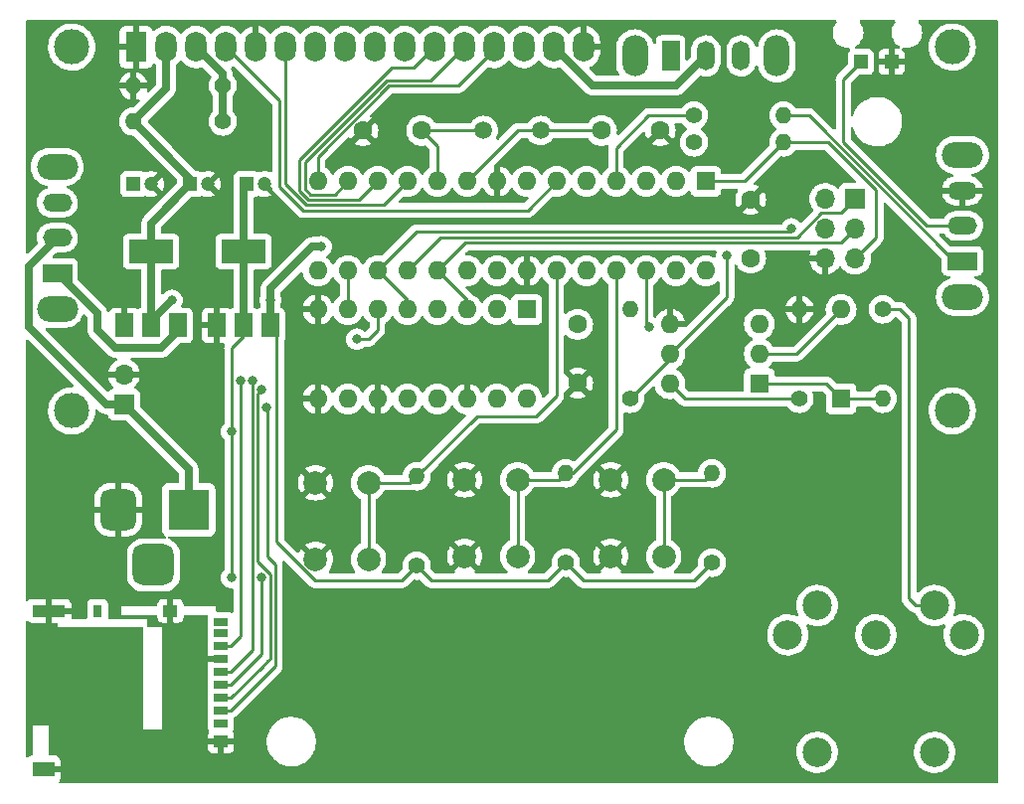
<source format=gbr>
%TF.GenerationSoftware,KiCad,Pcbnew,(6.0.7)*%
%TF.CreationDate,2022-08-13T21:24:58+02:00*%
%TF.ProjectId,SD_interrupter,53445f69-6e74-4657-9272-75707465722e,rev?*%
%TF.SameCoordinates,Original*%
%TF.FileFunction,Copper,L1,Top*%
%TF.FilePolarity,Positive*%
%FSLAX46Y46*%
G04 Gerber Fmt 4.6, Leading zero omitted, Abs format (unit mm)*
G04 Created by KiCad (PCBNEW (6.0.7)) date 2022-08-13 21:24:58*
%MOMM*%
%LPD*%
G01*
G04 APERTURE LIST*
G04 Aperture macros list*
%AMRoundRect*
0 Rectangle with rounded corners*
0 $1 Rounding radius*
0 $2 $3 $4 $5 $6 $7 $8 $9 X,Y pos of 4 corners*
0 Add a 4 corners polygon primitive as box body*
4,1,4,$2,$3,$4,$5,$6,$7,$8,$9,$2,$3,0*
0 Add four circle primitives for the rounded corners*
1,1,$1+$1,$2,$3*
1,1,$1+$1,$4,$5*
1,1,$1+$1,$6,$7*
1,1,$1+$1,$8,$9*
0 Add four rect primitives between the rounded corners*
20,1,$1+$1,$2,$3,$4,$5,0*
20,1,$1+$1,$4,$5,$6,$7,0*
20,1,$1+$1,$6,$7,$8,$9,0*
20,1,$1+$1,$8,$9,$2,$3,0*%
G04 Aperture macros list end*
%TA.AperFunction,ComponentPad*%
%ADD10C,1.400000*%
%TD*%
%TA.AperFunction,ComponentPad*%
%ADD11O,1.400000X1.400000*%
%TD*%
%TA.AperFunction,ComponentPad*%
%ADD12R,1.600000X1.600000*%
%TD*%
%TA.AperFunction,ComponentPad*%
%ADD13O,1.600000X1.600000*%
%TD*%
%TA.AperFunction,ComponentPad*%
%ADD14C,2.500000*%
%TD*%
%TA.AperFunction,ComponentPad*%
%ADD15C,2.000000*%
%TD*%
%TA.AperFunction,ComponentPad*%
%ADD16R,1.208000X1.208000*%
%TD*%
%TA.AperFunction,SMDPad,CuDef*%
%ADD17R,1.500000X2.000000*%
%TD*%
%TA.AperFunction,SMDPad,CuDef*%
%ADD18R,3.800000X2.000000*%
%TD*%
%TA.AperFunction,ComponentPad*%
%ADD19R,1.700000X1.700000*%
%TD*%
%TA.AperFunction,ComponentPad*%
%ADD20O,1.700000X1.700000*%
%TD*%
%TA.AperFunction,ComponentPad*%
%ADD21C,1.600000*%
%TD*%
%TA.AperFunction,ComponentPad*%
%ADD22R,3.500000X3.500000*%
%TD*%
%TA.AperFunction,ComponentPad*%
%ADD23RoundRect,0.750000X-0.750000X-1.000000X0.750000X-1.000000X0.750000X1.000000X-0.750000X1.000000X0*%
%TD*%
%TA.AperFunction,ComponentPad*%
%ADD24RoundRect,0.875000X-0.875000X-0.875000X0.875000X-0.875000X0.875000X0.875000X-0.875000X0.875000X0*%
%TD*%
%TA.AperFunction,ComponentPad*%
%ADD25O,2.200000X3.500000*%
%TD*%
%TA.AperFunction,ComponentPad*%
%ADD26R,1.500000X2.500000*%
%TD*%
%TA.AperFunction,ComponentPad*%
%ADD27O,1.500000X2.500000*%
%TD*%
%TA.AperFunction,ComponentPad*%
%ADD28C,1.500000*%
%TD*%
%TA.AperFunction,ComponentPad*%
%ADD29R,1.200000X1.200000*%
%TD*%
%TA.AperFunction,ComponentPad*%
%ADD30C,1.200000*%
%TD*%
%TA.AperFunction,ComponentPad*%
%ADD31O,3.500000X2.200000*%
%TD*%
%TA.AperFunction,ComponentPad*%
%ADD32R,2.500000X1.500000*%
%TD*%
%TA.AperFunction,ComponentPad*%
%ADD33O,2.500000X1.500000*%
%TD*%
%TA.AperFunction,SMDPad,CuDef*%
%ADD34R,1.200000X0.700000*%
%TD*%
%TA.AperFunction,SMDPad,CuDef*%
%ADD35R,0.800000X1.000000*%
%TD*%
%TA.AperFunction,SMDPad,CuDef*%
%ADD36R,1.900000X1.300000*%
%TD*%
%TA.AperFunction,SMDPad,CuDef*%
%ADD37R,2.800000X1.000000*%
%TD*%
%TA.AperFunction,SMDPad,CuDef*%
%ADD38R,1.200000X1.000000*%
%TD*%
%TA.AperFunction,ComponentPad*%
%ADD39C,3.000000*%
%TD*%
%TA.AperFunction,ComponentPad*%
%ADD40R,1.800000X2.600000*%
%TD*%
%TA.AperFunction,ComponentPad*%
%ADD41O,1.800000X2.600000*%
%TD*%
%TA.AperFunction,ViaPad*%
%ADD42C,0.800000*%
%TD*%
%TA.AperFunction,Conductor*%
%ADD43C,0.635000*%
%TD*%
%TA.AperFunction,Conductor*%
%ADD44C,0.254000*%
%TD*%
G04 APERTURE END LIST*
D10*
%TO.P,R6,1*%
%TO.N,Net-(J3-Pad4)*%
X95074400Y-50292000D03*
D11*
%TO.P,R6,2*%
%TO.N,Net-(D1-Pad1)*%
X95074400Y-57912000D03*
%TD*%
D12*
%TO.P,U2,1,VCC*%
%TO.N,+3.3V*%
X64755000Y-50302000D03*
D13*
%TO.P,U2,2*%
%TO.N,Net-(J1-Pad5)*%
X62215000Y-50302000D03*
%TO.P,U2,3*%
%TO.N,/CLK*%
X59675000Y-50302000D03*
%TO.P,U2,4*%
%TO.N,Net-(J1-Pad3)*%
X57135000Y-50302000D03*
%TO.P,U2,5*%
%TO.N,/DI*%
X54595000Y-50302000D03*
%TO.P,U2,6*%
%TO.N,Net-(J1-Pad2)*%
X52055000Y-50302000D03*
%TO.P,U2,7*%
%TO.N,/CS*%
X49515000Y-50302000D03*
%TO.P,U2,8,VSS*%
%TO.N,GND*%
X46975000Y-50302000D03*
%TO.P,U2,9*%
X46975000Y-57922000D03*
%TO.P,U2,10*%
%TO.N,unconnected-(U2-Pad10)*%
X49515000Y-57922000D03*
%TO.P,U2,11*%
%TO.N,GND*%
X52055000Y-57922000D03*
%TO.P,U2,12*%
%TO.N,unconnected-(U2-Pad12)*%
X54595000Y-57922000D03*
%TO.P,U2,13*%
%TO.N,N/C*%
X57135000Y-57922000D03*
%TO.P,U2,14*%
%TO.N,GND*%
X59675000Y-57922000D03*
%TO.P,U2,15*%
%TO.N,unconnected-(U2-Pad15)*%
X62215000Y-57922000D03*
%TO.P,U2,16*%
%TO.N,N/C*%
X64755000Y-57922000D03*
%TD*%
D14*
%TO.P,J3,1*%
%TO.N,unconnected-(J3-Pad1)*%
X101988000Y-78026000D03*
%TO.P,J3,2*%
%TO.N,unconnected-(J3-Pad2)*%
X94488000Y-78026000D03*
%TO.P,J3,3*%
%TO.N,unconnected-(J3-Pad3)*%
X86988000Y-78026000D03*
%TO.P,J3,4*%
%TO.N,Net-(J3-Pad4)*%
X99488000Y-75526000D03*
%TO.P,J3,5*%
%TO.N,Net-(D1-Pad2)*%
X89488000Y-75526000D03*
%TO.P,J3,6*%
%TO.N,N/C*%
X89488000Y-88026000D03*
X99488000Y-88026000D03*
%TD*%
D15*
%TO.P,SW3,1,2*%
%TO.N,GND*%
X46772000Y-71576000D03*
X46772000Y-65076000D03*
%TO.P,SW3,2,K*%
%TO.N,/UP*%
X51272000Y-65076000D03*
X51272000Y-71576000D03*
%TD*%
D10*
%TO.P,R3,1*%
%TO.N,+5V*%
X80518000Y-71882000D03*
D11*
%TO.P,R3,2*%
%TO.N,/OK*%
X80518000Y-64262000D03*
%TD*%
D16*
%TO.P,U6,P$1,K*%
%TO.N,GND*%
X95817625Y-29210000D03*
%TO.P,U6,P$2,A*%
%TO.N,Net-(SW6-Pad2)*%
X93217625Y-29210000D03*
%TD*%
D17*
%TO.P,U3,1,GND*%
%TO.N,GND*%
X38340000Y-51664000D03*
%TO.P,U3,2,VO*%
%TO.N,+3.3V*%
X40640000Y-51664000D03*
D18*
X40640000Y-45364000D03*
D17*
%TO.P,U3,3,VI*%
%TO.N,+5V*%
X42940000Y-51664000D03*
%TD*%
D19*
%TO.P,J5,1,Pin_1*%
%TO.N,VCC*%
X30455000Y-58400000D03*
D20*
%TO.P,J5,2,Pin_2*%
%TO.N,GND*%
X30455000Y-55860000D03*
%TD*%
D12*
%TO.P,D1,1,K*%
%TO.N,Net-(D1-Pad1)*%
X91523600Y-57912000D03*
D13*
%TO.P,D1,2,A*%
%TO.N,Net-(D1-Pad2)*%
X91523600Y-50292000D03*
%TD*%
D10*
%TO.P,R10,1*%
%TO.N,Net-(R10-Pad1)*%
X78994000Y-33782000D03*
D11*
%TO.P,R10,2*%
%TO.N,/OPT*%
X86614000Y-33782000D03*
%TD*%
D21*
%TO.P,C4,1*%
%TO.N,/X1*%
X71120000Y-35052000D03*
%TO.P,C4,2*%
%TO.N,GND*%
X76120000Y-35052000D03*
%TD*%
%TO.P,C10,1*%
%TO.N,+3.3V*%
X69088000Y-51562000D03*
%TO.P,C10,2*%
%TO.N,GND*%
X69088000Y-56562000D03*
%TD*%
D10*
%TO.P,R8,1*%
%TO.N,+5V*%
X78994000Y-36068000D03*
D11*
%TO.P,R8,2*%
%TO.N,/RESET*%
X86614000Y-36068000D03*
%TD*%
D22*
%TO.P,J4,1*%
%TO.N,VCC*%
X35972000Y-67368500D03*
D23*
%TO.P,J4,2*%
%TO.N,GND*%
X29972000Y-67368500D03*
D24*
%TO.P,J4,3*%
%TO.N,N/C*%
X32972000Y-72068500D03*
%TD*%
D10*
%TO.P,R1,1*%
%TO.N,+5V*%
X55372000Y-72136000D03*
D11*
%TO.P,R1,2*%
%TO.N,/UP*%
X55372000Y-64516000D03*
%TD*%
D19*
%TO.P,J2,1,MISO*%
%TO.N,/DO*%
X92710000Y-40894000D03*
D20*
%TO.P,J2,2,VCC*%
%TO.N,+5V*%
X90170000Y-40894000D03*
%TO.P,J2,3,SCK*%
%TO.N,/CLK*%
X92710000Y-43434000D03*
%TO.P,J2,4,MOSI*%
%TO.N,/DI*%
X90170000Y-43434000D03*
%TO.P,J2,5,~{RST}*%
%TO.N,/RESET*%
X92710000Y-45974000D03*
%TO.P,J2,6,GND*%
%TO.N,GND*%
X90170000Y-45974000D03*
%TD*%
D25*
%TO.P,SW1,*%
%TO.N,*%
X86060000Y-28702000D03*
X73960000Y-28702000D03*
D26*
%TO.P,SW1,1,A*%
%TO.N,+5V*%
X77010000Y-28702000D03*
D27*
%TO.P,SW1,2,B*%
%TO.N,/BL*%
X80010000Y-28702000D03*
%TO.P,SW1,3,C*%
%TO.N,unconnected-(SW1-Pad3)*%
X83010000Y-28702000D03*
%TD*%
D28*
%TO.P,Y1,1,1*%
%TO.N,/X2*%
X61050000Y-35052000D03*
%TO.P,Y1,2,2*%
%TO.N,/X1*%
X65930000Y-35052000D03*
%TD*%
D10*
%TO.P,R2,1*%
%TO.N,+5V*%
X68072000Y-71882000D03*
D11*
%TO.P,R2,2*%
%TO.N,/DN*%
X68072000Y-64262000D03*
%TD*%
D12*
%TO.P,U4,1,~{RESET}/PC6*%
%TO.N,/RESET*%
X80000000Y-39380000D03*
D13*
%TO.P,U4,2,PD0*%
%TO.N,/RX*%
X77460000Y-39380000D03*
%TO.P,U4,3,PD1*%
%TO.N,unconnected-(U4-Pad3)*%
X74920000Y-39380000D03*
%TO.P,U4,4,PD2*%
%TO.N,Net-(R10-Pad1)*%
X72380000Y-39380000D03*
%TO.P,U4,5,PD3*%
%TO.N,unconnected-(U4-Pad5)*%
X69840000Y-39380000D03*
%TO.P,U4,6,PD4*%
%TO.N,/RS*%
X67300000Y-39380000D03*
%TO.P,U4,7,VCC*%
%TO.N,+5V*%
X64760000Y-39380000D03*
%TO.P,U4,8,GND*%
%TO.N,GND*%
X62220000Y-39380000D03*
%TO.P,U4,9,XTAL1/PB6*%
%TO.N,/X1*%
X59680000Y-39380000D03*
%TO.P,U4,10,XTAL2/PB7*%
%TO.N,/X2*%
X57140000Y-39380000D03*
%TO.P,U4,11,PD5*%
%TO.N,/E*%
X54600000Y-39380000D03*
%TO.P,U4,12,PD6*%
%TO.N,/DB4*%
X52060000Y-39380000D03*
%TO.P,U4,13,PD7*%
%TO.N,/DB5*%
X49520000Y-39380000D03*
%TO.P,U4,14,PB0*%
%TO.N,/DB6*%
X46980000Y-39380000D03*
%TO.P,U4,15,PB1*%
%TO.N,/DB7*%
X46980000Y-47000000D03*
%TO.P,U4,16,PB2*%
%TO.N,/CS*%
X49520000Y-47000000D03*
%TO.P,U4,17,PB3*%
%TO.N,/DI*%
X52060000Y-47000000D03*
%TO.P,U4,18,PB4*%
%TO.N,/DO*%
X54600000Y-47000000D03*
%TO.P,U4,19,PB5*%
%TO.N,/CLK*%
X57140000Y-47000000D03*
%TO.P,U4,20,AVCC*%
%TO.N,+5V*%
X59680000Y-47000000D03*
%TO.P,U4,21,AREF*%
%TO.N,unconnected-(U4-Pad21)*%
X62220000Y-47000000D03*
%TO.P,U4,22,GND*%
%TO.N,GND*%
X64760000Y-47000000D03*
%TO.P,U4,23,PC0*%
%TO.N,/UP*%
X67300000Y-47000000D03*
%TO.P,U4,24,PC1*%
%TO.N,unconnected-(U4-Pad24)*%
X69840000Y-47000000D03*
%TO.P,U4,25,PC2*%
%TO.N,/DN*%
X72380000Y-47000000D03*
%TO.P,U4,26,PC3*%
%TO.N,/OK*%
X74920000Y-47000000D03*
%TO.P,U4,27,PC4*%
%TO.N,unconnected-(U4-Pad27)*%
X77460000Y-47000000D03*
%TO.P,U4,28,PC5*%
%TO.N,unconnected-(U4-Pad28)*%
X80000000Y-47000000D03*
%TD*%
D29*
%TO.P,C2,1*%
%TO.N,+5V*%
X36107401Y-39624000D03*
D30*
%TO.P,C2,2*%
%TO.N,GND*%
X37607401Y-39624000D03*
%TD*%
D21*
%TO.P,C7,1*%
%TO.N,+5V*%
X83820000Y-45934000D03*
%TO.P,C7,2*%
%TO.N,GND*%
X83820000Y-40934000D03*
%TD*%
D10*
%TO.P,R4,1*%
%TO.N,Net-(DS1-Pad3)*%
X38862000Y-34290000D03*
D11*
%TO.P,R4,2*%
%TO.N,+5V*%
X31242000Y-34290000D03*
%TD*%
D10*
%TO.P,R7,1*%
%TO.N,Net-(R7-Pad1)*%
X87972800Y-57912000D03*
D11*
%TO.P,R7,2*%
%TO.N,GND*%
X87972800Y-50292000D03*
%TD*%
D31*
%TO.P,SW6,*%
%TO.N,*%
X101854000Y-37130000D03*
X101854000Y-49230000D03*
D32*
%TO.P,SW6,1,A*%
%TO.N,/OPT*%
X101854000Y-46180000D03*
D33*
%TO.P,SW6,2,B*%
%TO.N,Net-(SW6-Pad2)*%
X101854000Y-43180000D03*
%TO.P,SW6,3,C*%
%TO.N,GND*%
X101854000Y-40180000D03*
%TD*%
D15*
%TO.P,SW4,1,1*%
%TO.N,GND*%
X59472000Y-64822000D03*
X59472000Y-71322000D03*
%TO.P,SW4,2,K*%
%TO.N,/DN*%
X63972000Y-71322000D03*
X63972000Y-64822000D03*
%TD*%
D34*
%TO.P,J1,1,DAT2*%
%TO.N,unconnected-(J1-Pad1)*%
X38713000Y-85579000D03*
%TO.P,J1,2,DAT3/CD*%
%TO.N,Net-(J1-Pad2)*%
X38713000Y-84479000D03*
%TO.P,J1,3,CMD*%
%TO.N,Net-(J1-Pad3)*%
X38713000Y-83379000D03*
%TO.P,J1,4,VDD*%
%TO.N,+3.3V*%
X38713000Y-82279000D03*
%TO.P,J1,5,CLK*%
%TO.N,Net-(J1-Pad5)*%
X38713000Y-81179000D03*
%TO.P,J1,6,VSS*%
%TO.N,GND*%
X38713000Y-80079000D03*
%TO.P,J1,7,DAT0*%
%TO.N,/DO*%
X38713000Y-78979000D03*
%TO.P,J1,8,DAT1*%
%TO.N,unconnected-(J1-Pad8)*%
X38713000Y-77879000D03*
%TO.P,J1,9,DET_B*%
%TO.N,unconnected-(J1-Pad9)*%
X38713000Y-76929000D03*
D35*
%TO.P,J1,10,DET_A*%
%TO.N,/CD*%
X28213000Y-75979000D03*
D36*
%TO.P,J1,11,SHIELD*%
%TO.N,GND*%
X23613000Y-89479000D03*
D37*
X24063000Y-75979000D03*
D38*
X34413000Y-75979000D03*
X38713000Y-87129000D03*
%TD*%
D15*
%TO.P,SW5,1,2*%
%TO.N,GND*%
X71918000Y-71322000D03*
X71918000Y-64822000D03*
%TO.P,SW5,2,K*%
%TO.N,/OK*%
X76418000Y-71322000D03*
X76418000Y-64822000D03*
%TD*%
D10*
%TO.P,R5,1*%
%TO.N,Net-(DS1-Pad3)*%
X38862000Y-31242000D03*
D11*
%TO.P,R5,2*%
%TO.N,GND*%
X31242000Y-31242000D03*
%TD*%
D39*
%TO.P,DS1,*%
%TO.N,*%
X100995480Y-58940700D03*
X25996900Y-27940000D03*
X25996900Y-58940700D03*
X100996000Y-27940000D03*
D40*
%TO.P,DS1,1,VSS*%
%TO.N,GND*%
X31496000Y-27940000D03*
D41*
%TO.P,DS1,2,VDD*%
%TO.N,+5V*%
X34036000Y-27940000D03*
%TO.P,DS1,3,VO*%
%TO.N,Net-(DS1-Pad3)*%
X36576000Y-27940000D03*
%TO.P,DS1,4,RS*%
%TO.N,/RS*%
X39116000Y-27940000D03*
%TO.P,DS1,5,R/W*%
%TO.N,GND*%
X41656000Y-27940000D03*
%TO.P,DS1,6,E*%
%TO.N,/E*%
X44196000Y-27940000D03*
%TO.P,DS1,7,D0*%
%TO.N,unconnected-(DS1-Pad7)*%
X46736000Y-27940000D03*
%TO.P,DS1,8,D1*%
%TO.N,unconnected-(DS1-Pad8)*%
X49276000Y-27940000D03*
%TO.P,DS1,9,D2*%
%TO.N,unconnected-(DS1-Pad9)*%
X51816000Y-27940000D03*
%TO.P,DS1,10,D3*%
%TO.N,unconnected-(DS1-Pad10)*%
X54356000Y-27940000D03*
%TO.P,DS1,11,D4*%
%TO.N,/DB4*%
X56896000Y-27940000D03*
%TO.P,DS1,12,D5*%
%TO.N,/DB5*%
X59436000Y-27940000D03*
%TO.P,DS1,13,D6*%
%TO.N,/DB6*%
X61976000Y-27940000D03*
%TO.P,DS1,14,D7*%
%TO.N,/DB7*%
X64516000Y-27940000D03*
%TO.P,DS1,15,LED(+)*%
%TO.N,/BL*%
X67056000Y-27940000D03*
%TO.P,DS1,16,LED(-)*%
%TO.N,GND*%
X69596000Y-27940000D03*
%TD*%
D10*
%TO.P,R9,1*%
%TO.N,/RX*%
X73571200Y-57912000D03*
D11*
%TO.P,R9,2*%
%TO.N,+5V*%
X73571200Y-50292000D03*
%TD*%
D21*
%TO.P,C5,1*%
%TO.N,/X2*%
X55800000Y-35052000D03*
%TO.P,C5,2*%
%TO.N,GND*%
X50800000Y-35052000D03*
%TD*%
D31*
%TO.P,SW2,*%
%TO.N,*%
X24765000Y-38146000D03*
X24765000Y-50246000D03*
D32*
%TO.P,SW2,1,A*%
%TO.N,Net-(C1-Pad1)*%
X24765000Y-47196000D03*
D33*
%TO.P,SW2,2,B*%
%TO.N,VCC*%
X24765000Y-44196000D03*
%TO.P,SW2,3,C*%
%TO.N,unconnected-(SW2-Pad3)*%
X24765000Y-41196000D03*
%TD*%
D17*
%TO.P,U1,1,GND*%
%TO.N,GND*%
X30466000Y-51664000D03*
D18*
%TO.P,U1,2,VO*%
%TO.N,+5V*%
X32766000Y-45364000D03*
D17*
X32766000Y-51664000D03*
%TO.P,U1,3,VI*%
%TO.N,Net-(C1-Pad1)*%
X35066000Y-51664000D03*
%TD*%
D29*
%TO.P,C3,1*%
%TO.N,+3.3V*%
X40933401Y-39624000D03*
D30*
%TO.P,C3,2*%
%TO.N,GND*%
X42433401Y-39624000D03*
%TD*%
D29*
%TO.P,C1,1*%
%TO.N,Net-(C1-Pad1)*%
X31242000Y-39624000D03*
D30*
%TO.P,C1,2*%
%TO.N,GND*%
X32742000Y-39624000D03*
%TD*%
D12*
%TO.P,U5,1*%
%TO.N,Net-(D1-Pad1)*%
X84572000Y-56627000D03*
D13*
%TO.P,U5,2*%
%TO.N,Net-(D1-Pad2)*%
X84572000Y-54087000D03*
%TO.P,U5,3,NC*%
%TO.N,unconnected-(U5-Pad3)*%
X84572000Y-51547000D03*
%TO.P,U5,4*%
%TO.N,GND*%
X76952000Y-51547000D03*
%TO.P,U5,5*%
%TO.N,/RX*%
X76952000Y-54087000D03*
%TO.P,U5,6*%
%TO.N,Net-(R7-Pad1)*%
X76952000Y-56627000D03*
%TD*%
D42*
%TO.N,+5V*%
X34544000Y-49530000D03*
X47244000Y-44958000D03*
X42926000Y-49530000D03*
%TO.N,+3.3V*%
X39624000Y-60706000D03*
X39624000Y-73152000D03*
X42164000Y-73152000D03*
%TO.N,Net-(J1-Pad2)*%
X42582500Y-58674000D03*
X50292000Y-52832000D03*
%TO.N,Net-(J1-Pad3)*%
X42164000Y-57150000D03*
%TO.N,Net-(J1-Pad5)*%
X41402000Y-56388000D03*
%TO.N,/DO*%
X40386000Y-56388000D03*
%TO.N,/DI*%
X87300021Y-43430500D03*
%TO.N,/OK*%
X75184000Y-51816000D03*
%TO.N,/RX*%
X81788000Y-45720000D03*
%TD*%
D43*
%TO.N,VCC*%
X30455000Y-58400000D02*
X28970000Y-58400000D01*
X28970000Y-58400000D02*
X22352000Y-51782000D01*
X35972000Y-67368500D02*
X35972000Y-63917000D01*
X22352000Y-46609000D02*
X24765000Y-44196000D01*
X22352000Y-51782000D02*
X22352000Y-46609000D01*
X35972000Y-63917000D02*
X30455000Y-58400000D01*
%TO.N,Net-(C1-Pad1)*%
X35066000Y-52149000D02*
X33621000Y-53594000D01*
X35066000Y-51664000D02*
X35066000Y-52149000D01*
X29718000Y-53594000D02*
X28194000Y-52070000D01*
X33621000Y-53594000D02*
X29718000Y-53594000D01*
X28194000Y-50625000D02*
X24765000Y-47196000D01*
X28194000Y-52070000D02*
X28194000Y-50625000D01*
D44*
%TO.N,+5V*%
X66548000Y-73406000D02*
X68072000Y-71882000D01*
X80518000Y-71882000D02*
X78994000Y-73406000D01*
X56642000Y-73406000D02*
X66548000Y-73406000D01*
D43*
X34036000Y-31496000D02*
X34036000Y-27940000D01*
D44*
X54102000Y-73406000D02*
X55372000Y-72136000D01*
D43*
X32766000Y-45364000D02*
X32766000Y-42965401D01*
D44*
X42940000Y-51664000D02*
X43434000Y-52158000D01*
D43*
X32766000Y-51308000D02*
X34544000Y-49530000D01*
D44*
X78994000Y-73406000D02*
X69596000Y-73406000D01*
D43*
X32766000Y-45364000D02*
X32766000Y-51664000D01*
X46482000Y-44958000D02*
X42926000Y-48514000D01*
D44*
X43434000Y-70114662D02*
X46725338Y-73406000D01*
D43*
X42926000Y-51650000D02*
X42940000Y-51664000D01*
X36107401Y-39155401D02*
X31242000Y-34290000D01*
X31242000Y-34290000D02*
X34036000Y-31496000D01*
X42926000Y-49530000D02*
X42926000Y-51650000D01*
D44*
X43434000Y-52158000D02*
X43434000Y-70114662D01*
D43*
X42926000Y-48514000D02*
X42926000Y-49530000D01*
X32766000Y-42965401D02*
X36107401Y-39624000D01*
D44*
X69596000Y-73406000D02*
X68072000Y-71882000D01*
X55372000Y-72136000D02*
X56642000Y-73406000D01*
X46725338Y-73406000D02*
X54102000Y-73406000D01*
D43*
X36107401Y-39624000D02*
X36107401Y-39155401D01*
X47244000Y-44958000D02*
X46482000Y-44958000D01*
X32766000Y-51664000D02*
X32766000Y-51308000D01*
D44*
%TO.N,+3.3V*%
X42164000Y-79682000D02*
X42164000Y-73152000D01*
X38713000Y-82279000D02*
X39567000Y-82279000D01*
D43*
X40640000Y-39917401D02*
X40933401Y-39624000D01*
D44*
X39624000Y-73152000D02*
X39624000Y-60706000D01*
X40640000Y-52578000D02*
X40640000Y-51664000D01*
X39624000Y-53594000D02*
X40640000Y-52578000D01*
X39567000Y-82279000D02*
X42164000Y-79682000D01*
D43*
X40640000Y-45364000D02*
X40640000Y-39917401D01*
X40640000Y-51664000D02*
X40640000Y-45364000D01*
D44*
X39624000Y-60706000D02*
X39624000Y-53594000D01*
%TO.N,/X1*%
X59680000Y-39380000D02*
X64008000Y-35052000D01*
X64008000Y-35052000D02*
X65930000Y-35052000D01*
X65930000Y-35052000D02*
X71120000Y-35052000D01*
%TO.N,/X2*%
X61050000Y-35052000D02*
X55800000Y-35052000D01*
X57140000Y-36392000D02*
X55800000Y-35052000D01*
X57140000Y-39380000D02*
X57140000Y-36392000D01*
%TO.N,Net-(D1-Pad1)*%
X90238600Y-56627000D02*
X84572000Y-56627000D01*
X91523600Y-57912000D02*
X90238600Y-56627000D01*
X91523600Y-57912000D02*
X95074400Y-57912000D01*
%TO.N,Net-(D1-Pad2)*%
X91523600Y-50292000D02*
X87728600Y-54087000D01*
X87728600Y-54087000D02*
X84572000Y-54087000D01*
D43*
%TO.N,Net-(DS1-Pad3)*%
X38862000Y-34290000D02*
X38862000Y-31242000D01*
X38862000Y-31242000D02*
X38862000Y-30226000D01*
X38862000Y-30226000D02*
X36576000Y-27940000D01*
D44*
%TO.N,/RS*%
X43688000Y-32512000D02*
X39116000Y-27940000D01*
X64811000Y-41869000D02*
X45679000Y-41869000D01*
X43688000Y-39878000D02*
X43688000Y-32512000D01*
X67300000Y-39380000D02*
X64811000Y-41869000D01*
X45679000Y-41869000D02*
X43688000Y-39878000D01*
%TO.N,/E*%
X54600000Y-39380000D02*
X52565000Y-41415000D01*
X44945000Y-40387104D02*
X44945000Y-40373000D01*
X44945000Y-40373000D02*
X44196000Y-39624000D01*
X44196000Y-39624000D02*
X44196000Y-27940000D01*
X52565000Y-41415000D02*
X45972896Y-41415000D01*
X45972896Y-41415000D02*
X44945000Y-40387104D01*
%TO.N,/DB4*%
X45399000Y-40199052D02*
X45399000Y-37575076D01*
X46160948Y-40961000D02*
X45399000Y-40199052D01*
X52060000Y-39380000D02*
X50479000Y-40961000D01*
X55146990Y-29689010D02*
X56896000Y-27940000D01*
X50479000Y-40961000D02*
X46160948Y-40961000D01*
X45399000Y-37575076D02*
X53285066Y-29689010D01*
X53285066Y-29689010D02*
X55146990Y-29689010D01*
%TO.N,/DB5*%
X52828129Y-30788000D02*
X56588000Y-30788000D01*
X45853000Y-40011000D02*
X45853000Y-37763129D01*
X48393000Y-40507000D02*
X46349000Y-40507000D01*
X49520000Y-39380000D02*
X48393000Y-40507000D01*
X46349000Y-40507000D02*
X45853000Y-40011000D01*
X56588000Y-30788000D02*
X59436000Y-27940000D01*
X45853000Y-37763129D02*
X52828129Y-30788000D01*
%TO.N,/DB6*%
X46980000Y-37278181D02*
X53016181Y-31242000D01*
X46980000Y-39380000D02*
X46980000Y-37278181D01*
X53016181Y-31242000D02*
X58928000Y-31242000D01*
X61976000Y-28194000D02*
X61976000Y-27940000D01*
X58928000Y-31242000D02*
X61976000Y-28194000D01*
D43*
%TO.N,/BL*%
X67056000Y-27940000D02*
X70358000Y-31242000D01*
X70358000Y-31242000D02*
X77470000Y-31242000D01*
X77470000Y-31242000D02*
X80010000Y-28702000D01*
D44*
%TO.N,Net-(J1-Pad2)*%
X39567000Y-84479000D02*
X42940000Y-81106000D01*
X42672000Y-58763500D02*
X42582500Y-58674000D01*
X38713000Y-84479000D02*
X39567000Y-84479000D01*
X42940000Y-81106000D02*
X43345000Y-80701000D01*
X42672000Y-71374000D02*
X42672000Y-58763500D01*
X50292000Y-52832000D02*
X51308000Y-52832000D01*
X52055000Y-52085000D02*
X52055000Y-50302000D01*
X51308000Y-52832000D02*
X52055000Y-52085000D01*
X43345000Y-79502000D02*
X43345000Y-72047000D01*
X43345000Y-72047000D02*
X42672000Y-71374000D01*
X43345000Y-80701000D02*
X43345000Y-79502000D01*
%TO.N,Net-(J1-Pad3)*%
X42672000Y-80264000D02*
X42891000Y-80045000D01*
X38713000Y-83379000D02*
X39567000Y-83379000D01*
X41856000Y-57458000D02*
X42164000Y-57150000D01*
X42213500Y-80722500D02*
X42672000Y-80264000D01*
X39567000Y-83379000D02*
X42213500Y-80732500D01*
X41856000Y-71815866D02*
X41856000Y-66802000D01*
X41856000Y-66802000D02*
X41856000Y-57458000D01*
X42213500Y-80732500D02*
X42213500Y-80722500D01*
X42805067Y-72764933D02*
X41856000Y-71815866D01*
X42891000Y-72850866D02*
X42805067Y-72764933D01*
X42891000Y-80045000D02*
X42891000Y-72850866D01*
%TO.N,Net-(J1-Pad5)*%
X39567000Y-81179000D02*
X41402000Y-79344000D01*
X41402000Y-79344000D02*
X41402000Y-56388000D01*
X38713000Y-81179000D02*
X39567000Y-81179000D01*
%TO.N,/DO*%
X57443000Y-44157000D02*
X87782470Y-44157000D01*
X87782470Y-44157000D02*
X89868470Y-42071000D01*
X38713000Y-78979000D02*
X39567000Y-78979000D01*
X91533000Y-42071000D02*
X92710000Y-40894000D01*
X54600000Y-47000000D02*
X57443000Y-44157000D01*
X89868470Y-42071000D02*
X91533000Y-42071000D01*
X39567000Y-78979000D02*
X40386000Y-78160000D01*
X40386000Y-78160000D02*
X40386000Y-56388000D01*
%TO.N,/CLK*%
X57140000Y-47000000D02*
X59529000Y-44611000D01*
X91533000Y-44611000D02*
X92710000Y-43434000D01*
X59675000Y-49535000D02*
X59675000Y-50302000D01*
X59529000Y-44611000D02*
X91533000Y-44611000D01*
X57140000Y-47000000D02*
X59675000Y-49535000D01*
%TO.N,/DI*%
X87042521Y-43688000D02*
X87300021Y-43430500D01*
X52060000Y-47000000D02*
X54595000Y-49535000D01*
X52060000Y-47000000D02*
X55372000Y-43688000D01*
X55372000Y-43688000D02*
X85344000Y-43688000D01*
X85344000Y-43688000D02*
X87042521Y-43688000D01*
X54595000Y-49535000D02*
X54595000Y-50302000D01*
%TO.N,/RESET*%
X94488000Y-40134899D02*
X94488000Y-44196000D01*
X86614000Y-36068000D02*
X90421101Y-36068000D01*
X83302000Y-39380000D02*
X86614000Y-36068000D01*
X80000000Y-39380000D02*
X83302000Y-39380000D01*
X90421101Y-36068000D02*
X94488000Y-40134899D01*
X94488000Y-44196000D02*
X92710000Y-45974000D01*
%TO.N,Net-(J3-Pad4)*%
X96520000Y-50292000D02*
X97282000Y-51054000D01*
X97878000Y-75526000D02*
X99488000Y-75526000D01*
X97282000Y-74930000D02*
X97878000Y-75526000D01*
X95074400Y-50292000D02*
X96520000Y-50292000D01*
X97282000Y-51054000D02*
X97282000Y-74930000D01*
%TO.N,/UP*%
X65552001Y-59379257D02*
X67300000Y-57631258D01*
X67300000Y-57631258D02*
X67300000Y-47000000D01*
X60508743Y-59379257D02*
X65552001Y-59379257D01*
X54812000Y-65076000D02*
X55372000Y-64516000D01*
X55372000Y-64516000D02*
X60508743Y-59379257D01*
X51272000Y-65076000D02*
X54812000Y-65076000D01*
X51272000Y-71576000D02*
X51272000Y-65076000D01*
%TO.N,/DN*%
X63972000Y-64822000D02*
X67512000Y-64822000D01*
X68673598Y-64262000D02*
X72380000Y-60555598D01*
X72380000Y-60555598D02*
X72380000Y-47000000D01*
X63972000Y-71322000D02*
X63972000Y-64822000D01*
X68072000Y-64262000D02*
X68673598Y-64262000D01*
X67512000Y-64822000D02*
X68072000Y-64262000D01*
%TO.N,/OK*%
X79958000Y-64822000D02*
X80518000Y-64262000D01*
X76418000Y-71322000D02*
X76418000Y-64822000D01*
X76418000Y-64822000D02*
X79958000Y-64822000D01*
X75184000Y-51816000D02*
X74920000Y-51552000D01*
X74920000Y-51552000D02*
X74920000Y-47000000D01*
%TO.N,Net-(R7-Pad1)*%
X78237000Y-57912000D02*
X87972800Y-57912000D01*
X76952000Y-56627000D02*
X78237000Y-57912000D01*
%TO.N,/RX*%
X73571200Y-57912000D02*
X76952000Y-54531200D01*
X76952000Y-54531200D02*
X76952000Y-54087000D01*
X81788000Y-49251000D02*
X81788000Y-45720000D01*
X76952000Y-54087000D02*
X81788000Y-49251000D01*
%TO.N,/CS*%
X49520000Y-47000000D02*
X49520000Y-50297000D01*
X49520000Y-50297000D02*
X49515000Y-50302000D01*
%TO.N,/OPT*%
X101175153Y-46180000D02*
X101854000Y-46180000D01*
X86614000Y-33782000D02*
X88777153Y-33782000D01*
X88777153Y-33782000D02*
X101175153Y-46180000D01*
%TO.N,Net-(R10-Pad1)*%
X72380000Y-36537742D02*
X75135742Y-33782000D01*
X72380000Y-39380000D02*
X72380000Y-36537742D01*
X75135742Y-33782000D02*
X78994000Y-33782000D01*
%TO.N,Net-(SW6-Pad2)*%
X101854000Y-43180000D02*
X98817205Y-43180000D01*
X91694000Y-36056795D02*
X91694000Y-30733625D01*
X91694000Y-30733625D02*
X93217625Y-29210000D01*
X98817205Y-43180000D02*
X91694000Y-36056795D01*
%TD*%
%TA.AperFunction,Conductor*%
%TO.N,GND*%
G36*
X96087184Y-25674502D02*
G01*
X96133677Y-25728158D01*
X96143781Y-25798432D01*
X96115584Y-25861492D01*
X96115318Y-25861809D01*
X96111427Y-25865700D01*
X95980102Y-26053251D01*
X95977779Y-26058233D01*
X95977776Y-26058238D01*
X95896215Y-26233149D01*
X95883341Y-26260757D01*
X95881919Y-26266065D01*
X95881918Y-26266067D01*
X95830489Y-26458003D01*
X95824082Y-26481913D01*
X95804127Y-26710000D01*
X95824082Y-26938087D01*
X95825506Y-26943400D01*
X95825506Y-26943402D01*
X95876188Y-27132546D01*
X95883341Y-27159243D01*
X95885664Y-27164224D01*
X95885664Y-27164225D01*
X95977776Y-27361762D01*
X95977779Y-27361767D01*
X95980102Y-27366749D01*
X96111427Y-27554300D01*
X96273325Y-27716198D01*
X96277833Y-27719355D01*
X96277836Y-27719357D01*
X96330863Y-27756487D01*
X96460876Y-27847523D01*
X96481854Y-27857305D01*
X96482926Y-27857805D01*
X96536211Y-27904722D01*
X96555672Y-27972999D01*
X96535130Y-28040959D01*
X96481108Y-28087025D01*
X96429676Y-28098000D01*
X96089740Y-28098000D01*
X96074501Y-28102475D01*
X96073296Y-28103865D01*
X96071625Y-28111548D01*
X96071625Y-28937885D01*
X96076100Y-28953124D01*
X96077490Y-28954329D01*
X96085173Y-28956000D01*
X96911509Y-28956000D01*
X96926748Y-28951525D01*
X96927953Y-28950135D01*
X96929624Y-28942452D01*
X96929624Y-28561331D01*
X96929254Y-28554510D01*
X96923730Y-28503648D01*
X96920104Y-28488396D01*
X96874949Y-28367946D01*
X96866411Y-28352351D01*
X96789910Y-28250276D01*
X96777351Y-28237717D01*
X96750943Y-28217925D01*
X96708429Y-28161065D01*
X96703404Y-28090246D01*
X96737464Y-28027953D01*
X96799795Y-27993963D01*
X96859122Y-27995393D01*
X96884219Y-28002118D01*
X96884222Y-28002118D01*
X96889538Y-28003543D01*
X96989105Y-28012254D01*
X97057774Y-28018262D01*
X97057781Y-28018262D01*
X97060498Y-28018500D01*
X97174752Y-28018500D01*
X97177469Y-28018262D01*
X97177476Y-28018262D01*
X97246145Y-28012254D01*
X97345712Y-28003543D01*
X97351025Y-28002119D01*
X97351027Y-28002119D01*
X97561558Y-27945707D01*
X97561560Y-27945706D01*
X97566868Y-27944284D01*
X97581376Y-27937519D01*
X97621266Y-27918918D01*
X98982917Y-27918918D01*
X98998682Y-28192320D01*
X98999507Y-28196525D01*
X98999508Y-28196533D01*
X99009982Y-28249919D01*
X99051405Y-28461053D01*
X99052792Y-28465103D01*
X99052793Y-28465108D01*
X99085737Y-28561328D01*
X99140112Y-28720144D01*
X99167217Y-28774036D01*
X99258735Y-28956000D01*
X99263160Y-28964799D01*
X99265586Y-28968328D01*
X99265589Y-28968334D01*
X99415843Y-29186953D01*
X99418274Y-29190490D01*
X99421161Y-29193663D01*
X99421162Y-29193664D01*
X99589168Y-29378301D01*
X99602582Y-29393043D01*
X99605877Y-29395798D01*
X99605878Y-29395799D01*
X99629080Y-29415199D01*
X99812675Y-29568707D01*
X99816316Y-29570991D01*
X100041024Y-29711951D01*
X100041028Y-29711953D01*
X100044664Y-29714234D01*
X100118630Y-29747631D01*
X100290345Y-29825164D01*
X100290349Y-29825166D01*
X100294257Y-29826930D01*
X100354248Y-29844700D01*
X100552723Y-29903491D01*
X100552727Y-29903492D01*
X100556836Y-29904709D01*
X100561070Y-29905357D01*
X100561075Y-29905358D01*
X100823298Y-29945483D01*
X100823300Y-29945483D01*
X100827540Y-29946132D01*
X100966912Y-29948322D01*
X101097071Y-29950367D01*
X101097077Y-29950367D01*
X101101362Y-29950434D01*
X101373235Y-29917534D01*
X101638127Y-29848041D01*
X101642087Y-29846401D01*
X101642092Y-29846399D01*
X101773523Y-29791958D01*
X101891136Y-29743241D01*
X102072877Y-29637040D01*
X102123879Y-29607237D01*
X102123880Y-29607236D01*
X102127582Y-29605073D01*
X102343089Y-29436094D01*
X102353102Y-29425762D01*
X102467059Y-29308167D01*
X102533669Y-29239431D01*
X102536202Y-29235983D01*
X102536206Y-29235978D01*
X102693257Y-29022178D01*
X102695795Y-29018723D01*
X102723154Y-28968334D01*
X102824418Y-28781830D01*
X102824419Y-28781828D01*
X102826468Y-28778054D01*
X102923269Y-28521877D01*
X102960505Y-28359295D01*
X102983449Y-28259117D01*
X102983450Y-28259113D01*
X102984407Y-28254933D01*
X102984855Y-28249919D01*
X103008531Y-27984627D01*
X103008531Y-27984625D01*
X103008751Y-27982161D01*
X103009193Y-27940000D01*
X103006547Y-27901186D01*
X102990859Y-27671055D01*
X102990858Y-27671049D01*
X102990567Y-27666778D01*
X102982417Y-27627421D01*
X102935901Y-27402809D01*
X102935032Y-27398612D01*
X102843617Y-27140465D01*
X102753234Y-26965351D01*
X102719978Y-26900919D01*
X102719978Y-26900918D01*
X102718013Y-26897112D01*
X102708040Y-26882921D01*
X102563008Y-26676562D01*
X102560545Y-26673057D01*
X102454531Y-26558972D01*
X102377046Y-26475588D01*
X102377043Y-26475585D01*
X102374125Y-26472445D01*
X102370810Y-26469731D01*
X102370806Y-26469728D01*
X102165523Y-26301706D01*
X102162205Y-26298990D01*
X101928704Y-26155901D01*
X101924768Y-26154173D01*
X101681873Y-26047549D01*
X101681869Y-26047548D01*
X101677945Y-26045825D01*
X101414566Y-25970800D01*
X101410324Y-25970196D01*
X101410318Y-25970195D01*
X101209834Y-25941662D01*
X101143443Y-25932213D01*
X100999589Y-25931460D01*
X100873877Y-25930802D01*
X100873871Y-25930802D01*
X100869591Y-25930780D01*
X100865347Y-25931339D01*
X100865343Y-25931339D01*
X100746302Y-25947011D01*
X100598078Y-25966525D01*
X100593938Y-25967658D01*
X100593936Y-25967658D01*
X100521008Y-25987609D01*
X100333928Y-26038788D01*
X100329980Y-26040472D01*
X100085982Y-26144546D01*
X100085978Y-26144548D01*
X100082030Y-26146232D01*
X100037775Y-26172718D01*
X99850725Y-26284664D01*
X99850721Y-26284667D01*
X99847043Y-26286868D01*
X99633318Y-26458094D01*
X99537588Y-26558972D01*
X99486803Y-26612489D01*
X99444808Y-26656742D01*
X99285002Y-26879136D01*
X99156857Y-27121161D01*
X99155385Y-27125184D01*
X99155383Y-27125188D01*
X99084275Y-27319498D01*
X99062743Y-27378337D01*
X99004404Y-27645907D01*
X99004068Y-27650177D01*
X98988785Y-27844366D01*
X98982917Y-27918918D01*
X97621266Y-27918918D01*
X97769387Y-27849849D01*
X97769392Y-27849846D01*
X97774374Y-27847523D01*
X97904387Y-27756487D01*
X97957414Y-27719357D01*
X97957417Y-27719355D01*
X97961925Y-27716198D01*
X98123823Y-27554300D01*
X98255148Y-27366749D01*
X98257471Y-27361767D01*
X98257474Y-27361762D01*
X98349586Y-27164225D01*
X98349586Y-27164224D01*
X98351909Y-27159243D01*
X98359063Y-27132546D01*
X98409744Y-26943402D01*
X98409744Y-26943400D01*
X98411168Y-26938087D01*
X98431123Y-26710000D01*
X98411168Y-26481913D01*
X98404761Y-26458003D01*
X98353332Y-26266067D01*
X98353331Y-26266065D01*
X98351909Y-26260757D01*
X98339035Y-26233149D01*
X98257474Y-26058238D01*
X98257471Y-26058233D01*
X98255148Y-26053251D01*
X98123823Y-25865700D01*
X98119932Y-25861809D01*
X98119666Y-25861492D01*
X98091201Y-25796452D01*
X98102418Y-25726347D01*
X98149755Y-25673435D01*
X98216187Y-25654500D01*
X104775500Y-25654500D01*
X104843621Y-25674502D01*
X104890114Y-25728158D01*
X104901500Y-25780500D01*
X104901500Y-90551500D01*
X104881498Y-90619621D01*
X104827842Y-90666114D01*
X104775500Y-90677500D01*
X25038698Y-90677500D01*
X24970577Y-90657498D01*
X24924084Y-90603842D01*
X24913980Y-90533568D01*
X24937872Y-90475935D01*
X25007786Y-90382649D01*
X25016324Y-90367054D01*
X25061478Y-90246606D01*
X25065105Y-90231351D01*
X25070631Y-90180486D01*
X25071000Y-90173672D01*
X25071000Y-89751115D01*
X25066525Y-89735876D01*
X25065135Y-89734671D01*
X25057452Y-89733000D01*
X23485000Y-89733000D01*
X23416879Y-89712998D01*
X23370386Y-89659342D01*
X23359000Y-89607000D01*
X23359000Y-89351000D01*
X23379002Y-89282879D01*
X23432658Y-89236386D01*
X23485000Y-89225000D01*
X25052884Y-89225000D01*
X25068123Y-89220525D01*
X25069328Y-89219135D01*
X25070999Y-89211452D01*
X25070999Y-88784331D01*
X25070629Y-88777510D01*
X25065105Y-88726648D01*
X25061479Y-88711396D01*
X25016324Y-88590946D01*
X25007786Y-88575351D01*
X24931285Y-88473276D01*
X24918724Y-88460715D01*
X24816649Y-88384214D01*
X24801054Y-88375676D01*
X24680606Y-88330522D01*
X24665351Y-88326895D01*
X24614486Y-88321369D01*
X24607672Y-88321000D01*
X24139000Y-88321000D01*
X24070879Y-88300998D01*
X24024386Y-88247342D01*
X24013000Y-88195000D01*
X24013000Y-87673669D01*
X37605001Y-87673669D01*
X37605371Y-87680490D01*
X37610895Y-87731352D01*
X37614521Y-87746604D01*
X37659676Y-87867054D01*
X37668214Y-87882649D01*
X37744715Y-87984724D01*
X37757276Y-87997285D01*
X37859351Y-88073786D01*
X37874946Y-88082324D01*
X37995394Y-88127478D01*
X38010649Y-88131105D01*
X38061514Y-88136631D01*
X38068328Y-88137000D01*
X38440885Y-88137000D01*
X38456124Y-88132525D01*
X38457329Y-88131135D01*
X38459000Y-88123452D01*
X38459000Y-88118884D01*
X38967000Y-88118884D01*
X38971475Y-88134123D01*
X38972865Y-88135328D01*
X38980548Y-88136999D01*
X39357669Y-88136999D01*
X39364490Y-88136629D01*
X39415352Y-88131105D01*
X39430604Y-88127479D01*
X39551054Y-88082324D01*
X39566649Y-88073786D01*
X39668724Y-87997285D01*
X39681285Y-87984724D01*
X39757786Y-87882649D01*
X39766324Y-87867054D01*
X39811478Y-87746606D01*
X39815105Y-87731351D01*
X39820631Y-87680486D01*
X39821000Y-87673672D01*
X39821000Y-87401115D01*
X39816525Y-87385876D01*
X39815135Y-87384671D01*
X39807452Y-87383000D01*
X38985115Y-87383000D01*
X38969876Y-87387475D01*
X38968671Y-87388865D01*
X38967000Y-87396548D01*
X38967000Y-88118884D01*
X38459000Y-88118884D01*
X38459000Y-87401115D01*
X38454525Y-87385876D01*
X38453135Y-87384671D01*
X38445452Y-87383000D01*
X37623116Y-87383000D01*
X37607877Y-87387475D01*
X37606672Y-87388865D01*
X37605001Y-87396548D01*
X37605001Y-87673669D01*
X24013000Y-87673669D01*
X24013000Y-87254703D01*
X42594743Y-87254703D01*
X42595302Y-87258947D01*
X42595302Y-87258951D01*
X42597084Y-87272488D01*
X42632268Y-87539734D01*
X42708129Y-87817036D01*
X42709813Y-87820984D01*
X42779564Y-87984511D01*
X42820923Y-88081476D01*
X42888866Y-88195000D01*
X42962252Y-88317619D01*
X42968561Y-88328161D01*
X43148313Y-88552528D01*
X43356851Y-88750423D01*
X43590317Y-88918186D01*
X43594112Y-88920195D01*
X43594113Y-88920196D01*
X43615869Y-88931715D01*
X43844392Y-89052712D01*
X44114373Y-89151511D01*
X44395264Y-89212755D01*
X44423841Y-89215004D01*
X44618282Y-89230307D01*
X44618291Y-89230307D01*
X44620739Y-89230500D01*
X44776271Y-89230500D01*
X44778407Y-89230354D01*
X44778418Y-89230354D01*
X44986548Y-89216165D01*
X44986554Y-89216164D01*
X44990825Y-89215873D01*
X44995020Y-89215004D01*
X44995022Y-89215004D01*
X45168024Y-89179177D01*
X45272342Y-89157574D01*
X45543343Y-89061607D01*
X45714065Y-88973491D01*
X45795005Y-88931715D01*
X45795006Y-88931715D01*
X45798812Y-88929750D01*
X45802313Y-88927289D01*
X45802317Y-88927287D01*
X46005722Y-88784331D01*
X46034023Y-88764441D01*
X46244622Y-88568740D01*
X46426713Y-88346268D01*
X46576927Y-88101142D01*
X46588936Y-88073786D01*
X46690757Y-87841830D01*
X46692483Y-87837898D01*
X46713150Y-87765348D01*
X46770068Y-87565534D01*
X46771244Y-87561406D01*
X46811751Y-87276784D01*
X46811781Y-87271176D01*
X46811867Y-87254703D01*
X78154743Y-87254703D01*
X78155302Y-87258947D01*
X78155302Y-87258951D01*
X78157084Y-87272488D01*
X78192268Y-87539734D01*
X78268129Y-87817036D01*
X78269813Y-87820984D01*
X78339564Y-87984511D01*
X78380923Y-88081476D01*
X78448866Y-88195000D01*
X78522252Y-88317619D01*
X78528561Y-88328161D01*
X78708313Y-88552528D01*
X78916851Y-88750423D01*
X79150317Y-88918186D01*
X79154112Y-88920195D01*
X79154113Y-88920196D01*
X79175869Y-88931715D01*
X79404392Y-89052712D01*
X79674373Y-89151511D01*
X79955264Y-89212755D01*
X79983841Y-89215004D01*
X80178282Y-89230307D01*
X80178291Y-89230307D01*
X80180739Y-89230500D01*
X80336271Y-89230500D01*
X80338407Y-89230354D01*
X80338418Y-89230354D01*
X80546548Y-89216165D01*
X80546554Y-89216164D01*
X80550825Y-89215873D01*
X80555020Y-89215004D01*
X80555022Y-89215004D01*
X80728024Y-89179177D01*
X80832342Y-89157574D01*
X81103343Y-89061607D01*
X81274065Y-88973491D01*
X81355005Y-88931715D01*
X81355006Y-88931715D01*
X81358812Y-88929750D01*
X81362313Y-88927289D01*
X81362317Y-88927287D01*
X81565722Y-88784331D01*
X81594023Y-88764441D01*
X81804622Y-88568740D01*
X81986713Y-88346268D01*
X82136927Y-88101142D01*
X82148936Y-88073786D01*
X82190176Y-87979839D01*
X87725173Y-87979839D01*
X87725397Y-87984505D01*
X87725397Y-87984511D01*
X87729865Y-88077524D01*
X87737713Y-88240908D01*
X87788704Y-88497256D01*
X87877026Y-88743252D01*
X87879242Y-88747376D01*
X87943753Y-88867437D01*
X88000737Y-88973491D01*
X88003532Y-88977234D01*
X88003534Y-88977237D01*
X88154330Y-89179177D01*
X88154335Y-89179183D01*
X88157122Y-89182915D01*
X88160431Y-89186195D01*
X88160436Y-89186201D01*
X88326680Y-89351000D01*
X88342743Y-89366923D01*
X88346505Y-89369681D01*
X88346508Y-89369684D01*
X88549750Y-89518707D01*
X88553524Y-89521474D01*
X88557667Y-89523654D01*
X88557669Y-89523655D01*
X88780684Y-89640989D01*
X88780689Y-89640991D01*
X88784834Y-89643172D01*
X89031590Y-89729344D01*
X89036183Y-89730216D01*
X89283785Y-89777224D01*
X89283788Y-89777224D01*
X89288374Y-89778095D01*
X89418958Y-89783226D01*
X89544875Y-89788174D01*
X89544881Y-89788174D01*
X89549543Y-89788357D01*
X89628977Y-89779657D01*
X89804707Y-89760412D01*
X89804712Y-89760411D01*
X89809360Y-89759902D01*
X89922116Y-89730216D01*
X90057594Y-89694548D01*
X90057596Y-89694547D01*
X90062117Y-89693357D01*
X90302262Y-89590182D01*
X90524519Y-89452646D01*
X90528082Y-89449629D01*
X90528087Y-89449626D01*
X90720439Y-89286787D01*
X90720440Y-89286786D01*
X90724005Y-89283768D01*
X90783291Y-89216165D01*
X90893257Y-89090774D01*
X90893261Y-89090769D01*
X90896339Y-89087259D01*
X90911919Y-89063038D01*
X91035205Y-88871367D01*
X91037733Y-88867437D01*
X91145083Y-88629129D01*
X91166687Y-88552528D01*
X91214760Y-88382076D01*
X91214761Y-88382073D01*
X91216030Y-88377572D01*
X91232832Y-88245496D01*
X91248616Y-88121421D01*
X91248616Y-88121417D01*
X91249014Y-88118291D01*
X91249368Y-88104799D01*
X91251348Y-88029160D01*
X91251431Y-88026000D01*
X91248001Y-87979839D01*
X97725173Y-87979839D01*
X97725397Y-87984505D01*
X97725397Y-87984511D01*
X97729865Y-88077524D01*
X97737713Y-88240908D01*
X97788704Y-88497256D01*
X97877026Y-88743252D01*
X97879242Y-88747376D01*
X97943753Y-88867437D01*
X98000737Y-88973491D01*
X98003532Y-88977234D01*
X98003534Y-88977237D01*
X98154330Y-89179177D01*
X98154335Y-89179183D01*
X98157122Y-89182915D01*
X98160431Y-89186195D01*
X98160436Y-89186201D01*
X98326680Y-89351000D01*
X98342743Y-89366923D01*
X98346505Y-89369681D01*
X98346508Y-89369684D01*
X98549750Y-89518707D01*
X98553524Y-89521474D01*
X98557667Y-89523654D01*
X98557669Y-89523655D01*
X98780684Y-89640989D01*
X98780689Y-89640991D01*
X98784834Y-89643172D01*
X99031590Y-89729344D01*
X99036183Y-89730216D01*
X99283785Y-89777224D01*
X99283788Y-89777224D01*
X99288374Y-89778095D01*
X99418958Y-89783226D01*
X99544875Y-89788174D01*
X99544881Y-89788174D01*
X99549543Y-89788357D01*
X99628977Y-89779657D01*
X99804707Y-89760412D01*
X99804712Y-89760411D01*
X99809360Y-89759902D01*
X99922116Y-89730216D01*
X100057594Y-89694548D01*
X100057596Y-89694547D01*
X100062117Y-89693357D01*
X100302262Y-89590182D01*
X100524519Y-89452646D01*
X100528082Y-89449629D01*
X100528087Y-89449626D01*
X100720439Y-89286787D01*
X100720440Y-89286786D01*
X100724005Y-89283768D01*
X100783291Y-89216165D01*
X100893257Y-89090774D01*
X100893261Y-89090769D01*
X100896339Y-89087259D01*
X100911919Y-89063038D01*
X101035205Y-88871367D01*
X101037733Y-88867437D01*
X101145083Y-88629129D01*
X101166687Y-88552528D01*
X101214760Y-88382076D01*
X101214761Y-88382073D01*
X101216030Y-88377572D01*
X101232832Y-88245496D01*
X101248616Y-88121421D01*
X101248616Y-88121417D01*
X101249014Y-88118291D01*
X101249368Y-88104799D01*
X101251348Y-88029160D01*
X101251431Y-88026000D01*
X101237745Y-87841830D01*
X101232407Y-87770000D01*
X101232406Y-87769996D01*
X101232061Y-87765348D01*
X101227821Y-87746606D01*
X101175408Y-87514980D01*
X101174377Y-87510423D01*
X101125475Y-87384671D01*
X101081340Y-87271176D01*
X101081339Y-87271173D01*
X101079647Y-87266823D01*
X100949951Y-87039902D01*
X100788138Y-86834643D01*
X100597763Y-86655557D01*
X100383009Y-86506576D01*
X100378816Y-86504508D01*
X100152781Y-86393040D01*
X100152778Y-86393039D01*
X100148593Y-86390975D01*
X100113105Y-86379615D01*
X99904123Y-86312720D01*
X99899665Y-86311293D01*
X99641693Y-86269279D01*
X99527942Y-86267790D01*
X99385022Y-86265919D01*
X99385019Y-86265919D01*
X99380345Y-86265858D01*
X99121362Y-86301104D01*
X98870433Y-86374243D01*
X98866180Y-86376203D01*
X98866179Y-86376204D01*
X98829659Y-86393040D01*
X98633072Y-86483668D01*
X98594067Y-86509241D01*
X98418404Y-86624410D01*
X98418399Y-86624414D01*
X98414491Y-86626976D01*
X98219494Y-86801018D01*
X98052363Y-87001970D01*
X97916771Y-87225419D01*
X97815697Y-87466455D01*
X97751359Y-87719783D01*
X97725173Y-87979839D01*
X91248001Y-87979839D01*
X91237745Y-87841830D01*
X91232407Y-87770000D01*
X91232406Y-87769996D01*
X91232061Y-87765348D01*
X91227821Y-87746606D01*
X91175408Y-87514980D01*
X91174377Y-87510423D01*
X91125475Y-87384671D01*
X91081340Y-87271176D01*
X91081339Y-87271173D01*
X91079647Y-87266823D01*
X90949951Y-87039902D01*
X90788138Y-86834643D01*
X90597763Y-86655557D01*
X90383009Y-86506576D01*
X90378816Y-86504508D01*
X90152781Y-86393040D01*
X90152778Y-86393039D01*
X90148593Y-86390975D01*
X90113105Y-86379615D01*
X89904123Y-86312720D01*
X89899665Y-86311293D01*
X89641693Y-86269279D01*
X89527942Y-86267790D01*
X89385022Y-86265919D01*
X89385019Y-86265919D01*
X89380345Y-86265858D01*
X89121362Y-86301104D01*
X88870433Y-86374243D01*
X88866180Y-86376203D01*
X88866179Y-86376204D01*
X88829659Y-86393040D01*
X88633072Y-86483668D01*
X88594067Y-86509241D01*
X88418404Y-86624410D01*
X88418399Y-86624414D01*
X88414491Y-86626976D01*
X88219494Y-86801018D01*
X88052363Y-87001970D01*
X87916771Y-87225419D01*
X87815697Y-87466455D01*
X87751359Y-87719783D01*
X87725173Y-87979839D01*
X82190176Y-87979839D01*
X82250757Y-87841830D01*
X82252483Y-87837898D01*
X82273150Y-87765348D01*
X82330068Y-87565534D01*
X82331244Y-87561406D01*
X82371751Y-87276784D01*
X82371781Y-87271176D01*
X82373235Y-86993583D01*
X82373235Y-86993576D01*
X82373257Y-86989297D01*
X82335732Y-86704266D01*
X82259871Y-86426964D01*
X82222667Y-86339741D01*
X82148763Y-86166476D01*
X82148761Y-86166472D01*
X82147077Y-86162524D01*
X82068637Y-86031460D01*
X82001643Y-85919521D01*
X82001640Y-85919517D01*
X81999439Y-85915839D01*
X81819687Y-85691472D01*
X81611149Y-85493577D01*
X81377683Y-85325814D01*
X81355843Y-85314250D01*
X81332654Y-85301972D01*
X81123608Y-85191288D01*
X80925208Y-85118684D01*
X80857658Y-85093964D01*
X80857656Y-85093963D01*
X80853627Y-85092489D01*
X80572736Y-85031245D01*
X80541685Y-85028801D01*
X80349718Y-85013693D01*
X80349709Y-85013693D01*
X80347261Y-85013500D01*
X80191729Y-85013500D01*
X80189593Y-85013646D01*
X80189582Y-85013646D01*
X79981452Y-85027835D01*
X79981446Y-85027836D01*
X79977175Y-85028127D01*
X79972980Y-85028996D01*
X79972978Y-85028996D01*
X79910527Y-85041929D01*
X79695658Y-85086426D01*
X79424657Y-85182393D01*
X79169188Y-85314250D01*
X79165687Y-85316711D01*
X79165683Y-85316713D01*
X79155594Y-85323804D01*
X78933977Y-85479559D01*
X78723378Y-85675260D01*
X78541287Y-85897732D01*
X78391073Y-86142858D01*
X78389347Y-86146791D01*
X78389346Y-86146792D01*
X78357608Y-86219093D01*
X78275517Y-86406102D01*
X78196756Y-86682594D01*
X78156249Y-86967216D01*
X78156227Y-86971505D01*
X78156226Y-86971512D01*
X78154765Y-87250417D01*
X78154743Y-87254703D01*
X46811867Y-87254703D01*
X46813235Y-86993583D01*
X46813235Y-86993576D01*
X46813257Y-86989297D01*
X46775732Y-86704266D01*
X46699871Y-86426964D01*
X46662667Y-86339741D01*
X46588763Y-86166476D01*
X46588761Y-86166472D01*
X46587077Y-86162524D01*
X46508637Y-86031460D01*
X46441643Y-85919521D01*
X46441640Y-85919517D01*
X46439439Y-85915839D01*
X46259687Y-85691472D01*
X46051149Y-85493577D01*
X45817683Y-85325814D01*
X45795843Y-85314250D01*
X45772654Y-85301972D01*
X45563608Y-85191288D01*
X45365208Y-85118684D01*
X45297658Y-85093964D01*
X45297656Y-85093963D01*
X45293627Y-85092489D01*
X45012736Y-85031245D01*
X44981685Y-85028801D01*
X44789718Y-85013693D01*
X44789709Y-85013693D01*
X44787261Y-85013500D01*
X44631729Y-85013500D01*
X44629593Y-85013646D01*
X44629582Y-85013646D01*
X44421452Y-85027835D01*
X44421446Y-85027836D01*
X44417175Y-85028127D01*
X44412980Y-85028996D01*
X44412978Y-85028996D01*
X44350527Y-85041929D01*
X44135658Y-85086426D01*
X43864657Y-85182393D01*
X43609188Y-85314250D01*
X43605687Y-85316711D01*
X43605683Y-85316713D01*
X43595594Y-85323804D01*
X43373977Y-85479559D01*
X43163378Y-85675260D01*
X42981287Y-85897732D01*
X42831073Y-86142858D01*
X42829347Y-86146791D01*
X42829346Y-86146792D01*
X42797608Y-86219093D01*
X42715517Y-86406102D01*
X42636756Y-86682594D01*
X42596249Y-86967216D01*
X42596227Y-86971505D01*
X42596226Y-86971512D01*
X42594765Y-87250417D01*
X42594743Y-87254703D01*
X24013000Y-87254703D01*
X24013000Y-85729000D01*
X22663000Y-85729000D01*
X22663000Y-88203005D01*
X22642998Y-88271126D01*
X22589342Y-88317619D01*
X22566145Y-88325588D01*
X22545395Y-88330521D01*
X22424946Y-88375676D01*
X22409351Y-88384214D01*
X22300096Y-88466096D01*
X22297794Y-88463024D01*
X22251283Y-88488422D01*
X22180468Y-88483357D01*
X22123632Y-88440810D01*
X22098821Y-88374290D01*
X22098500Y-88365301D01*
X22098500Y-76942699D01*
X22118502Y-76874578D01*
X22172158Y-76828085D01*
X22242432Y-76817981D01*
X22298749Y-76843701D01*
X22300096Y-76841904D01*
X22409351Y-76923786D01*
X22424946Y-76932324D01*
X22545394Y-76977478D01*
X22560649Y-76981105D01*
X22611514Y-76986631D01*
X22618328Y-76987000D01*
X23790885Y-76987000D01*
X23806124Y-76982525D01*
X23807329Y-76981135D01*
X23809000Y-76973452D01*
X23809000Y-76968884D01*
X24317000Y-76968884D01*
X24321475Y-76984123D01*
X24322865Y-76985328D01*
X24330548Y-76986999D01*
X24687000Y-76986999D01*
X24755121Y-77007001D01*
X24801614Y-77060657D01*
X24813000Y-77112999D01*
X24813000Y-77379000D01*
X31987000Y-77379000D01*
X32055121Y-77399002D01*
X32101614Y-77452658D01*
X32113000Y-77505000D01*
X32113000Y-86079000D01*
X33713000Y-86079000D01*
X33713000Y-77379000D01*
X32539000Y-77379000D01*
X32470879Y-77358998D01*
X32424386Y-77305342D01*
X32413000Y-77253000D01*
X32413000Y-76679000D01*
X29245431Y-76679000D01*
X29177310Y-76658998D01*
X29130817Y-76605342D01*
X29120168Y-76539391D01*
X29121500Y-76527134D01*
X29121500Y-76329000D01*
X30213000Y-76329000D01*
X33179001Y-76329000D01*
X33247122Y-76349002D01*
X33293615Y-76402658D01*
X33305001Y-76455000D01*
X33305001Y-76523669D01*
X33305371Y-76530490D01*
X33310895Y-76581352D01*
X33314521Y-76596604D01*
X33359676Y-76717054D01*
X33368214Y-76732649D01*
X33444715Y-76834724D01*
X33457276Y-76847285D01*
X33559351Y-76923786D01*
X33574946Y-76932324D01*
X33695394Y-76977478D01*
X33710649Y-76981105D01*
X33761514Y-76986631D01*
X33768328Y-76987000D01*
X34140885Y-76987000D01*
X34156124Y-76982525D01*
X34157329Y-76981135D01*
X34159000Y-76973452D01*
X34159000Y-74989116D01*
X34154525Y-74973877D01*
X34153135Y-74972672D01*
X34145452Y-74971001D01*
X33768331Y-74971001D01*
X33761510Y-74971371D01*
X33710648Y-74976895D01*
X33695396Y-74980521D01*
X33574946Y-75025676D01*
X33559351Y-75034214D01*
X33457276Y-75110715D01*
X33444715Y-75123276D01*
X33368214Y-75225351D01*
X33359676Y-75240946D01*
X33314522Y-75361394D01*
X33310895Y-75376649D01*
X33305369Y-75427514D01*
X33305000Y-75434328D01*
X33305000Y-75453000D01*
X33284998Y-75521121D01*
X33231342Y-75567614D01*
X33179000Y-75579000D01*
X30213000Y-75579000D01*
X30213000Y-76329000D01*
X29121500Y-76329000D01*
X29121500Y-75430866D01*
X29114745Y-75368684D01*
X29063615Y-75232295D01*
X28976261Y-75115739D01*
X28859705Y-75028385D01*
X28723316Y-74977255D01*
X28661134Y-74970500D01*
X27764866Y-74970500D01*
X27702684Y-74977255D01*
X27566295Y-75028385D01*
X27449739Y-75115739D01*
X27362385Y-75232295D01*
X27311255Y-75368684D01*
X27304500Y-75430866D01*
X27304500Y-76527134D01*
X27305831Y-76539391D01*
X27293306Y-76609271D01*
X27244986Y-76661288D01*
X27180569Y-76679000D01*
X26094927Y-76679000D01*
X26026806Y-76658998D01*
X25980313Y-76605342D01*
X25969663Y-76539397D01*
X25970631Y-76530480D01*
X25971000Y-76523672D01*
X25971000Y-76251115D01*
X25966525Y-76235876D01*
X25965135Y-76234671D01*
X25957452Y-76233000D01*
X24335115Y-76233000D01*
X24319876Y-76237475D01*
X24318671Y-76238865D01*
X24317000Y-76246548D01*
X24317000Y-76968884D01*
X23809000Y-76968884D01*
X23809000Y-75706885D01*
X24317000Y-75706885D01*
X24321475Y-75722124D01*
X24322865Y-75723329D01*
X24330548Y-75725000D01*
X25952884Y-75725000D01*
X25968123Y-75720525D01*
X25969328Y-75719135D01*
X25970999Y-75711452D01*
X25970999Y-75434331D01*
X25970629Y-75427510D01*
X25965105Y-75376648D01*
X25961479Y-75361396D01*
X25916324Y-75240946D01*
X25907786Y-75225351D01*
X25831285Y-75123276D01*
X25818724Y-75110715D01*
X25716649Y-75034214D01*
X25701054Y-75025676D01*
X25580606Y-74980522D01*
X25565351Y-74976895D01*
X25514486Y-74971369D01*
X25507672Y-74971000D01*
X24335115Y-74971000D01*
X24319876Y-74975475D01*
X24318671Y-74976865D01*
X24317000Y-74984548D01*
X24317000Y-75706885D01*
X23809000Y-75706885D01*
X23809000Y-74989116D01*
X23804525Y-74973877D01*
X23803135Y-74972672D01*
X23795452Y-74971001D01*
X22618331Y-74971001D01*
X22611510Y-74971371D01*
X22560648Y-74976895D01*
X22545396Y-74980521D01*
X22424946Y-75025676D01*
X22409351Y-75034214D01*
X22300096Y-75116096D01*
X22297794Y-75113024D01*
X22251283Y-75138422D01*
X22180468Y-75133357D01*
X22123632Y-75090810D01*
X22098821Y-75024290D01*
X22098500Y-75015301D01*
X22098500Y-68428461D01*
X27964001Y-68428461D01*
X27964209Y-68433571D01*
X27975082Y-68567267D01*
X27976852Y-68577820D01*
X28029967Y-68784685D01*
X28033701Y-68795231D01*
X28122510Y-68989205D01*
X28128046Y-68998912D01*
X28249803Y-69174097D01*
X28256976Y-69182676D01*
X28407824Y-69333524D01*
X28416403Y-69340697D01*
X28591588Y-69462454D01*
X28601295Y-69467990D01*
X28795269Y-69556799D01*
X28805815Y-69560533D01*
X29012679Y-69613647D01*
X29023234Y-69615418D01*
X29156930Y-69626293D01*
X29162036Y-69626500D01*
X29699885Y-69626500D01*
X29715124Y-69622025D01*
X29716329Y-69620635D01*
X29718000Y-69612952D01*
X29718000Y-69608384D01*
X30226000Y-69608384D01*
X30230475Y-69623623D01*
X30231865Y-69624828D01*
X30239548Y-69626499D01*
X30781961Y-69626499D01*
X30787071Y-69626291D01*
X30920767Y-69615418D01*
X30931320Y-69613648D01*
X31138185Y-69560533D01*
X31148731Y-69556799D01*
X31342705Y-69467990D01*
X31352412Y-69462454D01*
X31527597Y-69340697D01*
X31536176Y-69333524D01*
X31687024Y-69182676D01*
X31694197Y-69174097D01*
X31815954Y-68998912D01*
X31821490Y-68989205D01*
X31910299Y-68795231D01*
X31914033Y-68784685D01*
X31967147Y-68577821D01*
X31968918Y-68567266D01*
X31979793Y-68433570D01*
X31980000Y-68428464D01*
X31980000Y-67640615D01*
X31975525Y-67625376D01*
X31974135Y-67624171D01*
X31966452Y-67622500D01*
X30244115Y-67622500D01*
X30228876Y-67626975D01*
X30227671Y-67628365D01*
X30226000Y-67636048D01*
X30226000Y-69608384D01*
X29718000Y-69608384D01*
X29718000Y-67640615D01*
X29713525Y-67625376D01*
X29712135Y-67624171D01*
X29704452Y-67622500D01*
X27982116Y-67622500D01*
X27966877Y-67626975D01*
X27965672Y-67628365D01*
X27964001Y-67636048D01*
X27964001Y-68428461D01*
X22098500Y-68428461D01*
X22098500Y-67096385D01*
X27964000Y-67096385D01*
X27968475Y-67111624D01*
X27969865Y-67112829D01*
X27977548Y-67114500D01*
X29699885Y-67114500D01*
X29715124Y-67110025D01*
X29716329Y-67108635D01*
X29718000Y-67100952D01*
X29718000Y-67096385D01*
X30226000Y-67096385D01*
X30230475Y-67111624D01*
X30231865Y-67112829D01*
X30239548Y-67114500D01*
X31961884Y-67114500D01*
X31977123Y-67110025D01*
X31978328Y-67108635D01*
X31979999Y-67100952D01*
X31979999Y-66308539D01*
X31979791Y-66303429D01*
X31968918Y-66169733D01*
X31967148Y-66159180D01*
X31914033Y-65952315D01*
X31910299Y-65941769D01*
X31821490Y-65747795D01*
X31815954Y-65738088D01*
X31694197Y-65562903D01*
X31687024Y-65554324D01*
X31536176Y-65403476D01*
X31527597Y-65396303D01*
X31352412Y-65274546D01*
X31342705Y-65269010D01*
X31148731Y-65180201D01*
X31138185Y-65176467D01*
X30931321Y-65123353D01*
X30920766Y-65121582D01*
X30787070Y-65110707D01*
X30781964Y-65110500D01*
X30244115Y-65110500D01*
X30228876Y-65114975D01*
X30227671Y-65116365D01*
X30226000Y-65124048D01*
X30226000Y-67096385D01*
X29718000Y-67096385D01*
X29718000Y-65128616D01*
X29713525Y-65113377D01*
X29712135Y-65112172D01*
X29704452Y-65110501D01*
X29162039Y-65110501D01*
X29156929Y-65110709D01*
X29023233Y-65121582D01*
X29012680Y-65123352D01*
X28805815Y-65176467D01*
X28795269Y-65180201D01*
X28601295Y-65269010D01*
X28591588Y-65274546D01*
X28416403Y-65396303D01*
X28407824Y-65403476D01*
X28256976Y-65554324D01*
X28249803Y-65562903D01*
X28128046Y-65738088D01*
X28122510Y-65747795D01*
X28033701Y-65941769D01*
X28029967Y-65952315D01*
X27976853Y-66159179D01*
X27975082Y-66169734D01*
X27964207Y-66303430D01*
X27964000Y-66308536D01*
X27964000Y-67096385D01*
X22098500Y-67096385D01*
X22098500Y-53000831D01*
X22118502Y-52932710D01*
X22172158Y-52886217D01*
X22242432Y-52876113D01*
X22307012Y-52905607D01*
X22313595Y-52911736D01*
X24225890Y-54824030D01*
X26119078Y-56717218D01*
X26153104Y-56779530D01*
X26148039Y-56850345D01*
X26105492Y-56907181D01*
X26038972Y-56931992D01*
X26029324Y-56932311D01*
X25874777Y-56931502D01*
X25874771Y-56931502D01*
X25870491Y-56931480D01*
X25866247Y-56932039D01*
X25866243Y-56932039D01*
X25763511Y-56945564D01*
X25598978Y-56967225D01*
X25594838Y-56968358D01*
X25594836Y-56968358D01*
X25567980Y-56975705D01*
X25334828Y-57039488D01*
X25330880Y-57041172D01*
X25086882Y-57145246D01*
X25086878Y-57145248D01*
X25082930Y-57146932D01*
X25063025Y-57158845D01*
X24851625Y-57285364D01*
X24851621Y-57285367D01*
X24847943Y-57287568D01*
X24634218Y-57458794D01*
X24590102Y-57505283D01*
X24451462Y-57651379D01*
X24445708Y-57657442D01*
X24285902Y-57879836D01*
X24157757Y-58121861D01*
X24156285Y-58125884D01*
X24156283Y-58125888D01*
X24067003Y-58369855D01*
X24063643Y-58379037D01*
X24005304Y-58646607D01*
X24001442Y-58695673D01*
X23991534Y-58821573D01*
X23983817Y-58919618D01*
X23999582Y-59193020D01*
X24000407Y-59197225D01*
X24000408Y-59197233D01*
X24021242Y-59303421D01*
X24052305Y-59461753D01*
X24053692Y-59465803D01*
X24053693Y-59465808D01*
X24104178Y-59613261D01*
X24141012Y-59720844D01*
X24200987Y-59840091D01*
X24255294Y-59948069D01*
X24264060Y-59965499D01*
X24266486Y-59969028D01*
X24266489Y-59969034D01*
X24416743Y-60187653D01*
X24419174Y-60191190D01*
X24422061Y-60194363D01*
X24422062Y-60194364D01*
X24544317Y-60328721D01*
X24603482Y-60393743D01*
X24813575Y-60569407D01*
X24817216Y-60571691D01*
X25041924Y-60712651D01*
X25041928Y-60712653D01*
X25045564Y-60714934D01*
X25170360Y-60771282D01*
X25291245Y-60825864D01*
X25291249Y-60825866D01*
X25295157Y-60827630D01*
X25299277Y-60828850D01*
X25299276Y-60828850D01*
X25553623Y-60904191D01*
X25553627Y-60904192D01*
X25557736Y-60905409D01*
X25561970Y-60906057D01*
X25561975Y-60906058D01*
X25824198Y-60946183D01*
X25824200Y-60946183D01*
X25828440Y-60946832D01*
X25967812Y-60949022D01*
X26097971Y-60951067D01*
X26097977Y-60951067D01*
X26102262Y-60951134D01*
X26374135Y-60918234D01*
X26639027Y-60848741D01*
X26642987Y-60847101D01*
X26642992Y-60847099D01*
X26825051Y-60771687D01*
X26892036Y-60743941D01*
X27128482Y-60605773D01*
X27343989Y-60436794D01*
X27385709Y-60393743D01*
X27531586Y-60243209D01*
X27534569Y-60240131D01*
X27537102Y-60236683D01*
X27537106Y-60236678D01*
X27694157Y-60022878D01*
X27696695Y-60019423D01*
X27698741Y-60015655D01*
X27825318Y-59782530D01*
X27825319Y-59782528D01*
X27827368Y-59778754D01*
X27887869Y-59618642D01*
X27922651Y-59526595D01*
X27922652Y-59526591D01*
X27924169Y-59522577D01*
X27985307Y-59255633D01*
X27986374Y-59243685D01*
X28009431Y-58985327D01*
X28009431Y-58985325D01*
X28009651Y-58982861D01*
X28010093Y-58940700D01*
X28008630Y-58919237D01*
X28023953Y-58849914D01*
X28074322Y-58799879D01*
X28143746Y-58785020D01*
X28210183Y-58810052D01*
X28223433Y-58821573D01*
X28357615Y-58955755D01*
X28364758Y-58963522D01*
X28397015Y-59001693D01*
X28402434Y-59005836D01*
X28402435Y-59005837D01*
X28459062Y-59049131D01*
X28461482Y-59051029D01*
X28522350Y-59099969D01*
X28528460Y-59103002D01*
X28530496Y-59104304D01*
X28530952Y-59104623D01*
X28531610Y-59105033D01*
X28532100Y-59105302D01*
X28534166Y-59106553D01*
X28539586Y-59110697D01*
X28610351Y-59143695D01*
X28613122Y-59145029D01*
X28683102Y-59179767D01*
X28689727Y-59181419D01*
X28691994Y-59182253D01*
X28692519Y-59182472D01*
X28693223Y-59182721D01*
X28693773Y-59182883D01*
X28696057Y-59183661D01*
X28702239Y-59186543D01*
X28708897Y-59188031D01*
X28708905Y-59188034D01*
X28778453Y-59203580D01*
X28781449Y-59204288D01*
X28844992Y-59220131D01*
X28857237Y-59223184D01*
X28864058Y-59223375D01*
X28866469Y-59223705D01*
X28867573Y-59223903D01*
X28872328Y-59224563D01*
X28877384Y-59225693D01*
X28882875Y-59226000D01*
X28956310Y-59226000D01*
X28959823Y-59226049D01*
X28964824Y-59226189D01*
X28979189Y-59226590D01*
X29046724Y-59248487D01*
X29091700Y-59303421D01*
X29100932Y-59338933D01*
X29103255Y-59360316D01*
X29154385Y-59496705D01*
X29241739Y-59613261D01*
X29358295Y-59700615D01*
X29494684Y-59751745D01*
X29556866Y-59758500D01*
X30593169Y-59758500D01*
X30661290Y-59778502D01*
X30682264Y-59795405D01*
X35109095Y-64222235D01*
X35143121Y-64284547D01*
X35146000Y-64311330D01*
X35146000Y-64984000D01*
X35125998Y-65052121D01*
X35072342Y-65098614D01*
X35020000Y-65110000D01*
X34173866Y-65110000D01*
X34111684Y-65116755D01*
X33975295Y-65167885D01*
X33858739Y-65255239D01*
X33771385Y-65371795D01*
X33720255Y-65508184D01*
X33713500Y-65570366D01*
X33713500Y-69166634D01*
X33720255Y-69228816D01*
X33771385Y-69365205D01*
X33858739Y-69481761D01*
X33975295Y-69569115D01*
X33983696Y-69572264D01*
X33985918Y-69573481D01*
X34036064Y-69623740D01*
X34051077Y-69693131D01*
X34026191Y-69759623D01*
X33969307Y-69802105D01*
X33925408Y-69810000D01*
X32004636Y-69810000D01*
X32002963Y-69810091D01*
X32002948Y-69810091D01*
X31952773Y-69812809D01*
X31947043Y-69813119D01*
X31942757Y-69813956D01*
X31750870Y-69851429D01*
X31716607Y-69858120D01*
X31497048Y-69941304D01*
X31294644Y-70060291D01*
X31115181Y-70211681D01*
X30963791Y-70391144D01*
X30961085Y-70395748D01*
X30961083Y-70395750D01*
X30939430Y-70432584D01*
X30844804Y-70593548D01*
X30761620Y-70813107D01*
X30760598Y-70818339D01*
X30760598Y-70818340D01*
X30734891Y-70949978D01*
X30716619Y-71043543D01*
X30716383Y-71047901D01*
X30714087Y-71090301D01*
X30713500Y-71101136D01*
X30713500Y-73035864D01*
X30713591Y-73037537D01*
X30713591Y-73037552D01*
X30715613Y-73074876D01*
X30716619Y-73093457D01*
X30761620Y-73323893D01*
X30844804Y-73543452D01*
X30963791Y-73745856D01*
X31115181Y-73925319D01*
X31294644Y-74076709D01*
X31497048Y-74195696D01*
X31716607Y-74278880D01*
X31947043Y-74323881D01*
X31951401Y-74324117D01*
X32002948Y-74326909D01*
X32002963Y-74326909D01*
X32004636Y-74327000D01*
X33939364Y-74327000D01*
X33941037Y-74326909D01*
X33941052Y-74326909D01*
X33992599Y-74324117D01*
X33996957Y-74323881D01*
X34227393Y-74278880D01*
X34446952Y-74195696D01*
X34649356Y-74076709D01*
X34828819Y-73925319D01*
X34980209Y-73745856D01*
X35099196Y-73543452D01*
X35182380Y-73323893D01*
X35227381Y-73093457D01*
X35228387Y-73074876D01*
X35230409Y-73037552D01*
X35230409Y-73037537D01*
X35230500Y-73035864D01*
X35230500Y-71101136D01*
X35229914Y-71090301D01*
X35227617Y-71047901D01*
X35227381Y-71043543D01*
X35209109Y-70949978D01*
X35183402Y-70818340D01*
X35183402Y-70818339D01*
X35182380Y-70813107D01*
X35099196Y-70593548D01*
X35004570Y-70432584D01*
X34982917Y-70395750D01*
X34982915Y-70395748D01*
X34980209Y-70391144D01*
X34828819Y-70211681D01*
X34649356Y-70060291D01*
X34446952Y-69941304D01*
X34260932Y-69870827D01*
X34204317Y-69827988D01*
X34179849Y-69761340D01*
X34195298Y-69692045D01*
X34245759Y-69642102D01*
X34305573Y-69627000D01*
X37770134Y-69627000D01*
X37832316Y-69620245D01*
X37968705Y-69569115D01*
X38085261Y-69481761D01*
X38172615Y-69365205D01*
X38223745Y-69228816D01*
X38230500Y-69166634D01*
X38230500Y-65570366D01*
X38223745Y-65508184D01*
X38172615Y-65371795D01*
X38085261Y-65255239D01*
X37968705Y-65167885D01*
X37832316Y-65116755D01*
X37770134Y-65110000D01*
X36924000Y-65110000D01*
X36855879Y-65089998D01*
X36809386Y-65036342D01*
X36798000Y-64984000D01*
X36798000Y-63957033D01*
X36798442Y-63946489D01*
X36802052Y-63903498D01*
X36802623Y-63896700D01*
X36792289Y-63819257D01*
X36791924Y-63816236D01*
X36784226Y-63745366D01*
X36784226Y-63745364D01*
X36783489Y-63738583D01*
X36781313Y-63732117D01*
X36780796Y-63729767D01*
X36780699Y-63729218D01*
X36780522Y-63728459D01*
X36780364Y-63727914D01*
X36779789Y-63725575D01*
X36778887Y-63718810D01*
X36752169Y-63645404D01*
X36751168Y-63642545D01*
X36749039Y-63636217D01*
X36726246Y-63568489D01*
X36722731Y-63562639D01*
X36721709Y-63560427D01*
X36721501Y-63559922D01*
X36721175Y-63559239D01*
X36720894Y-63558723D01*
X36719840Y-63556582D01*
X36717505Y-63550166D01*
X36677252Y-63486736D01*
X36675669Y-63484241D01*
X36674052Y-63481623D01*
X36637328Y-63420504D01*
X36637327Y-63420503D01*
X36633814Y-63414656D01*
X36629126Y-63409699D01*
X36627657Y-63407763D01*
X36627016Y-63406840D01*
X36624108Y-63402995D01*
X36621342Y-63398636D01*
X36617677Y-63394536D01*
X36565754Y-63342613D01*
X36563301Y-63340091D01*
X36515193Y-63289218D01*
X36515191Y-63289216D01*
X36510504Y-63284260D01*
X36504863Y-63280426D01*
X36500011Y-63276297D01*
X36492581Y-63269440D01*
X34173759Y-60950618D01*
X31850405Y-58627265D01*
X31816379Y-58564953D01*
X31813500Y-58538170D01*
X31813500Y-57501866D01*
X31806745Y-57439684D01*
X31755615Y-57303295D01*
X31668261Y-57186739D01*
X31551705Y-57099385D01*
X31506752Y-57082533D01*
X31432687Y-57054767D01*
X31375923Y-57012125D01*
X31351223Y-56945564D01*
X31366430Y-56876215D01*
X31387977Y-56847535D01*
X31489052Y-56746812D01*
X31495730Y-56738965D01*
X31620003Y-56566020D01*
X31625313Y-56557183D01*
X31719670Y-56366267D01*
X31723469Y-56356672D01*
X31785377Y-56152910D01*
X31787555Y-56142837D01*
X31788986Y-56131962D01*
X31786775Y-56117778D01*
X31773617Y-56114000D01*
X29138225Y-56114000D01*
X29124694Y-56117973D01*
X29123257Y-56127966D01*
X29153565Y-56262446D01*
X29156645Y-56272275D01*
X29236770Y-56469603D01*
X29241413Y-56478794D01*
X29352694Y-56660388D01*
X29358777Y-56668699D01*
X29498213Y-56829667D01*
X29505577Y-56836879D01*
X29510522Y-56840985D01*
X29550156Y-56899889D01*
X29551653Y-56970870D01*
X29514537Y-57031392D01*
X29474264Y-57055910D01*
X29366705Y-57096232D01*
X29366704Y-57096233D01*
X29358295Y-57099385D01*
X29241739Y-57186739D01*
X29193155Y-57251565D01*
X29136298Y-57294079D01*
X29065479Y-57299105D01*
X29003235Y-57265094D01*
X26402653Y-54664512D01*
X23794920Y-52056780D01*
X23760894Y-51994468D01*
X23765959Y-51923653D01*
X23808506Y-51866817D01*
X23875026Y-51842006D01*
X23893901Y-51842073D01*
X24049344Y-51854307D01*
X24049353Y-51854307D01*
X24051801Y-51854500D01*
X25478199Y-51854500D01*
X25480648Y-51854307D01*
X25480655Y-51854307D01*
X25567584Y-51847465D01*
X25667403Y-51839609D01*
X25672210Y-51838455D01*
X25672216Y-51838454D01*
X25865710Y-51792000D01*
X25913591Y-51780505D01*
X25918164Y-51778611D01*
X26142928Y-51685511D01*
X26142932Y-51685509D01*
X26147502Y-51683616D01*
X26363376Y-51551328D01*
X26555898Y-51386898D01*
X26720328Y-51194376D01*
X26852616Y-50978502D01*
X26857323Y-50967140D01*
X26934733Y-50780254D01*
X26979281Y-50724973D01*
X27046645Y-50702552D01*
X27115436Y-50720110D01*
X27140237Y-50739377D01*
X27331095Y-50930235D01*
X27365121Y-50992547D01*
X27368000Y-51019330D01*
X27368000Y-52029967D01*
X27367558Y-52040511D01*
X27363377Y-52090300D01*
X27373383Y-52165282D01*
X27373706Y-52167704D01*
X27374073Y-52170743D01*
X27382511Y-52248417D01*
X27384687Y-52254883D01*
X27385204Y-52257233D01*
X27385301Y-52257783D01*
X27385480Y-52258550D01*
X27385635Y-52259085D01*
X27386211Y-52261432D01*
X27387113Y-52268190D01*
X27408792Y-52327754D01*
X27413810Y-52341540D01*
X27414826Y-52344443D01*
X27437575Y-52412039D01*
X27437578Y-52412046D01*
X27439754Y-52418511D01*
X27443269Y-52424360D01*
X27444282Y-52426553D01*
X27444494Y-52427068D01*
X27444827Y-52427766D01*
X27445100Y-52428267D01*
X27446160Y-52430421D01*
X27448494Y-52436834D01*
X27487427Y-52498182D01*
X27490342Y-52502775D01*
X27491956Y-52505390D01*
X27532186Y-52572344D01*
X27536867Y-52577295D01*
X27538337Y-52579231D01*
X27538985Y-52580162D01*
X27541885Y-52583996D01*
X27544657Y-52588364D01*
X27548323Y-52592464D01*
X27600246Y-52644387D01*
X27602699Y-52646909D01*
X27640469Y-52686849D01*
X27655496Y-52702740D01*
X27661137Y-52706574D01*
X27665989Y-52710703D01*
X27673419Y-52717560D01*
X29105621Y-54149762D01*
X29112763Y-54157528D01*
X29145015Y-54195693D01*
X29207108Y-54243167D01*
X29209416Y-54244976D01*
X29270350Y-54293969D01*
X29276465Y-54297004D01*
X29278494Y-54298302D01*
X29278960Y-54298628D01*
X29279605Y-54299029D01*
X29280100Y-54299302D01*
X29282166Y-54300553D01*
X29287586Y-54304697D01*
X29358351Y-54337695D01*
X29361122Y-54339029D01*
X29431102Y-54373767D01*
X29437727Y-54375419D01*
X29439994Y-54376253D01*
X29440519Y-54376472D01*
X29441223Y-54376721D01*
X29441773Y-54376883D01*
X29444057Y-54377661D01*
X29450239Y-54380543D01*
X29456897Y-54382031D01*
X29456905Y-54382034D01*
X29526453Y-54397580D01*
X29529449Y-54398288D01*
X29593646Y-54414294D01*
X29605237Y-54417184D01*
X29612058Y-54417375D01*
X29614469Y-54417705D01*
X29615573Y-54417903D01*
X29620328Y-54418563D01*
X29625384Y-54419693D01*
X29630875Y-54420000D01*
X29704310Y-54420000D01*
X29707826Y-54420049D01*
X29765565Y-54421661D01*
X29833099Y-54443557D01*
X29878077Y-54498489D01*
X29886215Y-54569017D01*
X29854932Y-54632750D01*
X29820228Y-54659375D01*
X29733458Y-54704545D01*
X29724738Y-54710036D01*
X29554433Y-54837905D01*
X29546726Y-54844748D01*
X29399590Y-54998717D01*
X29393104Y-55006727D01*
X29273098Y-55182649D01*
X29268000Y-55191623D01*
X29178338Y-55384783D01*
X29174775Y-55394470D01*
X29119389Y-55594183D01*
X29120912Y-55602607D01*
X29133292Y-55606000D01*
X31773344Y-55606000D01*
X31786875Y-55602027D01*
X31788180Y-55592947D01*
X31746214Y-55425875D01*
X31742894Y-55416124D01*
X31657972Y-55220814D01*
X31653105Y-55211739D01*
X31537426Y-55032926D01*
X31531136Y-55024757D01*
X31387806Y-54867240D01*
X31380273Y-54860215D01*
X31213139Y-54728222D01*
X31204561Y-54722523D01*
X31084615Y-54656309D01*
X31034645Y-54605876D01*
X31019873Y-54536433D01*
X31044989Y-54470028D01*
X31102020Y-54427743D01*
X31145509Y-54420000D01*
X33580967Y-54420000D01*
X33591512Y-54420442D01*
X33641300Y-54424623D01*
X33718743Y-54414289D01*
X33721743Y-54413927D01*
X33763498Y-54409391D01*
X33792634Y-54406226D01*
X33792636Y-54406226D01*
X33799417Y-54405489D01*
X33805883Y-54403313D01*
X33808233Y-54402796D01*
X33808783Y-54402699D01*
X33809550Y-54402520D01*
X33810085Y-54402365D01*
X33812432Y-54401789D01*
X33819190Y-54400887D01*
X33892542Y-54374189D01*
X33895443Y-54373174D01*
X33963039Y-54350425D01*
X33963046Y-54350422D01*
X33969511Y-54348246D01*
X33975360Y-54344731D01*
X33977553Y-54343718D01*
X33978068Y-54343506D01*
X33978766Y-54343173D01*
X33979267Y-54342900D01*
X33981421Y-54341840D01*
X33987834Y-54339506D01*
X34053802Y-54297641D01*
X34056394Y-54296041D01*
X34123344Y-54255814D01*
X34128295Y-54251133D01*
X34130231Y-54249663D01*
X34131162Y-54249015D01*
X34134996Y-54246115D01*
X34139364Y-54243343D01*
X34143464Y-54239677D01*
X34195386Y-54187755D01*
X34197908Y-54185302D01*
X34248782Y-54137193D01*
X34248784Y-54137191D01*
X34253740Y-54132504D01*
X34257574Y-54126862D01*
X34261697Y-54122018D01*
X34268553Y-54114588D01*
X35173735Y-53209405D01*
X35236048Y-53175380D01*
X35262831Y-53172500D01*
X35864134Y-53172500D01*
X35926316Y-53165745D01*
X36062705Y-53114615D01*
X36179261Y-53027261D01*
X36266615Y-52910705D01*
X36317745Y-52774316D01*
X36324500Y-52712134D01*
X36324500Y-52708669D01*
X37082001Y-52708669D01*
X37082371Y-52715490D01*
X37087895Y-52766352D01*
X37091521Y-52781604D01*
X37136676Y-52902054D01*
X37145214Y-52917649D01*
X37221715Y-53019724D01*
X37234276Y-53032285D01*
X37336351Y-53108786D01*
X37351946Y-53117324D01*
X37472394Y-53162478D01*
X37487649Y-53166105D01*
X37538514Y-53171631D01*
X37545328Y-53172000D01*
X38067885Y-53172000D01*
X38083124Y-53167525D01*
X38084329Y-53166135D01*
X38086000Y-53158452D01*
X38086000Y-51936115D01*
X38081525Y-51920876D01*
X38080135Y-51919671D01*
X38072452Y-51918000D01*
X37100116Y-51918000D01*
X37084877Y-51922475D01*
X37083672Y-51923865D01*
X37082001Y-51931548D01*
X37082001Y-52708669D01*
X36324500Y-52708669D01*
X36324500Y-51391885D01*
X37082000Y-51391885D01*
X37086475Y-51407124D01*
X37087865Y-51408329D01*
X37095548Y-51410000D01*
X38067885Y-51410000D01*
X38083124Y-51405525D01*
X38084329Y-51404135D01*
X38086000Y-51396452D01*
X38086000Y-50174116D01*
X38081525Y-50158877D01*
X38080135Y-50157672D01*
X38072452Y-50156001D01*
X37545331Y-50156001D01*
X37538510Y-50156371D01*
X37487648Y-50161895D01*
X37472396Y-50165521D01*
X37351946Y-50210676D01*
X37336351Y-50219214D01*
X37234276Y-50295715D01*
X37221715Y-50308276D01*
X37145214Y-50410351D01*
X37136676Y-50425946D01*
X37091522Y-50546394D01*
X37087895Y-50561649D01*
X37082369Y-50612514D01*
X37082000Y-50619328D01*
X37082000Y-51391885D01*
X36324500Y-51391885D01*
X36324500Y-50615866D01*
X36317745Y-50553684D01*
X36266615Y-50417295D01*
X36179261Y-50300739D01*
X36062705Y-50213385D01*
X35926316Y-50162255D01*
X35864134Y-50155500D01*
X35450150Y-50155500D01*
X35382029Y-50135498D01*
X35335536Y-50081842D01*
X35325432Y-50011568D01*
X35341029Y-49966504D01*
X35378527Y-49901556D01*
X35437542Y-49719928D01*
X35440617Y-49690677D01*
X35456814Y-49536565D01*
X35457504Y-49530000D01*
X35449502Y-49453866D01*
X35438232Y-49346635D01*
X35438232Y-49346633D01*
X35437542Y-49340072D01*
X35378527Y-49158444D01*
X35374944Y-49152237D01*
X35321713Y-49060039D01*
X35283040Y-48993056D01*
X35276365Y-48985642D01*
X35159675Y-48856045D01*
X35159674Y-48856044D01*
X35155253Y-48851134D01*
X35056157Y-48779136D01*
X35006094Y-48742763D01*
X35006093Y-48742762D01*
X35000752Y-48738882D01*
X34994724Y-48736198D01*
X34994722Y-48736197D01*
X34832319Y-48663891D01*
X34832318Y-48663891D01*
X34826288Y-48661206D01*
X34714761Y-48637500D01*
X34645944Y-48622872D01*
X34645939Y-48622872D01*
X34639487Y-48621500D01*
X34448513Y-48621500D01*
X34442061Y-48622872D01*
X34442056Y-48622872D01*
X34373239Y-48637500D01*
X34261712Y-48661206D01*
X34255682Y-48663891D01*
X34255681Y-48663891D01*
X34093278Y-48736197D01*
X34093276Y-48736198D01*
X34087248Y-48738882D01*
X34081907Y-48742762D01*
X34081906Y-48742763D01*
X34031843Y-48779136D01*
X33932747Y-48851134D01*
X33817634Y-48978981D01*
X33811636Y-48985642D01*
X33751190Y-49022882D01*
X33680207Y-49021530D01*
X33621222Y-48982017D01*
X33592964Y-48916886D01*
X33592000Y-48901332D01*
X33592000Y-46998500D01*
X33612002Y-46930379D01*
X33665658Y-46883886D01*
X33718000Y-46872500D01*
X34714134Y-46872500D01*
X34776316Y-46865745D01*
X34912705Y-46814615D01*
X35029261Y-46727261D01*
X35116615Y-46610705D01*
X35167745Y-46474316D01*
X35174500Y-46412134D01*
X35174500Y-44315866D01*
X35167745Y-44253684D01*
X35116615Y-44117295D01*
X35029261Y-44000739D01*
X34912705Y-43913385D01*
X34776316Y-43862255D01*
X34714134Y-43855500D01*
X33718000Y-43855500D01*
X33649879Y-43835498D01*
X33603386Y-43781842D01*
X33592000Y-43729500D01*
X33592000Y-43359732D01*
X33612002Y-43291611D01*
X33628905Y-43270637D01*
X36130136Y-40769405D01*
X36192448Y-40735380D01*
X36219231Y-40732500D01*
X36755535Y-40732500D01*
X36817717Y-40725745D01*
X36954106Y-40674615D01*
X37002023Y-40638703D01*
X37068527Y-40613855D01*
X37127325Y-40623761D01*
X37258236Y-40680005D01*
X37269179Y-40683560D01*
X37456521Y-40725952D01*
X37467931Y-40727454D01*
X37659870Y-40734995D01*
X37671352Y-40734393D01*
X37861446Y-40706832D01*
X37872641Y-40704144D01*
X38054532Y-40642400D01*
X38065029Y-40637726D01*
X38175433Y-40575898D01*
X38185296Y-40565821D01*
X38182340Y-40558149D01*
X37337286Y-39713095D01*
X37303260Y-39650783D01*
X37305095Y-39625132D01*
X37971809Y-39625132D01*
X37971940Y-39626966D01*
X37976191Y-39633580D01*
X38537640Y-40195028D01*
X38550015Y-40201785D01*
X38556595Y-40196859D01*
X38621127Y-40081628D01*
X38625801Y-40071131D01*
X38687545Y-39889240D01*
X38690233Y-39878045D01*
X38718090Y-39685911D01*
X38718720Y-39678528D01*
X38720051Y-39627704D01*
X38719808Y-39620305D01*
X38702044Y-39426975D01*
X38699946Y-39415654D01*
X38647809Y-39230791D01*
X38643684Y-39220044D01*
X38559564Y-39049465D01*
X38552270Y-39043990D01*
X38539850Y-39050762D01*
X37979422Y-39611189D01*
X37971809Y-39625132D01*
X37305095Y-39625132D01*
X37308325Y-39579968D01*
X37337286Y-39534905D01*
X37607401Y-39264790D01*
X38177682Y-38694508D01*
X38184442Y-38682128D01*
X38178412Y-38674073D01*
X38117462Y-38635616D01*
X38107214Y-38630395D01*
X37928802Y-38559216D01*
X37917774Y-38555949D01*
X37729383Y-38518476D01*
X37717936Y-38517273D01*
X37525878Y-38514759D01*
X37514398Y-38515662D01*
X37325098Y-38548190D01*
X37313978Y-38551170D01*
X37133765Y-38617654D01*
X37128877Y-38619985D01*
X37058781Y-38631256D01*
X36999072Y-38607085D01*
X36961292Y-38578770D01*
X36961289Y-38578768D01*
X36954106Y-38573385D01*
X36817717Y-38522255D01*
X36755535Y-38515500D01*
X36687831Y-38515500D01*
X36619710Y-38495498D01*
X36598736Y-38478595D01*
X34564503Y-36444362D01*
X32499235Y-34379095D01*
X32465209Y-34316783D01*
X32470274Y-34245968D01*
X32499233Y-34200908D01*
X34591755Y-32108385D01*
X34599522Y-32101242D01*
X34632480Y-32073390D01*
X34637693Y-32068985D01*
X34641841Y-32063560D01*
X34685130Y-32006941D01*
X34687029Y-32004518D01*
X34697904Y-31990993D01*
X34710696Y-31975083D01*
X34731692Y-31948969D01*
X34731693Y-31948967D01*
X34735969Y-31943649D01*
X34739006Y-31937531D01*
X34740295Y-31935515D01*
X34740623Y-31935046D01*
X34741030Y-31934393D01*
X34741302Y-31933898D01*
X34742549Y-31931839D01*
X34746697Y-31926414D01*
X34779700Y-31855639D01*
X34781034Y-31852867D01*
X34789529Y-31835754D01*
X34815767Y-31782898D01*
X34817419Y-31776273D01*
X34818253Y-31774006D01*
X34818472Y-31773481D01*
X34818721Y-31772777D01*
X34818883Y-31772227D01*
X34819661Y-31769943D01*
X34822543Y-31763761D01*
X34824031Y-31757103D01*
X34824034Y-31757095D01*
X34839581Y-31687542D01*
X34840289Y-31684546D01*
X34857533Y-31615385D01*
X34857533Y-31615382D01*
X34859184Y-31608762D01*
X34859375Y-31601941D01*
X34859703Y-31599544D01*
X34859904Y-31598430D01*
X34860566Y-31593656D01*
X34861693Y-31588616D01*
X34862000Y-31583125D01*
X34862000Y-31509711D01*
X34862049Y-31506193D01*
X34862334Y-31496000D01*
X34864195Y-31429365D01*
X34862916Y-31422658D01*
X34862406Y-31416323D01*
X34862000Y-31406216D01*
X34862000Y-29545629D01*
X34882002Y-29477508D01*
X34905420Y-29450464D01*
X35045379Y-29329013D01*
X35045381Y-29329011D01*
X35049419Y-29325507D01*
X35052802Y-29321381D01*
X35052806Y-29321377D01*
X35197591Y-29144798D01*
X35197592Y-29144796D01*
X35200978Y-29140667D01*
X35203617Y-29136031D01*
X35204945Y-29134099D01*
X35260016Y-29089292D01*
X35330570Y-29081371D01*
X35394205Y-29112852D01*
X35413301Y-29135106D01*
X35474334Y-29225762D01*
X35478013Y-29229619D01*
X35478015Y-29229621D01*
X35534089Y-29288401D01*
X35639326Y-29398718D01*
X35831100Y-29541402D01*
X35835851Y-29543818D01*
X35835855Y-29543820D01*
X36027485Y-29641249D01*
X36044172Y-29649733D01*
X36157061Y-29684786D01*
X36267349Y-29719032D01*
X36267355Y-29719033D01*
X36272452Y-29720616D01*
X36376842Y-29734452D01*
X36504127Y-29751323D01*
X36504131Y-29751323D01*
X36509411Y-29752023D01*
X36514740Y-29751823D01*
X36514741Y-29751823D01*
X36626445Y-29747629D01*
X36748274Y-29743055D01*
X36840729Y-29723656D01*
X36976984Y-29695067D01*
X36976987Y-29695066D01*
X36982211Y-29693970D01*
X37034070Y-29673490D01*
X37104774Y-29667072D01*
X37169445Y-29701586D01*
X37520157Y-30052297D01*
X37856862Y-30389002D01*
X37890887Y-30451315D01*
X37885823Y-30522130D01*
X37870980Y-30550368D01*
X37811411Y-30635442D01*
X37809090Y-30640420D01*
X37809088Y-30640423D01*
X37748880Y-30769539D01*
X37722044Y-30827090D01*
X37720622Y-30832398D01*
X37720621Y-30832400D01*
X37679699Y-30985124D01*
X37667314Y-31031345D01*
X37648884Y-31242000D01*
X37667314Y-31452655D01*
X37668738Y-31457968D01*
X37668738Y-31457970D01*
X37703745Y-31588616D01*
X37722044Y-31656910D01*
X37724366Y-31661891D01*
X37724367Y-31661892D01*
X37808469Y-31842248D01*
X37811411Y-31848558D01*
X37932699Y-32021776D01*
X37999095Y-32088172D01*
X38033121Y-32150484D01*
X38036000Y-32177267D01*
X38036000Y-33354733D01*
X38015998Y-33422854D01*
X37999095Y-33443828D01*
X37932699Y-33510224D01*
X37811411Y-33683442D01*
X37809090Y-33688420D01*
X37809088Y-33688423D01*
X37724367Y-33870108D01*
X37722044Y-33875090D01*
X37720622Y-33880398D01*
X37720621Y-33880400D01*
X37668738Y-34074030D01*
X37667314Y-34079345D01*
X37648884Y-34290000D01*
X37667314Y-34500655D01*
X37668738Y-34505968D01*
X37668738Y-34505970D01*
X37692907Y-34596168D01*
X37722044Y-34704910D01*
X37724366Y-34709891D01*
X37724367Y-34709892D01*
X37802405Y-34877244D01*
X37811411Y-34896558D01*
X37932699Y-35069776D01*
X38082224Y-35219301D01*
X38255442Y-35340589D01*
X38260420Y-35342910D01*
X38260423Y-35342912D01*
X38442108Y-35427633D01*
X38447090Y-35429956D01*
X38452398Y-35431378D01*
X38452400Y-35431379D01*
X38646030Y-35483262D01*
X38646032Y-35483262D01*
X38651345Y-35484686D01*
X38862000Y-35503116D01*
X39072655Y-35484686D01*
X39077968Y-35483262D01*
X39077970Y-35483262D01*
X39271600Y-35431379D01*
X39271602Y-35431378D01*
X39276910Y-35429956D01*
X39281892Y-35427633D01*
X39463577Y-35342912D01*
X39463580Y-35342910D01*
X39468558Y-35340589D01*
X39641776Y-35219301D01*
X39791301Y-35069776D01*
X39912589Y-34896558D01*
X39921596Y-34877244D01*
X39999633Y-34709892D01*
X39999634Y-34709891D01*
X40001956Y-34704910D01*
X40031094Y-34596168D01*
X40055262Y-34505970D01*
X40055262Y-34505968D01*
X40056686Y-34500655D01*
X40075116Y-34290000D01*
X40056686Y-34079345D01*
X40055262Y-34074030D01*
X40003379Y-33880400D01*
X40003378Y-33880398D01*
X40001956Y-33875090D01*
X39999633Y-33870108D01*
X39914912Y-33688423D01*
X39914910Y-33688420D01*
X39912589Y-33683442D01*
X39791301Y-33510224D01*
X39724905Y-33443828D01*
X39690879Y-33381516D01*
X39688000Y-33354733D01*
X39688000Y-32177267D01*
X39708002Y-32109146D01*
X39724905Y-32088172D01*
X39791301Y-32021776D01*
X39912589Y-31848558D01*
X39915532Y-31842248D01*
X39999633Y-31661892D01*
X39999634Y-31661891D01*
X40001956Y-31656910D01*
X40020256Y-31588616D01*
X40055262Y-31457970D01*
X40055262Y-31457968D01*
X40056686Y-31452655D01*
X40075116Y-31242000D01*
X40056686Y-31031345D01*
X40044301Y-30985124D01*
X40003379Y-30832400D01*
X40003378Y-30832398D01*
X40001956Y-30827090D01*
X39975120Y-30769539D01*
X39914912Y-30640423D01*
X39914910Y-30640420D01*
X39912589Y-30635442D01*
X39791301Y-30462224D01*
X39724905Y-30395828D01*
X39690879Y-30333516D01*
X39688000Y-30306733D01*
X39688000Y-30266033D01*
X39688442Y-30255489D01*
X39692052Y-30212498D01*
X39692623Y-30205700D01*
X39682289Y-30128257D01*
X39681924Y-30125236D01*
X39679302Y-30101092D01*
X39675669Y-30067649D01*
X39674226Y-30054366D01*
X39674226Y-30054364D01*
X39673489Y-30047583D01*
X39671313Y-30041117D01*
X39670796Y-30038767D01*
X39670699Y-30038218D01*
X39670522Y-30037459D01*
X39670364Y-30036914D01*
X39669789Y-30034575D01*
X39668887Y-30027810D01*
X39642169Y-29954404D01*
X39641168Y-29951545D01*
X39640621Y-29949918D01*
X39616246Y-29877489D01*
X39612731Y-29871639D01*
X39611709Y-29869427D01*
X39611501Y-29868922D01*
X39611175Y-29868239D01*
X39610894Y-29867723D01*
X39609840Y-29865581D01*
X39607505Y-29859166D01*
X39603848Y-29853403D01*
X39588267Y-29828850D01*
X39568656Y-29760616D01*
X39589048Y-29692611D01*
X39648372Y-29644147D01*
X39738532Y-29608541D01*
X39739563Y-29608134D01*
X39739566Y-29608133D01*
X39744533Y-29606171D01*
X39749099Y-29603400D01*
X39753876Y-29601029D01*
X39754754Y-29602797D01*
X39815087Y-29586774D01*
X39882665Y-29608541D01*
X39900904Y-29623636D01*
X43015595Y-32738327D01*
X43049621Y-32800639D01*
X43052500Y-32827422D01*
X43052500Y-38492059D01*
X43032498Y-38560180D01*
X42978842Y-38606673D01*
X42908568Y-38616777D01*
X42879810Y-38609089D01*
X42754802Y-38559216D01*
X42743774Y-38555949D01*
X42555383Y-38518476D01*
X42543936Y-38517273D01*
X42351878Y-38514759D01*
X42340398Y-38515662D01*
X42151098Y-38548190D01*
X42139978Y-38551170D01*
X41959765Y-38617654D01*
X41954877Y-38619985D01*
X41884781Y-38631256D01*
X41825072Y-38607085D01*
X41787292Y-38578770D01*
X41787289Y-38578768D01*
X41780106Y-38573385D01*
X41643717Y-38522255D01*
X41581535Y-38515500D01*
X40285267Y-38515500D01*
X40223085Y-38522255D01*
X40086696Y-38573385D01*
X39970140Y-38660739D01*
X39882786Y-38777295D01*
X39831656Y-38913684D01*
X39824901Y-38975866D01*
X39824901Y-39756742D01*
X39821158Y-39787224D01*
X39816816Y-39804639D01*
X39816625Y-39811462D01*
X39816297Y-39813858D01*
X39816095Y-39814980D01*
X39815434Y-39819743D01*
X39814307Y-39824785D01*
X39814000Y-39830276D01*
X39814000Y-39903690D01*
X39813951Y-39907208D01*
X39811805Y-39984036D01*
X39813084Y-39990743D01*
X39813594Y-39997078D01*
X39814000Y-40007185D01*
X39814000Y-43729500D01*
X39793998Y-43797621D01*
X39740342Y-43844114D01*
X39688000Y-43855500D01*
X38691866Y-43855500D01*
X38629684Y-43862255D01*
X38493295Y-43913385D01*
X38376739Y-44000739D01*
X38289385Y-44117295D01*
X38238255Y-44253684D01*
X38231500Y-44315866D01*
X38231500Y-46412134D01*
X38238255Y-46474316D01*
X38289385Y-46610705D01*
X38376739Y-46727261D01*
X38493295Y-46814615D01*
X38629684Y-46865745D01*
X38691866Y-46872500D01*
X39688000Y-46872500D01*
X39756121Y-46892502D01*
X39802614Y-46946158D01*
X39814000Y-46998500D01*
X39814000Y-50062063D01*
X39793998Y-50130184D01*
X39740342Y-50176677D01*
X39732229Y-50180045D01*
X39651705Y-50210232D01*
X39651704Y-50210233D01*
X39643295Y-50213385D01*
X39572126Y-50266723D01*
X39565148Y-50271953D01*
X39498642Y-50296801D01*
X39429259Y-50281748D01*
X39414018Y-50271953D01*
X39343648Y-50219214D01*
X39328054Y-50210676D01*
X39207606Y-50165522D01*
X39192351Y-50161895D01*
X39141486Y-50156369D01*
X39134672Y-50156000D01*
X38612115Y-50156000D01*
X38596876Y-50160475D01*
X38595671Y-50161865D01*
X38594000Y-50169548D01*
X38594000Y-53153884D01*
X38598475Y-53169123D01*
X38599865Y-53170328D01*
X38607548Y-53171999D01*
X38917817Y-53171999D01*
X38985938Y-53192001D01*
X39032431Y-53245657D01*
X39042535Y-53315931D01*
X39034968Y-53344384D01*
X39032247Y-53351255D01*
X39028431Y-53358197D01*
X39026462Y-53365868D01*
X39026459Y-53365874D01*
X39023369Y-53377911D01*
X39016966Y-53396613D01*
X39008883Y-53415292D01*
X39003604Y-53448621D01*
X39001940Y-53459127D01*
X38999535Y-53470740D01*
X38988500Y-53513718D01*
X38988500Y-53534065D01*
X38986949Y-53553776D01*
X38983765Y-53573879D01*
X38984511Y-53581771D01*
X38987941Y-53618056D01*
X38988500Y-53629914D01*
X38988500Y-60005697D01*
X38968498Y-60073818D01*
X38956136Y-60090006D01*
X38884960Y-60169056D01*
X38789473Y-60334444D01*
X38730458Y-60516072D01*
X38729768Y-60522633D01*
X38729768Y-60522635D01*
X38721047Y-60605614D01*
X38710496Y-60706000D01*
X38711186Y-60712565D01*
X38725499Y-60848741D01*
X38730458Y-60895928D01*
X38789473Y-61077556D01*
X38884960Y-61242944D01*
X38889378Y-61247851D01*
X38889379Y-61247852D01*
X38956136Y-61321993D01*
X38986854Y-61386000D01*
X38988500Y-61406303D01*
X38988500Y-72451697D01*
X38968498Y-72519818D01*
X38956136Y-72536006D01*
X38884960Y-72615056D01*
X38789473Y-72780444D01*
X38730458Y-72962072D01*
X38729768Y-72968633D01*
X38729768Y-72968635D01*
X38718412Y-73076686D01*
X38710496Y-73152000D01*
X38711186Y-73158565D01*
X38729188Y-73329841D01*
X38730458Y-73341928D01*
X38789473Y-73523556D01*
X38884960Y-73688944D01*
X38889378Y-73693851D01*
X38889379Y-73693852D01*
X39002720Y-73819730D01*
X39012747Y-73830866D01*
X39093831Y-73889777D01*
X39161301Y-73938797D01*
X39167248Y-73943118D01*
X39173276Y-73945802D01*
X39173278Y-73945803D01*
X39315763Y-74009241D01*
X39341712Y-74020794D01*
X39433221Y-74040245D01*
X39522056Y-74059128D01*
X39522061Y-74059128D01*
X39528513Y-74060500D01*
X39624500Y-74060500D01*
X39692621Y-74080502D01*
X39739114Y-74134158D01*
X39750500Y-74186500D01*
X39750500Y-76021662D01*
X39730498Y-76089783D01*
X39676842Y-76136276D01*
X39606568Y-76146380D01*
X39565396Y-76132650D01*
X39559705Y-76128385D01*
X39423316Y-76077255D01*
X39361134Y-76070500D01*
X38389000Y-76070500D01*
X38320879Y-76050498D01*
X38274386Y-75996842D01*
X38263000Y-75944500D01*
X38263000Y-75579000D01*
X35646999Y-75579000D01*
X35578878Y-75558998D01*
X35532385Y-75505342D01*
X35520999Y-75453000D01*
X35520999Y-75434331D01*
X35520629Y-75427510D01*
X35515105Y-75376648D01*
X35511479Y-75361396D01*
X35466324Y-75240946D01*
X35457786Y-75225351D01*
X35381285Y-75123276D01*
X35368724Y-75110715D01*
X35266649Y-75034214D01*
X35251054Y-75025676D01*
X35130606Y-74980522D01*
X35115351Y-74976895D01*
X35064486Y-74971369D01*
X35057672Y-74971000D01*
X34685115Y-74971000D01*
X34669876Y-74975475D01*
X34668671Y-74976865D01*
X34667000Y-74984548D01*
X34667000Y-76968884D01*
X34671475Y-76984123D01*
X34672865Y-76985328D01*
X34680548Y-76986999D01*
X35057669Y-76986999D01*
X35064490Y-76986629D01*
X35115352Y-76981105D01*
X35130604Y-76977479D01*
X35251054Y-76932324D01*
X35266649Y-76923786D01*
X35368724Y-76847285D01*
X35381285Y-76834724D01*
X35457786Y-76732649D01*
X35466324Y-76717054D01*
X35511478Y-76596606D01*
X35515105Y-76581351D01*
X35520631Y-76530486D01*
X35521000Y-76523672D01*
X35521000Y-76455000D01*
X35541002Y-76386879D01*
X35594658Y-76340386D01*
X35647000Y-76329000D01*
X37486010Y-76329000D01*
X37554131Y-76349002D01*
X37600624Y-76402658D01*
X37610099Y-76468558D01*
X37611255Y-76468684D01*
X37605282Y-76523672D01*
X37604500Y-76530866D01*
X37604500Y-77327134D01*
X37604869Y-77330531D01*
X37611255Y-77389316D01*
X37608826Y-77389580D01*
X37608826Y-77418420D01*
X37611255Y-77418684D01*
X37606066Y-77466455D01*
X37604500Y-77480866D01*
X37604500Y-78277134D01*
X37611255Y-78339316D01*
X37614027Y-78346709D01*
X37614027Y-78346711D01*
X37628295Y-78384771D01*
X37633478Y-78455578D01*
X37628295Y-78473229D01*
X37611255Y-78518684D01*
X37604500Y-78580866D01*
X37604500Y-79377134D01*
X37611255Y-79439316D01*
X37628562Y-79485482D01*
X37633745Y-79556289D01*
X37628562Y-79573942D01*
X37614522Y-79611394D01*
X37610895Y-79626649D01*
X37605369Y-79677514D01*
X37605000Y-79684328D01*
X37605000Y-79806885D01*
X37609475Y-79822124D01*
X37610865Y-79823329D01*
X37618548Y-79825000D01*
X37968014Y-79825000D01*
X37996165Y-79828301D01*
X38002684Y-79830745D01*
X38010532Y-79831598D01*
X38010534Y-79831598D01*
X38061469Y-79837131D01*
X38064866Y-79837500D01*
X38841000Y-79837500D01*
X38909121Y-79857502D01*
X38955614Y-79911158D01*
X38967000Y-79963500D01*
X38967000Y-80194500D01*
X38946998Y-80262621D01*
X38893342Y-80309114D01*
X38841000Y-80320500D01*
X38064866Y-80320500D01*
X38061469Y-80320869D01*
X38010534Y-80326402D01*
X38010532Y-80326402D01*
X38002684Y-80327255D01*
X37996165Y-80329699D01*
X37968014Y-80333000D01*
X37623116Y-80333000D01*
X37607877Y-80337475D01*
X37606672Y-80338865D01*
X37605001Y-80346548D01*
X37605001Y-80473669D01*
X37605371Y-80480490D01*
X37610895Y-80531352D01*
X37614521Y-80546604D01*
X37628562Y-80584058D01*
X37633745Y-80654865D01*
X37628562Y-80672516D01*
X37611255Y-80718684D01*
X37604500Y-80780866D01*
X37604500Y-81577134D01*
X37611255Y-81639316D01*
X37614027Y-81646709D01*
X37614027Y-81646711D01*
X37628295Y-81684771D01*
X37633478Y-81755578D01*
X37628295Y-81773229D01*
X37611255Y-81818684D01*
X37604500Y-81880866D01*
X37604500Y-82677134D01*
X37611255Y-82739316D01*
X37614027Y-82746709D01*
X37614027Y-82746711D01*
X37628295Y-82784771D01*
X37633478Y-82855578D01*
X37628295Y-82873229D01*
X37611255Y-82918684D01*
X37604500Y-82980866D01*
X37604500Y-83777134D01*
X37611255Y-83839316D01*
X37614027Y-83846709D01*
X37614027Y-83846711D01*
X37628295Y-83884771D01*
X37633478Y-83955578D01*
X37628295Y-83973229D01*
X37611255Y-84018684D01*
X37604500Y-84080866D01*
X37604500Y-84877134D01*
X37611255Y-84939316D01*
X37614027Y-84946709D01*
X37614027Y-84946711D01*
X37628295Y-84984771D01*
X37633478Y-85055578D01*
X37628295Y-85073229D01*
X37621075Y-85092489D01*
X37611255Y-85118684D01*
X37604500Y-85180866D01*
X37604500Y-85977134D01*
X37611255Y-86039316D01*
X37662385Y-86175705D01*
X37667771Y-86182891D01*
X37683480Y-86203852D01*
X37708328Y-86270358D01*
X37693275Y-86339741D01*
X37683480Y-86354982D01*
X37668214Y-86375351D01*
X37659676Y-86390946D01*
X37614522Y-86511394D01*
X37610895Y-86526649D01*
X37605369Y-86577514D01*
X37605000Y-86584328D01*
X37605000Y-86856885D01*
X37609475Y-86872124D01*
X37610865Y-86873329D01*
X37618548Y-86875000D01*
X39802884Y-86875000D01*
X39818123Y-86870525D01*
X39819328Y-86869135D01*
X39820999Y-86861452D01*
X39820999Y-86584331D01*
X39820629Y-86577510D01*
X39815105Y-86526648D01*
X39811479Y-86511396D01*
X39766324Y-86390946D01*
X39757786Y-86375351D01*
X39742520Y-86354982D01*
X39717672Y-86288475D01*
X39732725Y-86219093D01*
X39742520Y-86203852D01*
X39758229Y-86182891D01*
X39763615Y-86175705D01*
X39814745Y-86039316D01*
X39821500Y-85977134D01*
X39821500Y-85180866D01*
X39821131Y-85177469D01*
X39821131Y-85177462D01*
X39819100Y-85158766D01*
X39831629Y-85088884D01*
X39876758Y-85041929D01*
X39875588Y-85040319D01*
X39911488Y-85014236D01*
X39921410Y-85007719D01*
X39952768Y-84989174D01*
X39952772Y-84989171D01*
X39959598Y-84985134D01*
X39973982Y-84970750D01*
X39989016Y-84957909D01*
X39999073Y-84950602D01*
X40005487Y-84945942D01*
X40010969Y-84939316D01*
X40033777Y-84911745D01*
X40041767Y-84902965D01*
X43738477Y-81206255D01*
X43746803Y-81198678D01*
X43753303Y-81194553D01*
X43800101Y-81144718D01*
X43802855Y-81141877D01*
X43822638Y-81122094D01*
X43825129Y-81118883D01*
X43832838Y-81109856D01*
X43857789Y-81083286D01*
X43863217Y-81077506D01*
X43873022Y-81059671D01*
X43883876Y-81043147D01*
X43891491Y-81033330D01*
X43891492Y-81033329D01*
X43896349Y-81027067D01*
X43913969Y-80986350D01*
X43919192Y-80975689D01*
X43936749Y-80943753D01*
X43936751Y-80943748D01*
X43940569Y-80936803D01*
X43942539Y-80929129D01*
X43942542Y-80929122D01*
X43945632Y-80917087D01*
X43952036Y-80898382D01*
X43956967Y-80886987D01*
X43960117Y-80879708D01*
X43967060Y-80835873D01*
X43969467Y-80824251D01*
X43980500Y-80781282D01*
X43980500Y-80760935D01*
X43982051Y-80741224D01*
X43983995Y-80728950D01*
X43985235Y-80721121D01*
X43981059Y-80676944D01*
X43980500Y-80665086D01*
X43980500Y-77979839D01*
X85225173Y-77979839D01*
X85237713Y-78240908D01*
X85288704Y-78497256D01*
X85377026Y-78743252D01*
X85379242Y-78747376D01*
X85443753Y-78867437D01*
X85500737Y-78973491D01*
X85503532Y-78977234D01*
X85503534Y-78977237D01*
X85654330Y-79179177D01*
X85654335Y-79179183D01*
X85657122Y-79182915D01*
X85660431Y-79186195D01*
X85660436Y-79186201D01*
X85839426Y-79363635D01*
X85842743Y-79366923D01*
X85846505Y-79369681D01*
X85846508Y-79369684D01*
X86049750Y-79518707D01*
X86053524Y-79521474D01*
X86057667Y-79523654D01*
X86057669Y-79523655D01*
X86280684Y-79640989D01*
X86280689Y-79640991D01*
X86284834Y-79643172D01*
X86402694Y-79684331D01*
X86510781Y-79722077D01*
X86531590Y-79729344D01*
X86536183Y-79730216D01*
X86783785Y-79777224D01*
X86783788Y-79777224D01*
X86788374Y-79778095D01*
X86918958Y-79783226D01*
X87044875Y-79788174D01*
X87044881Y-79788174D01*
X87049543Y-79788357D01*
X87129364Y-79779615D01*
X87304707Y-79760412D01*
X87304712Y-79760411D01*
X87309360Y-79759902D01*
X87313884Y-79758711D01*
X87557594Y-79694548D01*
X87557596Y-79694547D01*
X87562117Y-79693357D01*
X87583126Y-79684331D01*
X87797972Y-79592025D01*
X87802262Y-79590182D01*
X88024519Y-79452646D01*
X88028082Y-79449629D01*
X88028087Y-79449626D01*
X88220439Y-79286787D01*
X88220440Y-79286786D01*
X88224005Y-79283768D01*
X88369667Y-79117673D01*
X88393257Y-79090774D01*
X88393261Y-79090769D01*
X88396339Y-79087259D01*
X88434085Y-79028577D01*
X88535205Y-78871367D01*
X88537733Y-78867437D01*
X88645083Y-78629129D01*
X88716030Y-78377572D01*
X88732832Y-78245496D01*
X88748616Y-78121421D01*
X88748616Y-78121417D01*
X88749014Y-78118291D01*
X88751431Y-78026000D01*
X88748001Y-77979839D01*
X92725173Y-77979839D01*
X92737713Y-78240908D01*
X92788704Y-78497256D01*
X92877026Y-78743252D01*
X92879242Y-78747376D01*
X92943753Y-78867437D01*
X93000737Y-78973491D01*
X93003532Y-78977234D01*
X93003534Y-78977237D01*
X93154330Y-79179177D01*
X93154335Y-79179183D01*
X93157122Y-79182915D01*
X93160431Y-79186195D01*
X93160436Y-79186201D01*
X93339426Y-79363635D01*
X93342743Y-79366923D01*
X93346505Y-79369681D01*
X93346508Y-79369684D01*
X93549750Y-79518707D01*
X93553524Y-79521474D01*
X93557667Y-79523654D01*
X93557669Y-79523655D01*
X93780684Y-79640989D01*
X93780689Y-79640991D01*
X93784834Y-79643172D01*
X93902694Y-79684331D01*
X94010781Y-79722077D01*
X94031590Y-79729344D01*
X94036183Y-79730216D01*
X94283785Y-79777224D01*
X94283788Y-79777224D01*
X94288374Y-79778095D01*
X94418958Y-79783226D01*
X94544875Y-79788174D01*
X94544881Y-79788174D01*
X94549543Y-79788357D01*
X94629364Y-79779615D01*
X94804707Y-79760412D01*
X94804712Y-79760411D01*
X94809360Y-79759902D01*
X94813884Y-79758711D01*
X95057594Y-79694548D01*
X95057596Y-79694547D01*
X95062117Y-79693357D01*
X95083126Y-79684331D01*
X95297972Y-79592025D01*
X95302262Y-79590182D01*
X95524519Y-79452646D01*
X95528082Y-79449629D01*
X95528087Y-79449626D01*
X95720439Y-79286787D01*
X95720440Y-79286786D01*
X95724005Y-79283768D01*
X95869667Y-79117673D01*
X95893257Y-79090774D01*
X95893261Y-79090769D01*
X95896339Y-79087259D01*
X95934085Y-79028577D01*
X96035205Y-78871367D01*
X96037733Y-78867437D01*
X96145083Y-78629129D01*
X96216030Y-78377572D01*
X96232832Y-78245496D01*
X96248616Y-78121421D01*
X96248616Y-78121417D01*
X96249014Y-78118291D01*
X96251431Y-78026000D01*
X96232061Y-77765348D01*
X96220725Y-77715248D01*
X96175408Y-77514980D01*
X96174377Y-77510423D01*
X96138702Y-77418684D01*
X96081340Y-77271176D01*
X96081339Y-77271173D01*
X96079647Y-77266823D01*
X96075692Y-77259902D01*
X96016428Y-77156213D01*
X95949951Y-77039902D01*
X95788138Y-76834643D01*
X95597763Y-76655557D01*
X95418023Y-76530866D01*
X95386851Y-76509241D01*
X95386848Y-76509239D01*
X95383009Y-76506576D01*
X95378816Y-76504508D01*
X95152781Y-76393040D01*
X95152776Y-76393038D01*
X95148593Y-76390975D01*
X95134851Y-76386576D01*
X94904123Y-76312720D01*
X94899665Y-76311293D01*
X94641693Y-76269279D01*
X94527942Y-76267790D01*
X94385022Y-76265919D01*
X94385019Y-76265919D01*
X94380345Y-76265858D01*
X94121362Y-76301104D01*
X93870433Y-76374243D01*
X93866180Y-76376203D01*
X93866179Y-76376204D01*
X93829659Y-76393040D01*
X93633072Y-76483668D01*
X93594067Y-76509241D01*
X93418404Y-76624410D01*
X93418399Y-76624414D01*
X93414491Y-76626976D01*
X93219494Y-76801018D01*
X93052363Y-77001970D01*
X93049934Y-77005973D01*
X92920672Y-77218991D01*
X92916771Y-77225419D01*
X92815697Y-77466455D01*
X92751359Y-77719783D01*
X92725173Y-77979839D01*
X88748001Y-77979839D01*
X88732061Y-77765348D01*
X88720725Y-77715248D01*
X88675408Y-77514980D01*
X88674377Y-77510423D01*
X88627282Y-77389316D01*
X88588555Y-77289730D01*
X88582508Y-77218991D01*
X88615665Y-77156213D01*
X88677498Y-77121326D01*
X88748378Y-77125408D01*
X88764641Y-77132548D01*
X88784834Y-77143172D01*
X88923254Y-77191511D01*
X89020351Y-77225419D01*
X89031590Y-77229344D01*
X89036183Y-77230216D01*
X89283785Y-77277224D01*
X89283788Y-77277224D01*
X89288374Y-77278095D01*
X89418958Y-77283226D01*
X89544875Y-77288174D01*
X89544881Y-77288174D01*
X89549543Y-77288357D01*
X89628977Y-77279657D01*
X89804707Y-77260412D01*
X89804712Y-77260411D01*
X89809360Y-77259902D01*
X89923951Y-77229733D01*
X90057594Y-77194548D01*
X90057596Y-77194547D01*
X90062117Y-77193357D01*
X90302262Y-77090182D01*
X90473653Y-76984123D01*
X90520547Y-76955104D01*
X90520548Y-76955104D01*
X90524519Y-76952646D01*
X90528082Y-76949629D01*
X90528087Y-76949626D01*
X90720439Y-76786787D01*
X90720440Y-76786786D01*
X90724005Y-76783768D01*
X90815884Y-76679000D01*
X90893257Y-76590774D01*
X90893261Y-76590769D01*
X90896339Y-76587259D01*
X90932861Y-76530480D01*
X91023508Y-76389552D01*
X91037733Y-76367437D01*
X91145083Y-76129129D01*
X91156180Y-76089783D01*
X91214760Y-75882076D01*
X91214761Y-75882073D01*
X91216030Y-75877572D01*
X91232832Y-75745496D01*
X91248616Y-75621421D01*
X91248616Y-75621417D01*
X91249014Y-75618291D01*
X91249890Y-75584865D01*
X91251348Y-75529160D01*
X91251431Y-75526000D01*
X91239199Y-75361394D01*
X91232407Y-75270000D01*
X91232406Y-75269996D01*
X91232061Y-75265348D01*
X91226540Y-75240946D01*
X91175408Y-75014980D01*
X91174377Y-75010423D01*
X91159047Y-74971001D01*
X91081340Y-74771176D01*
X91081339Y-74771173D01*
X91079647Y-74766823D01*
X90949951Y-74539902D01*
X90788138Y-74334643D01*
X90597763Y-74155557D01*
X90433441Y-74041562D01*
X90386851Y-74009241D01*
X90386848Y-74009239D01*
X90383009Y-74006576D01*
X90365110Y-73997749D01*
X90152781Y-73893040D01*
X90152778Y-73893039D01*
X90148593Y-73890975D01*
X90125676Y-73883639D01*
X89904123Y-73812720D01*
X89899665Y-73811293D01*
X89641693Y-73769279D01*
X89527942Y-73767790D01*
X89385022Y-73765919D01*
X89385019Y-73765919D01*
X89380345Y-73765858D01*
X89121362Y-73801104D01*
X89116876Y-73802412D01*
X89116874Y-73802412D01*
X89096821Y-73808257D01*
X88870433Y-73874243D01*
X88866180Y-73876203D01*
X88866179Y-73876204D01*
X88829659Y-73893040D01*
X88633072Y-73983668D01*
X88598048Y-74006631D01*
X88418404Y-74124410D01*
X88418399Y-74124414D01*
X88414491Y-74126976D01*
X88219494Y-74301018D01*
X88052363Y-74501970D01*
X87916771Y-74725419D01*
X87815697Y-74966455D01*
X87751359Y-75219783D01*
X87750891Y-75224434D01*
X87750890Y-75224438D01*
X87745366Y-75279296D01*
X87725173Y-75479839D01*
X87737713Y-75740908D01*
X87788704Y-75997256D01*
X87877026Y-76243252D01*
X87881056Y-76250753D01*
X87895680Y-76320225D01*
X87870422Y-76386576D01*
X87813301Y-76428739D01*
X87742452Y-76433327D01*
X87714340Y-76423398D01*
X87648593Y-76390975D01*
X87634851Y-76386576D01*
X87404123Y-76312720D01*
X87399665Y-76311293D01*
X87141693Y-76269279D01*
X87027942Y-76267790D01*
X86885022Y-76265919D01*
X86885019Y-76265919D01*
X86880345Y-76265858D01*
X86621362Y-76301104D01*
X86370433Y-76374243D01*
X86366180Y-76376203D01*
X86366179Y-76376204D01*
X86329659Y-76393040D01*
X86133072Y-76483668D01*
X86094067Y-76509241D01*
X85918404Y-76624410D01*
X85918399Y-76624414D01*
X85914491Y-76626976D01*
X85719494Y-76801018D01*
X85552363Y-77001970D01*
X85549934Y-77005973D01*
X85420672Y-77218991D01*
X85416771Y-77225419D01*
X85315697Y-77466455D01*
X85251359Y-77719783D01*
X85225173Y-77979839D01*
X43980500Y-77979839D01*
X43980500Y-72126032D01*
X43981030Y-72114793D01*
X43982709Y-72107281D01*
X43980562Y-72038969D01*
X43980500Y-72035012D01*
X43980500Y-72007017D01*
X43979992Y-72002994D01*
X43979059Y-71991152D01*
X43977914Y-71954720D01*
X43977665Y-71946795D01*
X43971987Y-71927251D01*
X43967977Y-71907888D01*
X43966420Y-71895560D01*
X43966420Y-71895558D01*
X43965427Y-71887701D01*
X43962511Y-71880336D01*
X43960538Y-71872652D01*
X43963397Y-71871918D01*
X43958194Y-71815078D01*
X43990973Y-71752101D01*
X44052596Y-71716844D01*
X44123499Y-71720499D01*
X44170917Y-71750311D01*
X45201049Y-72780444D01*
X46220088Y-73799483D01*
X46227664Y-73807809D01*
X46231785Y-73814303D01*
X46237560Y-73819726D01*
X46281603Y-73861085D01*
X46284445Y-73863840D01*
X46304244Y-73883639D01*
X46307369Y-73886063D01*
X46307378Y-73886071D01*
X46307464Y-73886137D01*
X46316489Y-73893845D01*
X46348832Y-73924217D01*
X46355776Y-73928035D01*
X46355778Y-73928036D01*
X46366667Y-73934022D01*
X46383185Y-73944873D01*
X46399271Y-73957350D01*
X46440004Y-73974976D01*
X46450652Y-73980193D01*
X46456973Y-73983668D01*
X46489535Y-74001569D01*
X46497210Y-74003540D01*
X46497216Y-74003542D01*
X46509249Y-74006631D01*
X46527951Y-74013034D01*
X46546630Y-74021117D01*
X46580156Y-74026427D01*
X46590465Y-74028060D01*
X46602078Y-74030465D01*
X46645056Y-74041500D01*
X46665403Y-74041500D01*
X46685115Y-74043051D01*
X46705217Y-74046235D01*
X46713109Y-74045489D01*
X46749394Y-74042059D01*
X46761252Y-74041500D01*
X54022980Y-74041500D01*
X54034214Y-74042030D01*
X54041719Y-74043708D01*
X54110012Y-74041562D01*
X54113969Y-74041500D01*
X54141983Y-74041500D01*
X54145908Y-74041004D01*
X54145909Y-74041004D01*
X54146004Y-74040992D01*
X54157849Y-74040059D01*
X54187670Y-74039122D01*
X54194282Y-74038914D01*
X54194283Y-74038914D01*
X54202205Y-74038665D01*
X54221749Y-74032987D01*
X54241112Y-74028977D01*
X54253440Y-74027420D01*
X54253442Y-74027420D01*
X54261299Y-74026427D01*
X54268663Y-74023511D01*
X54268668Y-74023510D01*
X54302556Y-74010093D01*
X54313785Y-74006248D01*
X54330465Y-74001402D01*
X54356393Y-73993869D01*
X54363220Y-73989831D01*
X54363223Y-73989830D01*
X54373906Y-73983512D01*
X54391664Y-73974812D01*
X54403215Y-73970239D01*
X54403221Y-73970235D01*
X54410588Y-73967319D01*
X54419977Y-73960498D01*
X54446488Y-73941236D01*
X54456410Y-73934719D01*
X54487768Y-73916174D01*
X54487772Y-73916171D01*
X54494598Y-73912134D01*
X54508982Y-73897750D01*
X54524016Y-73884909D01*
X54534073Y-73877602D01*
X54540487Y-73872942D01*
X54568778Y-73838744D01*
X54576767Y-73829965D01*
X55042865Y-73363867D01*
X55105177Y-73329841D01*
X55153840Y-73328876D01*
X55156033Y-73329263D01*
X55161345Y-73330686D01*
X55372000Y-73349116D01*
X55582655Y-73330686D01*
X55587967Y-73329263D01*
X55590160Y-73328876D01*
X55660719Y-73336745D01*
X55701135Y-73363867D01*
X56136745Y-73799477D01*
X56144322Y-73807803D01*
X56148447Y-73814303D01*
X56154225Y-73819729D01*
X56154226Y-73819730D01*
X56198281Y-73861100D01*
X56201108Y-73863840D01*
X56220906Y-73883638D01*
X56224043Y-73886071D01*
X56224114Y-73886126D01*
X56233143Y-73893837D01*
X56265494Y-73924217D01*
X56272443Y-73928037D01*
X56283329Y-73934022D01*
X56299853Y-73944876D01*
X56315933Y-73957349D01*
X56323210Y-73960498D01*
X56356650Y-73974969D01*
X56367311Y-73980192D01*
X56399247Y-73997749D01*
X56399252Y-73997751D01*
X56406197Y-74001569D01*
X56413871Y-74003539D01*
X56413878Y-74003542D01*
X56425913Y-74006632D01*
X56444618Y-74013036D01*
X56456013Y-74017967D01*
X56463292Y-74021117D01*
X56478401Y-74023510D01*
X56507127Y-74028060D01*
X56518740Y-74030465D01*
X56561718Y-74041500D01*
X56582065Y-74041500D01*
X56601777Y-74043051D01*
X56621879Y-74046235D01*
X56629771Y-74045489D01*
X56666056Y-74042059D01*
X56677914Y-74041500D01*
X66468980Y-74041500D01*
X66480214Y-74042030D01*
X66487719Y-74043708D01*
X66556012Y-74041562D01*
X66559969Y-74041500D01*
X66587983Y-74041500D01*
X66591908Y-74041004D01*
X66591909Y-74041004D01*
X66592004Y-74040992D01*
X66603849Y-74040059D01*
X66633670Y-74039122D01*
X66640282Y-74038914D01*
X66640283Y-74038914D01*
X66648205Y-74038665D01*
X66667749Y-74032987D01*
X66687112Y-74028977D01*
X66699440Y-74027420D01*
X66699442Y-74027420D01*
X66707299Y-74026427D01*
X66714663Y-74023511D01*
X66714668Y-74023510D01*
X66748556Y-74010093D01*
X66759785Y-74006248D01*
X66776465Y-74001402D01*
X66802393Y-73993869D01*
X66809220Y-73989831D01*
X66809223Y-73989830D01*
X66819906Y-73983512D01*
X66837664Y-73974812D01*
X66849215Y-73970239D01*
X66849221Y-73970235D01*
X66856588Y-73967319D01*
X66865977Y-73960498D01*
X66892488Y-73941236D01*
X66902410Y-73934719D01*
X66933768Y-73916174D01*
X66933772Y-73916171D01*
X66940598Y-73912134D01*
X66954982Y-73897750D01*
X66970016Y-73884909D01*
X66980073Y-73877602D01*
X66986487Y-73872942D01*
X67014778Y-73838744D01*
X67022767Y-73829965D01*
X67742865Y-73109867D01*
X67805177Y-73075841D01*
X67853840Y-73074876D01*
X67856033Y-73075263D01*
X67861345Y-73076686D01*
X68072000Y-73095116D01*
X68282655Y-73076686D01*
X68287967Y-73075263D01*
X68290160Y-73074876D01*
X68360719Y-73082745D01*
X68401135Y-73109867D01*
X69090745Y-73799477D01*
X69098322Y-73807803D01*
X69102447Y-73814303D01*
X69108225Y-73819729D01*
X69108226Y-73819730D01*
X69152281Y-73861100D01*
X69155108Y-73863840D01*
X69174906Y-73883638D01*
X69178043Y-73886071D01*
X69178114Y-73886126D01*
X69187143Y-73893837D01*
X69219494Y-73924217D01*
X69226443Y-73928037D01*
X69237329Y-73934022D01*
X69253853Y-73944876D01*
X69269933Y-73957349D01*
X69277210Y-73960498D01*
X69310650Y-73974969D01*
X69321311Y-73980192D01*
X69353247Y-73997749D01*
X69353252Y-73997751D01*
X69360197Y-74001569D01*
X69367871Y-74003539D01*
X69367878Y-74003542D01*
X69379913Y-74006632D01*
X69398618Y-74013036D01*
X69410013Y-74017967D01*
X69417292Y-74021117D01*
X69432401Y-74023510D01*
X69461127Y-74028060D01*
X69472740Y-74030465D01*
X69515718Y-74041500D01*
X69536065Y-74041500D01*
X69555777Y-74043051D01*
X69575879Y-74046235D01*
X69583771Y-74045489D01*
X69620056Y-74042059D01*
X69631914Y-74041500D01*
X78914980Y-74041500D01*
X78926214Y-74042030D01*
X78933719Y-74043708D01*
X79002012Y-74041562D01*
X79005969Y-74041500D01*
X79033983Y-74041500D01*
X79037908Y-74041004D01*
X79037909Y-74041004D01*
X79038004Y-74040992D01*
X79049849Y-74040059D01*
X79079670Y-74039122D01*
X79086282Y-74038914D01*
X79086283Y-74038914D01*
X79094205Y-74038665D01*
X79113749Y-74032987D01*
X79133112Y-74028977D01*
X79145440Y-74027420D01*
X79145442Y-74027420D01*
X79153299Y-74026427D01*
X79160663Y-74023511D01*
X79160668Y-74023510D01*
X79194556Y-74010093D01*
X79205785Y-74006248D01*
X79222465Y-74001402D01*
X79248393Y-73993869D01*
X79255220Y-73989831D01*
X79255223Y-73989830D01*
X79265906Y-73983512D01*
X79283664Y-73974812D01*
X79295215Y-73970239D01*
X79295221Y-73970235D01*
X79302588Y-73967319D01*
X79311977Y-73960498D01*
X79338488Y-73941236D01*
X79348410Y-73934719D01*
X79379768Y-73916174D01*
X79379772Y-73916171D01*
X79386598Y-73912134D01*
X79400982Y-73897750D01*
X79416016Y-73884909D01*
X79426073Y-73877602D01*
X79432487Y-73872942D01*
X79460778Y-73838744D01*
X79468767Y-73829965D01*
X80188865Y-73109867D01*
X80251177Y-73075841D01*
X80299840Y-73074876D01*
X80302033Y-73075263D01*
X80307345Y-73076686D01*
X80518000Y-73095116D01*
X80728655Y-73076686D01*
X80733968Y-73075262D01*
X80733970Y-73075262D01*
X80927600Y-73023379D01*
X80927602Y-73023378D01*
X80932910Y-73021956D01*
X80937892Y-73019633D01*
X81119577Y-72934912D01*
X81119580Y-72934910D01*
X81124558Y-72932589D01*
X81297776Y-72811301D01*
X81447301Y-72661776D01*
X81568589Y-72488558D01*
X81577628Y-72469175D01*
X81655633Y-72301892D01*
X81655634Y-72301891D01*
X81657956Y-72296910D01*
X81665922Y-72267183D01*
X81711262Y-72097970D01*
X81711262Y-72097968D01*
X81712686Y-72092655D01*
X81731116Y-71882000D01*
X81712686Y-71671345D01*
X81695850Y-71608513D01*
X81659379Y-71472400D01*
X81659378Y-71472398D01*
X81657956Y-71467090D01*
X81655633Y-71462108D01*
X81570912Y-71280423D01*
X81570910Y-71280420D01*
X81568589Y-71275442D01*
X81447301Y-71102224D01*
X81297776Y-70952699D01*
X81124558Y-70831411D01*
X81119580Y-70829090D01*
X81119577Y-70829088D01*
X80937892Y-70744367D01*
X80937891Y-70744366D01*
X80932910Y-70742044D01*
X80927602Y-70740622D01*
X80927600Y-70740621D01*
X80733970Y-70688738D01*
X80733968Y-70688738D01*
X80728655Y-70687314D01*
X80518000Y-70668884D01*
X80307345Y-70687314D01*
X80302032Y-70688738D01*
X80302030Y-70688738D01*
X80108400Y-70740621D01*
X80108398Y-70740622D01*
X80103090Y-70742044D01*
X80098109Y-70744366D01*
X80098108Y-70744367D01*
X79916423Y-70829088D01*
X79916420Y-70829090D01*
X79911442Y-70831411D01*
X79738224Y-70952699D01*
X79588699Y-71102224D01*
X79467411Y-71275442D01*
X79465090Y-71280420D01*
X79465088Y-71280423D01*
X79380367Y-71462108D01*
X79378044Y-71467090D01*
X79376622Y-71472398D01*
X79376621Y-71472400D01*
X79340150Y-71608513D01*
X79323314Y-71671345D01*
X79304884Y-71882000D01*
X79323314Y-72092655D01*
X79324740Y-72097975D01*
X79325123Y-72100149D01*
X79317259Y-72170709D01*
X79290134Y-72211133D01*
X78767672Y-72733595D01*
X78705360Y-72767621D01*
X78678577Y-72770500D01*
X77385788Y-72770500D01*
X77317667Y-72750498D01*
X77271174Y-72696842D01*
X77261070Y-72626568D01*
X77290564Y-72561988D01*
X77307581Y-72546369D01*
X77307416Y-72546176D01*
X77484213Y-72395177D01*
X77487969Y-72391969D01*
X77642176Y-72211416D01*
X77644755Y-72207208D01*
X77644759Y-72207202D01*
X77763654Y-72013183D01*
X77766240Y-72008963D01*
X77768229Y-72004163D01*
X77855211Y-71794167D01*
X77855212Y-71794165D01*
X77857105Y-71789594D01*
X77881878Y-71686408D01*
X77911380Y-71563524D01*
X77911381Y-71563518D01*
X77912535Y-71558711D01*
X77931165Y-71322000D01*
X77912535Y-71085289D01*
X77857105Y-70854406D01*
X77811526Y-70744367D01*
X77768135Y-70639611D01*
X77768133Y-70639607D01*
X77766240Y-70635037D01*
X77743871Y-70598534D01*
X77644759Y-70436798D01*
X77644755Y-70436792D01*
X77642176Y-70432584D01*
X77487969Y-70252031D01*
X77307416Y-70097824D01*
X77113664Y-69979092D01*
X77066034Y-69926445D01*
X77053500Y-69871660D01*
X77053500Y-66272340D01*
X77073502Y-66204219D01*
X77113664Y-66164908D01*
X77307416Y-66046176D01*
X77487969Y-65891969D01*
X77642176Y-65711416D01*
X77760908Y-65517664D01*
X77813555Y-65470034D01*
X77868340Y-65457500D01*
X79878980Y-65457500D01*
X79890214Y-65458030D01*
X79897719Y-65459708D01*
X79966012Y-65457562D01*
X79969969Y-65457500D01*
X79997983Y-65457500D01*
X80001908Y-65457004D01*
X80001909Y-65457004D01*
X80002004Y-65456992D01*
X80013849Y-65456059D01*
X80043670Y-65455122D01*
X80050282Y-65454914D01*
X80050283Y-65454914D01*
X80058205Y-65454665D01*
X80077749Y-65448987D01*
X80097112Y-65444977D01*
X80109440Y-65443420D01*
X80109442Y-65443420D01*
X80117299Y-65442427D01*
X80124662Y-65439512D01*
X80124665Y-65439511D01*
X80133779Y-65435902D01*
X80204480Y-65429421D01*
X80212777Y-65431347D01*
X80302023Y-65455261D01*
X80302034Y-65455263D01*
X80307345Y-65456686D01*
X80518000Y-65475116D01*
X80728655Y-65456686D01*
X80733968Y-65455262D01*
X80733970Y-65455262D01*
X80927600Y-65403379D01*
X80927602Y-65403378D01*
X80932910Y-65401956D01*
X80945033Y-65396303D01*
X81119577Y-65314912D01*
X81119580Y-65314910D01*
X81124558Y-65312589D01*
X81297776Y-65191301D01*
X81447301Y-65041776D01*
X81568589Y-64868558D01*
X81579901Y-64844301D01*
X81655633Y-64681892D01*
X81655634Y-64681891D01*
X81657956Y-64676910D01*
X81677496Y-64603988D01*
X81711262Y-64477970D01*
X81711262Y-64477968D01*
X81712686Y-64472655D01*
X81731116Y-64262000D01*
X81712686Y-64051345D01*
X81687415Y-63957033D01*
X81659379Y-63852400D01*
X81659378Y-63852398D01*
X81657956Y-63847090D01*
X81655633Y-63842108D01*
X81570912Y-63660423D01*
X81570910Y-63660420D01*
X81568589Y-63655442D01*
X81447301Y-63482224D01*
X81297776Y-63332699D01*
X81124558Y-63211411D01*
X81119580Y-63209090D01*
X81119577Y-63209088D01*
X80937892Y-63124367D01*
X80937891Y-63124366D01*
X80932910Y-63122044D01*
X80927602Y-63120622D01*
X80927600Y-63120621D01*
X80733970Y-63068738D01*
X80733968Y-63068738D01*
X80728655Y-63067314D01*
X80518000Y-63048884D01*
X80307345Y-63067314D01*
X80302032Y-63068738D01*
X80302030Y-63068738D01*
X80108400Y-63120621D01*
X80108398Y-63120622D01*
X80103090Y-63122044D01*
X80098109Y-63124366D01*
X80098108Y-63124367D01*
X79916423Y-63209088D01*
X79916420Y-63209090D01*
X79911442Y-63211411D01*
X79738224Y-63332699D01*
X79588699Y-63482224D01*
X79467411Y-63655442D01*
X79465090Y-63660420D01*
X79465088Y-63660423D01*
X79380367Y-63842108D01*
X79378044Y-63847090D01*
X79376622Y-63852398D01*
X79376621Y-63852400D01*
X79362544Y-63904937D01*
X79323314Y-64051345D01*
X79322835Y-64056825D01*
X79322834Y-64056833D01*
X79321552Y-64071483D01*
X79295689Y-64137601D01*
X79238184Y-64179240D01*
X79196032Y-64186500D01*
X77868340Y-64186500D01*
X77800219Y-64166498D01*
X77760907Y-64126335D01*
X77727294Y-64071483D01*
X77642176Y-63932584D01*
X77487969Y-63752031D01*
X77307416Y-63597824D01*
X77303208Y-63595245D01*
X77303202Y-63595241D01*
X77109183Y-63476346D01*
X77104963Y-63473760D01*
X77100393Y-63471867D01*
X77100389Y-63471865D01*
X76890167Y-63384789D01*
X76890165Y-63384788D01*
X76885594Y-63382895D01*
X76805391Y-63363640D01*
X76659524Y-63328620D01*
X76659518Y-63328619D01*
X76654711Y-63327465D01*
X76418000Y-63308835D01*
X76181289Y-63327465D01*
X76176482Y-63328619D01*
X76176476Y-63328620D01*
X76030609Y-63363640D01*
X75950406Y-63382895D01*
X75945835Y-63384788D01*
X75945833Y-63384789D01*
X75735611Y-63471865D01*
X75735607Y-63471867D01*
X75731037Y-63473760D01*
X75726817Y-63476346D01*
X75532798Y-63595241D01*
X75532792Y-63595245D01*
X75528584Y-63597824D01*
X75348031Y-63752031D01*
X75193824Y-63932584D01*
X75191245Y-63936792D01*
X75191241Y-63936798D01*
X75108706Y-64071483D01*
X75069760Y-64135037D01*
X75067867Y-64139607D01*
X75067865Y-64139611D01*
X74990875Y-64325483D01*
X74978895Y-64354406D01*
X74963028Y-64420498D01*
X74925086Y-64578538D01*
X74923465Y-64585289D01*
X74904835Y-64822000D01*
X74923465Y-65058711D01*
X74924619Y-65063518D01*
X74924620Y-65063524D01*
X74949675Y-65167885D01*
X74978895Y-65289594D01*
X74980788Y-65294165D01*
X74980789Y-65294167D01*
X75067772Y-65504163D01*
X75069760Y-65508963D01*
X75072346Y-65513183D01*
X75191241Y-65707202D01*
X75191245Y-65707208D01*
X75193824Y-65711416D01*
X75348031Y-65891969D01*
X75528584Y-66046176D01*
X75722336Y-66164908D01*
X75769966Y-66217555D01*
X75782500Y-66272340D01*
X75782500Y-69871660D01*
X75762498Y-69939781D01*
X75722336Y-69979092D01*
X75528584Y-70097824D01*
X75348031Y-70252031D01*
X75193824Y-70432584D01*
X75191245Y-70436792D01*
X75191241Y-70436798D01*
X75092129Y-70598534D01*
X75069760Y-70635037D01*
X75067867Y-70639607D01*
X75067865Y-70639611D01*
X75024474Y-70744367D01*
X74978895Y-70854406D01*
X74923465Y-71085289D01*
X74904835Y-71322000D01*
X74923465Y-71558711D01*
X74924619Y-71563518D01*
X74924620Y-71563524D01*
X74954122Y-71686408D01*
X74978895Y-71789594D01*
X74980788Y-71794165D01*
X74980789Y-71794167D01*
X75067772Y-72004163D01*
X75069760Y-72008963D01*
X75072346Y-72013183D01*
X75191241Y-72207202D01*
X75191245Y-72207208D01*
X75193824Y-72211416D01*
X75348031Y-72391969D01*
X75351787Y-72395177D01*
X75528584Y-72546176D01*
X75527782Y-72547115D01*
X75567626Y-72598784D01*
X75573703Y-72669520D01*
X75540572Y-72732312D01*
X75478753Y-72767225D01*
X75450212Y-72770500D01*
X72874043Y-72770500D01*
X72805922Y-72750498D01*
X72759429Y-72696842D01*
X72749325Y-72626568D01*
X72780607Y-72559967D01*
X72785907Y-72554109D01*
X72782124Y-72545334D01*
X71930812Y-71694022D01*
X71916868Y-71686408D01*
X71915035Y-71686539D01*
X71908420Y-71690790D01*
X71056920Y-72542290D01*
X71050160Y-72554669D01*
X71060881Y-72568990D01*
X71085692Y-72635510D01*
X71070601Y-72704885D01*
X71020399Y-72755087D01*
X70960013Y-72770500D01*
X69911423Y-72770500D01*
X69843302Y-72750498D01*
X69822328Y-72733595D01*
X69299866Y-72211133D01*
X69265840Y-72148821D01*
X69264877Y-72100149D01*
X69265260Y-72097975D01*
X69266686Y-72092655D01*
X69285116Y-71882000D01*
X69266686Y-71671345D01*
X69249850Y-71608513D01*
X69213379Y-71472400D01*
X69213378Y-71472398D01*
X69211956Y-71467090D01*
X69209633Y-71462108D01*
X69146599Y-71326930D01*
X70405725Y-71326930D01*
X70423572Y-71553699D01*
X70425115Y-71563446D01*
X70478217Y-71784627D01*
X70481266Y-71794012D01*
X70568313Y-72004163D01*
X70572795Y-72012958D01*
X70675432Y-72180445D01*
X70685890Y-72189907D01*
X70694666Y-72186124D01*
X71545978Y-71334812D01*
X71552356Y-71323132D01*
X72282408Y-71323132D01*
X72282539Y-71324965D01*
X72286790Y-71331580D01*
X73138290Y-72183080D01*
X73150670Y-72189840D01*
X73158320Y-72184113D01*
X73263205Y-72012958D01*
X73267687Y-72004163D01*
X73354734Y-71794012D01*
X73357783Y-71784627D01*
X73410885Y-71563446D01*
X73412428Y-71553699D01*
X73430275Y-71326930D01*
X73430275Y-71317070D01*
X73412428Y-71090301D01*
X73410885Y-71080554D01*
X73357783Y-70859373D01*
X73354734Y-70849988D01*
X73267687Y-70639837D01*
X73263205Y-70631042D01*
X73160568Y-70463555D01*
X73150110Y-70454093D01*
X73141334Y-70457876D01*
X72290022Y-71309188D01*
X72282408Y-71323132D01*
X71552356Y-71323132D01*
X71553592Y-71320868D01*
X71553461Y-71319035D01*
X71549210Y-71312420D01*
X70697710Y-70460920D01*
X70685330Y-70454160D01*
X70677680Y-70459887D01*
X70572795Y-70631042D01*
X70568313Y-70639837D01*
X70481266Y-70849988D01*
X70478217Y-70859373D01*
X70425115Y-71080554D01*
X70423572Y-71090301D01*
X70405725Y-71317070D01*
X70405725Y-71326930D01*
X69146599Y-71326930D01*
X69124912Y-71280423D01*
X69124910Y-71280420D01*
X69122589Y-71275442D01*
X69001301Y-71102224D01*
X68851776Y-70952699D01*
X68678558Y-70831411D01*
X68673580Y-70829090D01*
X68673577Y-70829088D01*
X68491892Y-70744367D01*
X68491891Y-70744366D01*
X68486910Y-70742044D01*
X68481602Y-70740622D01*
X68481600Y-70740621D01*
X68287970Y-70688738D01*
X68287968Y-70688738D01*
X68282655Y-70687314D01*
X68072000Y-70668884D01*
X67861345Y-70687314D01*
X67856032Y-70688738D01*
X67856030Y-70688738D01*
X67662400Y-70740621D01*
X67662398Y-70740622D01*
X67657090Y-70742044D01*
X67652109Y-70744366D01*
X67652108Y-70744367D01*
X67470423Y-70829088D01*
X67470420Y-70829090D01*
X67465442Y-70831411D01*
X67292224Y-70952699D01*
X67142699Y-71102224D01*
X67021411Y-71275442D01*
X67019090Y-71280420D01*
X67019088Y-71280423D01*
X66934367Y-71462108D01*
X66932044Y-71467090D01*
X66930622Y-71472398D01*
X66930621Y-71472400D01*
X66894150Y-71608513D01*
X66877314Y-71671345D01*
X66858884Y-71882000D01*
X66877314Y-72092655D01*
X66878740Y-72097975D01*
X66879123Y-72100149D01*
X66871259Y-72170709D01*
X66844134Y-72211133D01*
X66321672Y-72733595D01*
X66259360Y-72767621D01*
X66232577Y-72770500D01*
X64939788Y-72770500D01*
X64871667Y-72750498D01*
X64825174Y-72696842D01*
X64815070Y-72626568D01*
X64844564Y-72561988D01*
X64861581Y-72546369D01*
X64861416Y-72546176D01*
X65038213Y-72395177D01*
X65041969Y-72391969D01*
X65196176Y-72211416D01*
X65198755Y-72207208D01*
X65198759Y-72207202D01*
X65317654Y-72013183D01*
X65320240Y-72008963D01*
X65322229Y-72004163D01*
X65409211Y-71794167D01*
X65409212Y-71794165D01*
X65411105Y-71789594D01*
X65435878Y-71686408D01*
X65465380Y-71563524D01*
X65465381Y-71563518D01*
X65466535Y-71558711D01*
X65485165Y-71322000D01*
X65466535Y-71085289D01*
X65411105Y-70854406D01*
X65365526Y-70744367D01*
X65322135Y-70639611D01*
X65322133Y-70639607D01*
X65320240Y-70635037D01*
X65297871Y-70598534D01*
X65198759Y-70436798D01*
X65198755Y-70436792D01*
X65196176Y-70432584D01*
X65041969Y-70252031D01*
X64861416Y-70097824D01*
X64848469Y-70089890D01*
X71050093Y-70089890D01*
X71053876Y-70098666D01*
X71905188Y-70949978D01*
X71919132Y-70957592D01*
X71920965Y-70957461D01*
X71927580Y-70953210D01*
X72779080Y-70101710D01*
X72785840Y-70089330D01*
X72780113Y-70081680D01*
X72608958Y-69976795D01*
X72600163Y-69972313D01*
X72390012Y-69885266D01*
X72380627Y-69882217D01*
X72159446Y-69829115D01*
X72149699Y-69827572D01*
X71922930Y-69809725D01*
X71913070Y-69809725D01*
X71686301Y-69827572D01*
X71676554Y-69829115D01*
X71455373Y-69882217D01*
X71445988Y-69885266D01*
X71235837Y-69972313D01*
X71227042Y-69976795D01*
X71059555Y-70079432D01*
X71050093Y-70089890D01*
X64848469Y-70089890D01*
X64667664Y-69979092D01*
X64620034Y-69926445D01*
X64607500Y-69871660D01*
X64607500Y-66272340D01*
X64627502Y-66204219D01*
X64667664Y-66164908D01*
X64847555Y-66054670D01*
X71050160Y-66054670D01*
X71055887Y-66062320D01*
X71227042Y-66167205D01*
X71235837Y-66171687D01*
X71445988Y-66258734D01*
X71455373Y-66261783D01*
X71676554Y-66314885D01*
X71686301Y-66316428D01*
X71913070Y-66334275D01*
X71922930Y-66334275D01*
X72149699Y-66316428D01*
X72159446Y-66314885D01*
X72380627Y-66261783D01*
X72390012Y-66258734D01*
X72600163Y-66171687D01*
X72608958Y-66167205D01*
X72776445Y-66064568D01*
X72785907Y-66054110D01*
X72782124Y-66045334D01*
X71930812Y-65194022D01*
X71916868Y-65186408D01*
X71915035Y-65186539D01*
X71908420Y-65190790D01*
X71056920Y-66042290D01*
X71050160Y-66054670D01*
X64847555Y-66054670D01*
X64861416Y-66046176D01*
X65041969Y-65891969D01*
X65196176Y-65711416D01*
X65314908Y-65517664D01*
X65367555Y-65470034D01*
X65422340Y-65457500D01*
X67432980Y-65457500D01*
X67444214Y-65458030D01*
X67451719Y-65459708D01*
X67520012Y-65457562D01*
X67523969Y-65457500D01*
X67551983Y-65457500D01*
X67555908Y-65457004D01*
X67555909Y-65457004D01*
X67556004Y-65456992D01*
X67567849Y-65456059D01*
X67597670Y-65455122D01*
X67604282Y-65454914D01*
X67604283Y-65454914D01*
X67612205Y-65454665D01*
X67631749Y-65448987D01*
X67651112Y-65444977D01*
X67663440Y-65443420D01*
X67663442Y-65443420D01*
X67671299Y-65442427D01*
X67678662Y-65439512D01*
X67678665Y-65439511D01*
X67687779Y-65435902D01*
X67758480Y-65429421D01*
X67766777Y-65431347D01*
X67856023Y-65455261D01*
X67856034Y-65455263D01*
X67861345Y-65456686D01*
X68072000Y-65475116D01*
X68282655Y-65456686D01*
X68287968Y-65455262D01*
X68287970Y-65455262D01*
X68481600Y-65403379D01*
X68481602Y-65403378D01*
X68486910Y-65401956D01*
X68499033Y-65396303D01*
X68673577Y-65314912D01*
X68673580Y-65314910D01*
X68678558Y-65312589D01*
X68851776Y-65191301D01*
X69001301Y-65041776D01*
X69122589Y-64868558D01*
X69136238Y-64839289D01*
X69142001Y-64826930D01*
X70405725Y-64826930D01*
X70423572Y-65053699D01*
X70425115Y-65063446D01*
X70478217Y-65284627D01*
X70481266Y-65294012D01*
X70568313Y-65504163D01*
X70572795Y-65512958D01*
X70675432Y-65680445D01*
X70685890Y-65689907D01*
X70694666Y-65686124D01*
X71545978Y-64834812D01*
X71552356Y-64823132D01*
X72282408Y-64823132D01*
X72282539Y-64824965D01*
X72286790Y-64831580D01*
X73138290Y-65683080D01*
X73150670Y-65689840D01*
X73158320Y-65684113D01*
X73263205Y-65512958D01*
X73267687Y-65504163D01*
X73354734Y-65294012D01*
X73357783Y-65284627D01*
X73410885Y-65063446D01*
X73412428Y-65053699D01*
X73430275Y-64826930D01*
X73430275Y-64817070D01*
X73412428Y-64590301D01*
X73410885Y-64580554D01*
X73357783Y-64359373D01*
X73354734Y-64349988D01*
X73267687Y-64139837D01*
X73263205Y-64131042D01*
X73160568Y-63963555D01*
X73150110Y-63954093D01*
X73141334Y-63957876D01*
X72290022Y-64809188D01*
X72282408Y-64823132D01*
X71552356Y-64823132D01*
X71553592Y-64820868D01*
X71553461Y-64819035D01*
X71549210Y-64812420D01*
X70697710Y-63960920D01*
X70685330Y-63954160D01*
X70677680Y-63959887D01*
X70572795Y-64131042D01*
X70568313Y-64139837D01*
X70481266Y-64349988D01*
X70478217Y-64359373D01*
X70425115Y-64580554D01*
X70423572Y-64590301D01*
X70405725Y-64817070D01*
X70405725Y-64826930D01*
X69142001Y-64826930D01*
X69186281Y-64731970D01*
X69211956Y-64676910D01*
X69223180Y-64635022D01*
X69255792Y-64578538D01*
X70244440Y-63589890D01*
X71050093Y-63589890D01*
X71053876Y-63598666D01*
X71905188Y-64449978D01*
X71919132Y-64457592D01*
X71920965Y-64457461D01*
X71927580Y-64453210D01*
X72779080Y-63601710D01*
X72785840Y-63589330D01*
X72780113Y-63581680D01*
X72608958Y-63476795D01*
X72600163Y-63472313D01*
X72390012Y-63385266D01*
X72380627Y-63382217D01*
X72159446Y-63329115D01*
X72149699Y-63327572D01*
X71922930Y-63309725D01*
X71913070Y-63309725D01*
X71686301Y-63327572D01*
X71676554Y-63329115D01*
X71455373Y-63382217D01*
X71445988Y-63385266D01*
X71235837Y-63472313D01*
X71227042Y-63476795D01*
X71059555Y-63579432D01*
X71050093Y-63589890D01*
X70244440Y-63589890D01*
X72773483Y-61060848D01*
X72781809Y-61053272D01*
X72788303Y-61049151D01*
X72835086Y-60999332D01*
X72837840Y-60996491D01*
X72857639Y-60976692D01*
X72860063Y-60973567D01*
X72860071Y-60973558D01*
X72860137Y-60973472D01*
X72867845Y-60964447D01*
X72880831Y-60950618D01*
X72898217Y-60932104D01*
X72908023Y-60914267D01*
X72918873Y-60897751D01*
X72931350Y-60881665D01*
X72948976Y-60840932D01*
X72954193Y-60830284D01*
X72971749Y-60798349D01*
X72975569Y-60791401D01*
X72977540Y-60783726D01*
X72977542Y-60783720D01*
X72980631Y-60771687D01*
X72987034Y-60752985D01*
X72995117Y-60734306D01*
X73002060Y-60690471D01*
X73004467Y-60678849D01*
X73015500Y-60635880D01*
X73015500Y-60615533D01*
X73017051Y-60595822D01*
X73018995Y-60583548D01*
X73020235Y-60575719D01*
X73016059Y-60531542D01*
X73015500Y-60519684D01*
X73015500Y-59178438D01*
X73035502Y-59110317D01*
X73089158Y-59063824D01*
X73159432Y-59053720D01*
X73174109Y-59056731D01*
X73243265Y-59075261D01*
X73355230Y-59105262D01*
X73355232Y-59105262D01*
X73360545Y-59106686D01*
X73571200Y-59125116D01*
X73781855Y-59106686D01*
X73787168Y-59105262D01*
X73787170Y-59105262D01*
X73980800Y-59053379D01*
X73980802Y-59053378D01*
X73986110Y-59051956D01*
X73991092Y-59049633D01*
X74172777Y-58964912D01*
X74172780Y-58964910D01*
X74177758Y-58962589D01*
X74350976Y-58841301D01*
X74500501Y-58691776D01*
X74621789Y-58518558D01*
X74624553Y-58512632D01*
X74708833Y-58331892D01*
X74708834Y-58331891D01*
X74711156Y-58326910D01*
X74712927Y-58320303D01*
X74764462Y-58127970D01*
X74764462Y-58127968D01*
X74765886Y-58122655D01*
X74784316Y-57912000D01*
X74765886Y-57701345D01*
X74764462Y-57696030D01*
X74764076Y-57693840D01*
X74771945Y-57623281D01*
X74799067Y-57582865D01*
X75476326Y-56905606D01*
X75538638Y-56871580D01*
X75609453Y-56876645D01*
X75666289Y-56919192D01*
X75687127Y-56962089D01*
X75716290Y-57070925D01*
X75716294Y-57070936D01*
X75717716Y-57076243D01*
X75720039Y-57081224D01*
X75720039Y-57081225D01*
X75812151Y-57278762D01*
X75812154Y-57278767D01*
X75814477Y-57283749D01*
X75865531Y-57356661D01*
X75941620Y-57465327D01*
X75945802Y-57471300D01*
X76107700Y-57633198D01*
X76112208Y-57636355D01*
X76112211Y-57636357D01*
X76142324Y-57657442D01*
X76295251Y-57764523D01*
X76300233Y-57766846D01*
X76300238Y-57766849D01*
X76486332Y-57853625D01*
X76502757Y-57861284D01*
X76508065Y-57862706D01*
X76508067Y-57862707D01*
X76718598Y-57919119D01*
X76718600Y-57919119D01*
X76723913Y-57920543D01*
X76952000Y-57940498D01*
X77180087Y-57920543D01*
X77185400Y-57919119D01*
X77185402Y-57919119D01*
X77241312Y-57904138D01*
X77312289Y-57905828D01*
X77363018Y-57936750D01*
X77731745Y-58305477D01*
X77739322Y-58313803D01*
X77743447Y-58320303D01*
X77749225Y-58325729D01*
X77749226Y-58325730D01*
X77793281Y-58367100D01*
X77796123Y-58369855D01*
X77815906Y-58389638D01*
X77819114Y-58392126D01*
X77828143Y-58399837D01*
X77860494Y-58430217D01*
X77867443Y-58434037D01*
X77878329Y-58440022D01*
X77894853Y-58450876D01*
X77910933Y-58463349D01*
X77918210Y-58466498D01*
X77951650Y-58480969D01*
X77962311Y-58486192D01*
X77994247Y-58503749D01*
X77994252Y-58503751D01*
X78001197Y-58507569D01*
X78008871Y-58509539D01*
X78008878Y-58509542D01*
X78020913Y-58512632D01*
X78039618Y-58519036D01*
X78048924Y-58523063D01*
X78058292Y-58527117D01*
X78085342Y-58531401D01*
X78102127Y-58534060D01*
X78113740Y-58536465D01*
X78156718Y-58547500D01*
X78177065Y-58547500D01*
X78196777Y-58549051D01*
X78216879Y-58552235D01*
X78224771Y-58551489D01*
X78261056Y-58548059D01*
X78272914Y-58547500D01*
X86876884Y-58547500D01*
X86945005Y-58567502D01*
X86980097Y-58601229D01*
X87040340Y-58687265D01*
X87043499Y-58691776D01*
X87193024Y-58841301D01*
X87366242Y-58962589D01*
X87371220Y-58964910D01*
X87371223Y-58964912D01*
X87552908Y-59049633D01*
X87557890Y-59051956D01*
X87563198Y-59053378D01*
X87563200Y-59053379D01*
X87756830Y-59105262D01*
X87756832Y-59105262D01*
X87762145Y-59106686D01*
X87972800Y-59125116D01*
X88183455Y-59106686D01*
X88188768Y-59105262D01*
X88188770Y-59105262D01*
X88382400Y-59053379D01*
X88382402Y-59053378D01*
X88387710Y-59051956D01*
X88392692Y-59049633D01*
X88574377Y-58964912D01*
X88574380Y-58964910D01*
X88579358Y-58962589D01*
X88752576Y-58841301D01*
X88902101Y-58691776D01*
X89023389Y-58518558D01*
X89026153Y-58512632D01*
X89110433Y-58331892D01*
X89110434Y-58331891D01*
X89112756Y-58326910D01*
X89114527Y-58320303D01*
X89166062Y-58127970D01*
X89166062Y-58127968D01*
X89167486Y-58122655D01*
X89185916Y-57912000D01*
X89167486Y-57701345D01*
X89156271Y-57659491D01*
X89114179Y-57502400D01*
X89114178Y-57502398D01*
X89112756Y-57497090D01*
X89103966Y-57478239D01*
X89086951Y-57441749D01*
X89076290Y-57371557D01*
X89105271Y-57306745D01*
X89164691Y-57267889D01*
X89201146Y-57262500D01*
X89923178Y-57262500D01*
X89991299Y-57282502D01*
X90012273Y-57299405D01*
X90178195Y-57465327D01*
X90212221Y-57527639D01*
X90215100Y-57554422D01*
X90215100Y-58760134D01*
X90221855Y-58822316D01*
X90272985Y-58958705D01*
X90360339Y-59075261D01*
X90476895Y-59162615D01*
X90613284Y-59213745D01*
X90675466Y-59220500D01*
X92371734Y-59220500D01*
X92433916Y-59213745D01*
X92570305Y-59162615D01*
X92686861Y-59075261D01*
X92774215Y-58958705D01*
X92825345Y-58822316D01*
X92832100Y-58760134D01*
X92832100Y-58673500D01*
X92852102Y-58605379D01*
X92905758Y-58558886D01*
X92958100Y-58547500D01*
X93978484Y-58547500D01*
X94046605Y-58567502D01*
X94081697Y-58601229D01*
X94141940Y-58687265D01*
X94145099Y-58691776D01*
X94294624Y-58841301D01*
X94467842Y-58962589D01*
X94472820Y-58964910D01*
X94472823Y-58964912D01*
X94654508Y-59049633D01*
X94659490Y-59051956D01*
X94664798Y-59053378D01*
X94664800Y-59053379D01*
X94858430Y-59105262D01*
X94858432Y-59105262D01*
X94863745Y-59106686D01*
X95074400Y-59125116D01*
X95285055Y-59106686D01*
X95290368Y-59105262D01*
X95290370Y-59105262D01*
X95484000Y-59053379D01*
X95484002Y-59053378D01*
X95489310Y-59051956D01*
X95494292Y-59049633D01*
X95675977Y-58964912D01*
X95675980Y-58964910D01*
X95680958Y-58962589D01*
X95854176Y-58841301D01*
X96003701Y-58691776D01*
X96124989Y-58518558D01*
X96127753Y-58512632D01*
X96212033Y-58331892D01*
X96212034Y-58331891D01*
X96214356Y-58326910D01*
X96216127Y-58320303D01*
X96267662Y-58127970D01*
X96267662Y-58127968D01*
X96269086Y-58122655D01*
X96287516Y-57912000D01*
X96269086Y-57701345D01*
X96257871Y-57659491D01*
X96215779Y-57502400D01*
X96215778Y-57502398D01*
X96214356Y-57497090D01*
X96205566Y-57478239D01*
X96127312Y-57310423D01*
X96127310Y-57310420D01*
X96124989Y-57305442D01*
X96003701Y-57132224D01*
X95854176Y-56982699D01*
X95680958Y-56861411D01*
X95675980Y-56859090D01*
X95675977Y-56859088D01*
X95494292Y-56774367D01*
X95494291Y-56774366D01*
X95489310Y-56772044D01*
X95484002Y-56770622D01*
X95484000Y-56770621D01*
X95290370Y-56718738D01*
X95290368Y-56718738D01*
X95285055Y-56717314D01*
X95074400Y-56698884D01*
X94863745Y-56717314D01*
X94858432Y-56718738D01*
X94858430Y-56718738D01*
X94664800Y-56770621D01*
X94664798Y-56770622D01*
X94659490Y-56772044D01*
X94654509Y-56774366D01*
X94654508Y-56774367D01*
X94472823Y-56859088D01*
X94472820Y-56859090D01*
X94467842Y-56861411D01*
X94294624Y-56982699D01*
X94145099Y-57132224D01*
X94141942Y-57136732D01*
X94141940Y-57136735D01*
X94081697Y-57222771D01*
X94026240Y-57267099D01*
X93978484Y-57276500D01*
X92958100Y-57276500D01*
X92889979Y-57256498D01*
X92843486Y-57202842D01*
X92832100Y-57150500D01*
X92832100Y-57063866D01*
X92825345Y-57001684D01*
X92774215Y-56865295D01*
X92686861Y-56748739D01*
X92570305Y-56661385D01*
X92433916Y-56610255D01*
X92371734Y-56603500D01*
X91166023Y-56603500D01*
X91097902Y-56583498D01*
X91076928Y-56566595D01*
X90743850Y-56233517D01*
X90736274Y-56225191D01*
X90732153Y-56218697D01*
X90682334Y-56171914D01*
X90679493Y-56169160D01*
X90659694Y-56149361D01*
X90656569Y-56146937D01*
X90656560Y-56146929D01*
X90656474Y-56146863D01*
X90647449Y-56139155D01*
X90635534Y-56127966D01*
X90615106Y-56108783D01*
X90597269Y-56098977D01*
X90580753Y-56088127D01*
X90564667Y-56075650D01*
X90523934Y-56058024D01*
X90513286Y-56052807D01*
X90501658Y-56046415D01*
X90474403Y-56031431D01*
X90466728Y-56029460D01*
X90466722Y-56029458D01*
X90454689Y-56026369D01*
X90435987Y-56019966D01*
X90417308Y-56011883D01*
X90383472Y-56006524D01*
X90373473Y-56004940D01*
X90361860Y-56002535D01*
X90318882Y-55991500D01*
X90298535Y-55991500D01*
X90278824Y-55989949D01*
X90266550Y-55988005D01*
X90258721Y-55986765D01*
X90250829Y-55987511D01*
X90214544Y-55990941D01*
X90202686Y-55991500D01*
X86006500Y-55991500D01*
X85938379Y-55971498D01*
X85891886Y-55917842D01*
X85880500Y-55865500D01*
X85880500Y-55778866D01*
X85873745Y-55716684D01*
X85822615Y-55580295D01*
X85735261Y-55463739D01*
X85618705Y-55376385D01*
X85482316Y-55325255D01*
X85471526Y-55324083D01*
X85469394Y-55323197D01*
X85466778Y-55322575D01*
X85466879Y-55322152D01*
X85405965Y-55296845D01*
X85365537Y-55238483D01*
X85363078Y-55167529D01*
X85399371Y-55106510D01*
X85408031Y-55099511D01*
X85411793Y-55096354D01*
X85416300Y-55093198D01*
X85578198Y-54931300D01*
X85623054Y-54867240D01*
X85686780Y-54776229D01*
X85742237Y-54731901D01*
X85789993Y-54722500D01*
X87649580Y-54722500D01*
X87660814Y-54723030D01*
X87668319Y-54724708D01*
X87736612Y-54722562D01*
X87740569Y-54722500D01*
X87768583Y-54722500D01*
X87772508Y-54722004D01*
X87772509Y-54722004D01*
X87772604Y-54721992D01*
X87784449Y-54721059D01*
X87814270Y-54720122D01*
X87820882Y-54719914D01*
X87820883Y-54719914D01*
X87828805Y-54719665D01*
X87848349Y-54713987D01*
X87867712Y-54709977D01*
X87880040Y-54708420D01*
X87880042Y-54708420D01*
X87887899Y-54707427D01*
X87895263Y-54704511D01*
X87895268Y-54704510D01*
X87929156Y-54691093D01*
X87940385Y-54687248D01*
X87959532Y-54681685D01*
X87982993Y-54674869D01*
X87989820Y-54670831D01*
X87989823Y-54670830D01*
X88000506Y-54664512D01*
X88018264Y-54655812D01*
X88029815Y-54651239D01*
X88029821Y-54651235D01*
X88037188Y-54648319D01*
X88073091Y-54622234D01*
X88083010Y-54615719D01*
X88114368Y-54597174D01*
X88114372Y-54597171D01*
X88121198Y-54593134D01*
X88135582Y-54578750D01*
X88150616Y-54565909D01*
X88160673Y-54558602D01*
X88167087Y-54553942D01*
X88195378Y-54519744D01*
X88203367Y-54510965D01*
X91112582Y-51601750D01*
X91174894Y-51567724D01*
X91234288Y-51569138D01*
X91290198Y-51584119D01*
X91290200Y-51584119D01*
X91295513Y-51585543D01*
X91523600Y-51605498D01*
X91751687Y-51585543D01*
X91757000Y-51584119D01*
X91757002Y-51584119D01*
X91967533Y-51527707D01*
X91967535Y-51527706D01*
X91972843Y-51526284D01*
X91986334Y-51519993D01*
X92175362Y-51431849D01*
X92175367Y-51431846D01*
X92180349Y-51429523D01*
X92316894Y-51333913D01*
X92363389Y-51301357D01*
X92363392Y-51301355D01*
X92367900Y-51298198D01*
X92529798Y-51136300D01*
X92538297Y-51124163D01*
X92607814Y-51024882D01*
X92661123Y-50948749D01*
X92663446Y-50943767D01*
X92663449Y-50943762D01*
X92755561Y-50746225D01*
X92755561Y-50746224D01*
X92757884Y-50741243D01*
X92764193Y-50717700D01*
X92815719Y-50525402D01*
X92815719Y-50525400D01*
X92817143Y-50520087D01*
X92837098Y-50292000D01*
X93861284Y-50292000D01*
X93879714Y-50502655D01*
X93881138Y-50507968D01*
X93881138Y-50507970D01*
X93932483Y-50699590D01*
X93934444Y-50706910D01*
X93936766Y-50711891D01*
X93936767Y-50711892D01*
X94014441Y-50878463D01*
X94023811Y-50898558D01*
X94145099Y-51071776D01*
X94294624Y-51221301D01*
X94467842Y-51342589D01*
X94472820Y-51344910D01*
X94472823Y-51344912D01*
X94654272Y-51429523D01*
X94659490Y-51431956D01*
X94664798Y-51433378D01*
X94664800Y-51433379D01*
X94858430Y-51485262D01*
X94858432Y-51485262D01*
X94863745Y-51486686D01*
X95074400Y-51505116D01*
X95285055Y-51486686D01*
X95290368Y-51485262D01*
X95290370Y-51485262D01*
X95484000Y-51433379D01*
X95484002Y-51433378D01*
X95489310Y-51431956D01*
X95494528Y-51429523D01*
X95675977Y-51344912D01*
X95675980Y-51344910D01*
X95680958Y-51342589D01*
X95854176Y-51221301D01*
X96003701Y-51071776D01*
X96006860Y-51067265D01*
X96067103Y-50981229D01*
X96122560Y-50936901D01*
X96170316Y-50927500D01*
X96204577Y-50927500D01*
X96272698Y-50947502D01*
X96293673Y-50964405D01*
X96609596Y-51280329D01*
X96643621Y-51342641D01*
X96646500Y-51369424D01*
X96646500Y-74850980D01*
X96645970Y-74862214D01*
X96644292Y-74869719D01*
X96644541Y-74877638D01*
X96646438Y-74938012D01*
X96646500Y-74941969D01*
X96646500Y-74969983D01*
X96646996Y-74973908D01*
X96646996Y-74973909D01*
X96647008Y-74974004D01*
X96647941Y-74985849D01*
X96649335Y-75030205D01*
X96651547Y-75037817D01*
X96655013Y-75049748D01*
X96659023Y-75069112D01*
X96661573Y-75089299D01*
X96664489Y-75096663D01*
X96664490Y-75096668D01*
X96677907Y-75130556D01*
X96681752Y-75141785D01*
X96694131Y-75184393D01*
X96698169Y-75191220D01*
X96698170Y-75191223D01*
X96704488Y-75201906D01*
X96713188Y-75219664D01*
X96717761Y-75231215D01*
X96717765Y-75231221D01*
X96720681Y-75238588D01*
X96725339Y-75244999D01*
X96725340Y-75245001D01*
X96746764Y-75274488D01*
X96753281Y-75284410D01*
X96771826Y-75315768D01*
X96771829Y-75315772D01*
X96775866Y-75322598D01*
X96790250Y-75336982D01*
X96803091Y-75352016D01*
X96815058Y-75368487D01*
X96821166Y-75373540D01*
X96849255Y-75396777D01*
X96858035Y-75404767D01*
X97372745Y-75919477D01*
X97380322Y-75927803D01*
X97384447Y-75934303D01*
X97390225Y-75939729D01*
X97390226Y-75939730D01*
X97434281Y-75981100D01*
X97437123Y-75983855D01*
X97456906Y-76003638D01*
X97460114Y-76006126D01*
X97469143Y-76013837D01*
X97501494Y-76044217D01*
X97508443Y-76048037D01*
X97519329Y-76054022D01*
X97535853Y-76064876D01*
X97543579Y-76070869D01*
X97551933Y-76077349D01*
X97559210Y-76080498D01*
X97592650Y-76094969D01*
X97603311Y-76100192D01*
X97635247Y-76117749D01*
X97635252Y-76117751D01*
X97642197Y-76121569D01*
X97649871Y-76123539D01*
X97649878Y-76123542D01*
X97661913Y-76126632D01*
X97680618Y-76133036D01*
X97681443Y-76133393D01*
X97699292Y-76141117D01*
X97726342Y-76145401D01*
X97743127Y-76148060D01*
X97754749Y-76150467D01*
X97788060Y-76159020D01*
X97849065Y-76195332D01*
X97873067Y-76234791D01*
X97873544Y-76234579D01*
X97875200Y-76238298D01*
X97875316Y-76238489D01*
X97877026Y-76243252D01*
X97879242Y-76247376D01*
X97966411Y-76409606D01*
X98000737Y-76473491D01*
X98003532Y-76477234D01*
X98003534Y-76477237D01*
X98154330Y-76679177D01*
X98154335Y-76679183D01*
X98157122Y-76682915D01*
X98160431Y-76686195D01*
X98160436Y-76686201D01*
X98319317Y-76843701D01*
X98342743Y-76866923D01*
X98346505Y-76869681D01*
X98346508Y-76869684D01*
X98504227Y-76985328D01*
X98553524Y-77021474D01*
X98557667Y-77023654D01*
X98557669Y-77023655D01*
X98780684Y-77140989D01*
X98780689Y-77140991D01*
X98784834Y-77143172D01*
X98923254Y-77191511D01*
X99020351Y-77225419D01*
X99031590Y-77229344D01*
X99036183Y-77230216D01*
X99283785Y-77277224D01*
X99283788Y-77277224D01*
X99288374Y-77278095D01*
X99418958Y-77283226D01*
X99544875Y-77288174D01*
X99544881Y-77288174D01*
X99549543Y-77288357D01*
X99628977Y-77279657D01*
X99804707Y-77260412D01*
X99804712Y-77260411D01*
X99809360Y-77259902D01*
X99923951Y-77229733D01*
X100057594Y-77194548D01*
X100057596Y-77194547D01*
X100062117Y-77193357D01*
X100224571Y-77123561D01*
X100295056Y-77115049D01*
X100358953Y-77145994D01*
X100395977Y-77206573D01*
X100394372Y-77277551D01*
X100390506Y-77288054D01*
X100374119Y-77327134D01*
X100315697Y-77466455D01*
X100251359Y-77719783D01*
X100225173Y-77979839D01*
X100237713Y-78240908D01*
X100288704Y-78497256D01*
X100377026Y-78743252D01*
X100379242Y-78747376D01*
X100443753Y-78867437D01*
X100500737Y-78973491D01*
X100503532Y-78977234D01*
X100503534Y-78977237D01*
X100654330Y-79179177D01*
X100654335Y-79179183D01*
X100657122Y-79182915D01*
X100660431Y-79186195D01*
X100660436Y-79186201D01*
X100839426Y-79363635D01*
X100842743Y-79366923D01*
X100846505Y-79369681D01*
X100846508Y-79369684D01*
X101049750Y-79518707D01*
X101053524Y-79521474D01*
X101057667Y-79523654D01*
X101057669Y-79523655D01*
X101280684Y-79640989D01*
X101280689Y-79640991D01*
X101284834Y-79643172D01*
X101402694Y-79684331D01*
X101510781Y-79722077D01*
X101531590Y-79729344D01*
X101536183Y-79730216D01*
X101783785Y-79777224D01*
X101783788Y-79777224D01*
X101788374Y-79778095D01*
X101918958Y-79783226D01*
X102044875Y-79788174D01*
X102044881Y-79788174D01*
X102049543Y-79788357D01*
X102129364Y-79779615D01*
X102304707Y-79760412D01*
X102304712Y-79760411D01*
X102309360Y-79759902D01*
X102313884Y-79758711D01*
X102557594Y-79694548D01*
X102557596Y-79694547D01*
X102562117Y-79693357D01*
X102583126Y-79684331D01*
X102797972Y-79592025D01*
X102802262Y-79590182D01*
X103024519Y-79452646D01*
X103028082Y-79449629D01*
X103028087Y-79449626D01*
X103220439Y-79286787D01*
X103220440Y-79286786D01*
X103224005Y-79283768D01*
X103369667Y-79117673D01*
X103393257Y-79090774D01*
X103393261Y-79090769D01*
X103396339Y-79087259D01*
X103434085Y-79028577D01*
X103535205Y-78871367D01*
X103537733Y-78867437D01*
X103645083Y-78629129D01*
X103716030Y-78377572D01*
X103732832Y-78245496D01*
X103748616Y-78121421D01*
X103748616Y-78121417D01*
X103749014Y-78118291D01*
X103751431Y-78026000D01*
X103732061Y-77765348D01*
X103720725Y-77715248D01*
X103675408Y-77514980D01*
X103674377Y-77510423D01*
X103638702Y-77418684D01*
X103581340Y-77271176D01*
X103581339Y-77271173D01*
X103579647Y-77266823D01*
X103575692Y-77259902D01*
X103516428Y-77156213D01*
X103449951Y-77039902D01*
X103288138Y-76834643D01*
X103097763Y-76655557D01*
X102918023Y-76530866D01*
X102886851Y-76509241D01*
X102886848Y-76509239D01*
X102883009Y-76506576D01*
X102878816Y-76504508D01*
X102652781Y-76393040D01*
X102652776Y-76393038D01*
X102648593Y-76390975D01*
X102634851Y-76386576D01*
X102404123Y-76312720D01*
X102399665Y-76311293D01*
X102141693Y-76269279D01*
X102027942Y-76267790D01*
X101885022Y-76265919D01*
X101885019Y-76265919D01*
X101880345Y-76265858D01*
X101621362Y-76301104D01*
X101370433Y-76374243D01*
X101366180Y-76376203D01*
X101366179Y-76376204D01*
X101252710Y-76428514D01*
X101182473Y-76438869D01*
X101117787Y-76409606D01*
X101079190Y-76350018D01*
X101078937Y-76279021D01*
X101085077Y-76262337D01*
X101090296Y-76250751D01*
X101145083Y-76129129D01*
X101156180Y-76089783D01*
X101214760Y-75882076D01*
X101214761Y-75882073D01*
X101216030Y-75877572D01*
X101232832Y-75745496D01*
X101248616Y-75621421D01*
X101248616Y-75621417D01*
X101249014Y-75618291D01*
X101249890Y-75584865D01*
X101251348Y-75529160D01*
X101251431Y-75526000D01*
X101239199Y-75361394D01*
X101232407Y-75270000D01*
X101232406Y-75269996D01*
X101232061Y-75265348D01*
X101226540Y-75240946D01*
X101175408Y-75014980D01*
X101174377Y-75010423D01*
X101159047Y-74971001D01*
X101081340Y-74771176D01*
X101081339Y-74771173D01*
X101079647Y-74766823D01*
X100949951Y-74539902D01*
X100788138Y-74334643D01*
X100597763Y-74155557D01*
X100433441Y-74041562D01*
X100386851Y-74009241D01*
X100386848Y-74009239D01*
X100383009Y-74006576D01*
X100365110Y-73997749D01*
X100152781Y-73893040D01*
X100152778Y-73893039D01*
X100148593Y-73890975D01*
X100125676Y-73883639D01*
X99904123Y-73812720D01*
X99899665Y-73811293D01*
X99641693Y-73769279D01*
X99527942Y-73767790D01*
X99385022Y-73765919D01*
X99385019Y-73765919D01*
X99380345Y-73765858D01*
X99121362Y-73801104D01*
X99116876Y-73802412D01*
X99116874Y-73802412D01*
X99096821Y-73808257D01*
X98870433Y-73874243D01*
X98866180Y-73876203D01*
X98866179Y-73876204D01*
X98829659Y-73893040D01*
X98633072Y-73983668D01*
X98598048Y-74006631D01*
X98418404Y-74124410D01*
X98418399Y-74124414D01*
X98414491Y-74126976D01*
X98219494Y-74301018D01*
X98216506Y-74304611D01*
X98140374Y-74396149D01*
X98081436Y-74435732D01*
X98010454Y-74437168D01*
X97949964Y-74400001D01*
X97919171Y-74336030D01*
X97917500Y-74315579D01*
X97917500Y-58919618D01*
X98982397Y-58919618D01*
X98998162Y-59193020D01*
X98998987Y-59197225D01*
X98998988Y-59197233D01*
X99019822Y-59303421D01*
X99050885Y-59461753D01*
X99052272Y-59465803D01*
X99052273Y-59465808D01*
X99102758Y-59613261D01*
X99139592Y-59720844D01*
X99199567Y-59840091D01*
X99253874Y-59948069D01*
X99262640Y-59965499D01*
X99265066Y-59969028D01*
X99265069Y-59969034D01*
X99415323Y-60187653D01*
X99417754Y-60191190D01*
X99420641Y-60194363D01*
X99420642Y-60194364D01*
X99542897Y-60328721D01*
X99602062Y-60393743D01*
X99812155Y-60569407D01*
X99815796Y-60571691D01*
X100040504Y-60712651D01*
X100040508Y-60712653D01*
X100044144Y-60714934D01*
X100168940Y-60771282D01*
X100289825Y-60825864D01*
X100289829Y-60825866D01*
X100293737Y-60827630D01*
X100297857Y-60828850D01*
X100297856Y-60828850D01*
X100552203Y-60904191D01*
X100552207Y-60904192D01*
X100556316Y-60905409D01*
X100560550Y-60906057D01*
X100560555Y-60906058D01*
X100822778Y-60946183D01*
X100822780Y-60946183D01*
X100827020Y-60946832D01*
X100966392Y-60949022D01*
X101096551Y-60951067D01*
X101096557Y-60951067D01*
X101100842Y-60951134D01*
X101372715Y-60918234D01*
X101637607Y-60848741D01*
X101641567Y-60847101D01*
X101641572Y-60847099D01*
X101823631Y-60771687D01*
X101890616Y-60743941D01*
X102127062Y-60605773D01*
X102342569Y-60436794D01*
X102384289Y-60393743D01*
X102530166Y-60243209D01*
X102533149Y-60240131D01*
X102535682Y-60236683D01*
X102535686Y-60236678D01*
X102692737Y-60022878D01*
X102695275Y-60019423D01*
X102697321Y-60015655D01*
X102823898Y-59782530D01*
X102823899Y-59782528D01*
X102825948Y-59778754D01*
X102886449Y-59618642D01*
X102921231Y-59526595D01*
X102921232Y-59526591D01*
X102922749Y-59522577D01*
X102983887Y-59255633D01*
X102984954Y-59243685D01*
X103008011Y-58985327D01*
X103008011Y-58985325D01*
X103008231Y-58982861D01*
X103008673Y-58940700D01*
X103001897Y-58841301D01*
X102990339Y-58671755D01*
X102990338Y-58671749D01*
X102990047Y-58667478D01*
X102974077Y-58590360D01*
X102951911Y-58483330D01*
X102934512Y-58399312D01*
X102843097Y-58141165D01*
X102760556Y-57981244D01*
X102719458Y-57901619D01*
X102719458Y-57901618D01*
X102717493Y-57897812D01*
X102708707Y-57885310D01*
X102616778Y-57754509D01*
X102560025Y-57673757D01*
X102424244Y-57527639D01*
X102376526Y-57476288D01*
X102376523Y-57476285D01*
X102373605Y-57473145D01*
X102370290Y-57470431D01*
X102370286Y-57470428D01*
X102193635Y-57325841D01*
X102161685Y-57299690D01*
X101928184Y-57156601D01*
X101914286Y-57150500D01*
X101681353Y-57048249D01*
X101681349Y-57048248D01*
X101677425Y-57046525D01*
X101414046Y-56971500D01*
X101409804Y-56970896D01*
X101409798Y-56970895D01*
X101209314Y-56942362D01*
X101142923Y-56932913D01*
X100999069Y-56932160D01*
X100873357Y-56931502D01*
X100873351Y-56931502D01*
X100869071Y-56931480D01*
X100864827Y-56932039D01*
X100864823Y-56932039D01*
X100762091Y-56945564D01*
X100597558Y-56967225D01*
X100593418Y-56968358D01*
X100593416Y-56968358D01*
X100566560Y-56975705D01*
X100333408Y-57039488D01*
X100329460Y-57041172D01*
X100085462Y-57145246D01*
X100085458Y-57145248D01*
X100081510Y-57146932D01*
X100061605Y-57158845D01*
X99850205Y-57285364D01*
X99850201Y-57285367D01*
X99846523Y-57287568D01*
X99632798Y-57458794D01*
X99588682Y-57505283D01*
X99450042Y-57651379D01*
X99444288Y-57657442D01*
X99284482Y-57879836D01*
X99156337Y-58121861D01*
X99154865Y-58125884D01*
X99154863Y-58125888D01*
X99065583Y-58369855D01*
X99062223Y-58379037D01*
X99003884Y-58646607D01*
X99000022Y-58695673D01*
X98990114Y-58821573D01*
X98982397Y-58919618D01*
X97917500Y-58919618D01*
X97917500Y-51133032D01*
X97918030Y-51121793D01*
X97919709Y-51114281D01*
X97919039Y-51092947D01*
X97917562Y-51045970D01*
X97917500Y-51042012D01*
X97917500Y-51014017D01*
X97916992Y-51009994D01*
X97916059Y-50998152D01*
X97915442Y-50978502D01*
X97914665Y-50953795D01*
X97908987Y-50934251D01*
X97904977Y-50914888D01*
X97903420Y-50902560D01*
X97903420Y-50902558D01*
X97902427Y-50894701D01*
X97899511Y-50887337D01*
X97899510Y-50887332D01*
X97886093Y-50853444D01*
X97882248Y-50842215D01*
X97872081Y-50807222D01*
X97869869Y-50799607D01*
X97865830Y-50792777D01*
X97859512Y-50782094D01*
X97850812Y-50764336D01*
X97846239Y-50752785D01*
X97846235Y-50752779D01*
X97843319Y-50745412D01*
X97817234Y-50709509D01*
X97810719Y-50699590D01*
X97792174Y-50668232D01*
X97792171Y-50668228D01*
X97788134Y-50661402D01*
X97773750Y-50647018D01*
X97760909Y-50631984D01*
X97753602Y-50621927D01*
X97748942Y-50615513D01*
X97714750Y-50587227D01*
X97705969Y-50579237D01*
X97025245Y-49898512D01*
X97017675Y-49890193D01*
X97013553Y-49883697D01*
X96963734Y-49836914D01*
X96960893Y-49834160D01*
X96941094Y-49814361D01*
X96937969Y-49811937D01*
X96937960Y-49811929D01*
X96937874Y-49811863D01*
X96928849Y-49804155D01*
X96902285Y-49779210D01*
X96896506Y-49773783D01*
X96878669Y-49763977D01*
X96862153Y-49753127D01*
X96846067Y-49740650D01*
X96805334Y-49723024D01*
X96794686Y-49717807D01*
X96783058Y-49711415D01*
X96755803Y-49696431D01*
X96748128Y-49694460D01*
X96748122Y-49694458D01*
X96736089Y-49691369D01*
X96717387Y-49684966D01*
X96698708Y-49676883D01*
X96664872Y-49671524D01*
X96654873Y-49669940D01*
X96643260Y-49667535D01*
X96600282Y-49656500D01*
X96579935Y-49656500D01*
X96560224Y-49654949D01*
X96547950Y-49653005D01*
X96540121Y-49651765D01*
X96532229Y-49652511D01*
X96495944Y-49655941D01*
X96484086Y-49656500D01*
X96170316Y-49656500D01*
X96102195Y-49636498D01*
X96067103Y-49602771D01*
X96006860Y-49516735D01*
X96006858Y-49516732D01*
X96003701Y-49512224D01*
X95854176Y-49362699D01*
X95680958Y-49241411D01*
X95675980Y-49239090D01*
X95675977Y-49239088D01*
X95494292Y-49154367D01*
X95494291Y-49154366D01*
X95489310Y-49152044D01*
X95484002Y-49150622D01*
X95484000Y-49150621D01*
X95290370Y-49098738D01*
X95290368Y-49098738D01*
X95285055Y-49097314D01*
X95074400Y-49078884D01*
X94863745Y-49097314D01*
X94858432Y-49098738D01*
X94858430Y-49098738D01*
X94664800Y-49150621D01*
X94664798Y-49150622D01*
X94659490Y-49152044D01*
X94654509Y-49154366D01*
X94654508Y-49154367D01*
X94472823Y-49239088D01*
X94472820Y-49239090D01*
X94467842Y-49241411D01*
X94294624Y-49362699D01*
X94145099Y-49512224D01*
X94023811Y-49685442D01*
X94021490Y-49690420D01*
X94021488Y-49690423D01*
X93945791Y-49852757D01*
X93934444Y-49877090D01*
X93933022Y-49882398D01*
X93933021Y-49882400D01*
X93882528Y-50070842D01*
X93879714Y-50081345D01*
X93861284Y-50292000D01*
X92837098Y-50292000D01*
X92817143Y-50063913D01*
X92813244Y-50049361D01*
X92759307Y-49848067D01*
X92759306Y-49848065D01*
X92757884Y-49842757D01*
X92725721Y-49773783D01*
X92663449Y-49640238D01*
X92663446Y-49640233D01*
X92661123Y-49635251D01*
X92572250Y-49508327D01*
X92532957Y-49452211D01*
X92532955Y-49452208D01*
X92529798Y-49447700D01*
X92367900Y-49285802D01*
X92363392Y-49282645D01*
X92363389Y-49282643D01*
X92266283Y-49214649D01*
X92180349Y-49154477D01*
X92175367Y-49152154D01*
X92175362Y-49152151D01*
X91977825Y-49060039D01*
X91977824Y-49060039D01*
X91972843Y-49057716D01*
X91967535Y-49056294D01*
X91967533Y-49056293D01*
X91757002Y-48999881D01*
X91757000Y-48999881D01*
X91751687Y-48998457D01*
X91523600Y-48978502D01*
X91295513Y-48998457D01*
X91290200Y-48999881D01*
X91290198Y-48999881D01*
X91079667Y-49056293D01*
X91079665Y-49056294D01*
X91074357Y-49057716D01*
X91069376Y-49060039D01*
X91069375Y-49060039D01*
X90871838Y-49152151D01*
X90871833Y-49152154D01*
X90866851Y-49154477D01*
X90780917Y-49214649D01*
X90683811Y-49282643D01*
X90683808Y-49282645D01*
X90679300Y-49285802D01*
X90517402Y-49447700D01*
X90514245Y-49452208D01*
X90514243Y-49452211D01*
X90474950Y-49508327D01*
X90386077Y-49635251D01*
X90383754Y-49640233D01*
X90383751Y-49640238D01*
X90321479Y-49773783D01*
X90289316Y-49842757D01*
X90287894Y-49848065D01*
X90287893Y-49848067D01*
X90233956Y-50049361D01*
X90230057Y-50063913D01*
X90210102Y-50292000D01*
X90230057Y-50520087D01*
X90231480Y-50525398D01*
X90231482Y-50525409D01*
X90246461Y-50581310D01*
X90244772Y-50652287D01*
X90213850Y-50703017D01*
X87502272Y-53414595D01*
X87439960Y-53448621D01*
X87413177Y-53451500D01*
X85789993Y-53451500D01*
X85721872Y-53431498D01*
X85686780Y-53397771D01*
X85685976Y-53396622D01*
X85613302Y-53292833D01*
X85581357Y-53247211D01*
X85581355Y-53247208D01*
X85578198Y-53242700D01*
X85416300Y-53080802D01*
X85411792Y-53077645D01*
X85411789Y-53077643D01*
X85329072Y-53019724D01*
X85228749Y-52949477D01*
X85223767Y-52947154D01*
X85223762Y-52947151D01*
X85189543Y-52931195D01*
X85136258Y-52884278D01*
X85116797Y-52816001D01*
X85137339Y-52748041D01*
X85189543Y-52702805D01*
X85223762Y-52686849D01*
X85223767Y-52686846D01*
X85228749Y-52684523D01*
X85335460Y-52609803D01*
X85411789Y-52556357D01*
X85411792Y-52556355D01*
X85416300Y-52553198D01*
X85578198Y-52391300D01*
X85613041Y-52341540D01*
X85678246Y-52248417D01*
X85709523Y-52203749D01*
X85711846Y-52198767D01*
X85711849Y-52198762D01*
X85803961Y-52001225D01*
X85803961Y-52001224D01*
X85806284Y-51996243D01*
X85822396Y-51936115D01*
X85864119Y-51780402D01*
X85864119Y-51780400D01*
X85865543Y-51775087D01*
X85885498Y-51547000D01*
X85865543Y-51318913D01*
X85864119Y-51313598D01*
X85807707Y-51103067D01*
X85807706Y-51103065D01*
X85806284Y-51097757D01*
X85794169Y-51071776D01*
X85711849Y-50895238D01*
X85711846Y-50895233D01*
X85709523Y-50890251D01*
X85622283Y-50765660D01*
X85581357Y-50707211D01*
X85581355Y-50707208D01*
X85578198Y-50702700D01*
X85434020Y-50558522D01*
X86793601Y-50558522D01*
X86831892Y-50701423D01*
X86835642Y-50711727D01*
X86920321Y-50893323D01*
X86925798Y-50902811D01*
X87040725Y-51066942D01*
X87047781Y-51075350D01*
X87189450Y-51217019D01*
X87197858Y-51224075D01*
X87361989Y-51339002D01*
X87371477Y-51344479D01*
X87553073Y-51429158D01*
X87563377Y-51432908D01*
X87701303Y-51469866D01*
X87715399Y-51469530D01*
X87718800Y-51461588D01*
X87718800Y-51456439D01*
X88226800Y-51456439D01*
X88230773Y-51469970D01*
X88239322Y-51471199D01*
X88382223Y-51432908D01*
X88392527Y-51429158D01*
X88574123Y-51344479D01*
X88583611Y-51339002D01*
X88747742Y-51224075D01*
X88756150Y-51217019D01*
X88897819Y-51075350D01*
X88904875Y-51066942D01*
X89019802Y-50902811D01*
X89025279Y-50893323D01*
X89109958Y-50711727D01*
X89113708Y-50701423D01*
X89150666Y-50563497D01*
X89150330Y-50549401D01*
X89142388Y-50546000D01*
X88244915Y-50546000D01*
X88229676Y-50550475D01*
X88228471Y-50551865D01*
X88226800Y-50559548D01*
X88226800Y-51456439D01*
X87718800Y-51456439D01*
X87718800Y-50564115D01*
X87714325Y-50548876D01*
X87712935Y-50547671D01*
X87705252Y-50546000D01*
X86808361Y-50546000D01*
X86794830Y-50549973D01*
X86793601Y-50558522D01*
X85434020Y-50558522D01*
X85416300Y-50540802D01*
X85411792Y-50537645D01*
X85411789Y-50537643D01*
X85333611Y-50482902D01*
X85228749Y-50409477D01*
X85223767Y-50407154D01*
X85223762Y-50407151D01*
X85026225Y-50315039D01*
X85026224Y-50315039D01*
X85021243Y-50312716D01*
X85015935Y-50311294D01*
X85015933Y-50311293D01*
X84805402Y-50254881D01*
X84805400Y-50254881D01*
X84800087Y-50253457D01*
X84572000Y-50233502D01*
X84343913Y-50253457D01*
X84338600Y-50254881D01*
X84338598Y-50254881D01*
X84128067Y-50311293D01*
X84128065Y-50311294D01*
X84122757Y-50312716D01*
X84117776Y-50315039D01*
X84117775Y-50315039D01*
X83920238Y-50407151D01*
X83920233Y-50407154D01*
X83915251Y-50409477D01*
X83810389Y-50482902D01*
X83732211Y-50537643D01*
X83732208Y-50537645D01*
X83727700Y-50540802D01*
X83565802Y-50702700D01*
X83562645Y-50707208D01*
X83562643Y-50707211D01*
X83521717Y-50765660D01*
X83434477Y-50890251D01*
X83432154Y-50895233D01*
X83432151Y-50895238D01*
X83349831Y-51071776D01*
X83337716Y-51097757D01*
X83336294Y-51103065D01*
X83336293Y-51103067D01*
X83279881Y-51313598D01*
X83278457Y-51318913D01*
X83258502Y-51547000D01*
X83278457Y-51775087D01*
X83279881Y-51780400D01*
X83279881Y-51780402D01*
X83321605Y-51936115D01*
X83337716Y-51996243D01*
X83340039Y-52001224D01*
X83340039Y-52001225D01*
X83432151Y-52198762D01*
X83432154Y-52198767D01*
X83434477Y-52203749D01*
X83465754Y-52248417D01*
X83530960Y-52341540D01*
X83565802Y-52391300D01*
X83727700Y-52553198D01*
X83732208Y-52556355D01*
X83732211Y-52556357D01*
X83808540Y-52609803D01*
X83915251Y-52684523D01*
X83920233Y-52686846D01*
X83920238Y-52686849D01*
X83954457Y-52702805D01*
X84007742Y-52749722D01*
X84027203Y-52817999D01*
X84006661Y-52885959D01*
X83954457Y-52931195D01*
X83920238Y-52947151D01*
X83920233Y-52947154D01*
X83915251Y-52949477D01*
X83814928Y-53019724D01*
X83732211Y-53077643D01*
X83732208Y-53077645D01*
X83727700Y-53080802D01*
X83565802Y-53242700D01*
X83562645Y-53247208D01*
X83562643Y-53247211D01*
X83530698Y-53292833D01*
X83434477Y-53430251D01*
X83432154Y-53435233D01*
X83432151Y-53435238D01*
X83346903Y-53618056D01*
X83337716Y-53637757D01*
X83336294Y-53643065D01*
X83336293Y-53643067D01*
X83310186Y-53740500D01*
X83278457Y-53858913D01*
X83258502Y-54087000D01*
X83278457Y-54315087D01*
X83279881Y-54320400D01*
X83279881Y-54320402D01*
X83319974Y-54470028D01*
X83337716Y-54536243D01*
X83340039Y-54541224D01*
X83340039Y-54541225D01*
X83432151Y-54738762D01*
X83432154Y-54738767D01*
X83434477Y-54743749D01*
X83437634Y-54748257D01*
X83520947Y-54867240D01*
X83565802Y-54931300D01*
X83727700Y-55093198D01*
X83732211Y-55096357D01*
X83736424Y-55099892D01*
X83735473Y-55101026D01*
X83775471Y-55151071D01*
X83782776Y-55221690D01*
X83750742Y-55285049D01*
X83689538Y-55321030D01*
X83672483Y-55324082D01*
X83661684Y-55325255D01*
X83525295Y-55376385D01*
X83408739Y-55463739D01*
X83321385Y-55580295D01*
X83270255Y-55716684D01*
X83263500Y-55778866D01*
X83263500Y-57150500D01*
X83243498Y-57218621D01*
X83189842Y-57265114D01*
X83137500Y-57276500D01*
X78552423Y-57276500D01*
X78484302Y-57256498D01*
X78463328Y-57239595D01*
X78261750Y-57038017D01*
X78227724Y-56975705D01*
X78229139Y-56916310D01*
X78244118Y-56860409D01*
X78244120Y-56860398D01*
X78245543Y-56855087D01*
X78265498Y-56627000D01*
X78245543Y-56398913D01*
X78237469Y-56368781D01*
X78187707Y-56183067D01*
X78187706Y-56183065D01*
X78186284Y-56177757D01*
X78163066Y-56127966D01*
X78091849Y-55975238D01*
X78091846Y-55975233D01*
X78089523Y-55970251D01*
X77998351Y-55840044D01*
X77961357Y-55787211D01*
X77961355Y-55787208D01*
X77958198Y-55782700D01*
X77796300Y-55620802D01*
X77791792Y-55617645D01*
X77791789Y-55617643D01*
X77713611Y-55562902D01*
X77608749Y-55489477D01*
X77603767Y-55487154D01*
X77603762Y-55487151D01*
X77569543Y-55471195D01*
X77516258Y-55424278D01*
X77496797Y-55356001D01*
X77517339Y-55288041D01*
X77569543Y-55242805D01*
X77603762Y-55226849D01*
X77603767Y-55226846D01*
X77608749Y-55224523D01*
X77777289Y-55106510D01*
X77791789Y-55096357D01*
X77791792Y-55096355D01*
X77796300Y-55093198D01*
X77958198Y-54931300D01*
X78003054Y-54867240D01*
X78086366Y-54748257D01*
X78089523Y-54743749D01*
X78091846Y-54738767D01*
X78091849Y-54738762D01*
X78183961Y-54541225D01*
X78183961Y-54541224D01*
X78186284Y-54536243D01*
X78204027Y-54470028D01*
X78244119Y-54320402D01*
X78244119Y-54320400D01*
X78245543Y-54315087D01*
X78265498Y-54087000D01*
X78245543Y-53858913D01*
X78229138Y-53797688D01*
X78230828Y-53726711D01*
X78261750Y-53675982D01*
X80209873Y-51727860D01*
X81917230Y-50020503D01*
X86794934Y-50020503D01*
X86795270Y-50034599D01*
X86803212Y-50038000D01*
X87700685Y-50038000D01*
X87715924Y-50033525D01*
X87717129Y-50032135D01*
X87718800Y-50024452D01*
X87718800Y-50019885D01*
X88226800Y-50019885D01*
X88231275Y-50035124D01*
X88232665Y-50036329D01*
X88240348Y-50038000D01*
X89137239Y-50038000D01*
X89150770Y-50034027D01*
X89151999Y-50025478D01*
X89113708Y-49882577D01*
X89109958Y-49872273D01*
X89025279Y-49690677D01*
X89019802Y-49681189D01*
X88904875Y-49517058D01*
X88897819Y-49508650D01*
X88756150Y-49366981D01*
X88747742Y-49359925D01*
X88583611Y-49244998D01*
X88574123Y-49239521D01*
X88392527Y-49154842D01*
X88382223Y-49151092D01*
X88244297Y-49114134D01*
X88230201Y-49114470D01*
X88226800Y-49122412D01*
X88226800Y-50019885D01*
X87718800Y-50019885D01*
X87718800Y-49127561D01*
X87714827Y-49114030D01*
X87706278Y-49112801D01*
X87563377Y-49151092D01*
X87553073Y-49154842D01*
X87371477Y-49239521D01*
X87361989Y-49244998D01*
X87197858Y-49359925D01*
X87189450Y-49366981D01*
X87047781Y-49508650D01*
X87040725Y-49517058D01*
X86925798Y-49681189D01*
X86920321Y-49690677D01*
X86835642Y-49872273D01*
X86831892Y-49882577D01*
X86794934Y-50020503D01*
X81917230Y-50020503D01*
X82181483Y-49756250D01*
X82189809Y-49748674D01*
X82196303Y-49744553D01*
X82243086Y-49694734D01*
X82245840Y-49691893D01*
X82265639Y-49672094D01*
X82268063Y-49668969D01*
X82268071Y-49668960D01*
X82268137Y-49668874D01*
X82275845Y-49659849D01*
X82300790Y-49633285D01*
X82306217Y-49627506D01*
X82316023Y-49609669D01*
X82326873Y-49593153D01*
X82339350Y-49577067D01*
X82356976Y-49536334D01*
X82362193Y-49525686D01*
X82379749Y-49493751D01*
X82383569Y-49486803D01*
X82385540Y-49479128D01*
X82385542Y-49479122D01*
X82388631Y-49467089D01*
X82395034Y-49448387D01*
X82403117Y-49429708D01*
X82408476Y-49395872D01*
X82410060Y-49385873D01*
X82412467Y-49374251D01*
X82415433Y-49362699D01*
X82423500Y-49331282D01*
X82423500Y-49310935D01*
X82425051Y-49291224D01*
X82426995Y-49278950D01*
X82428235Y-49271121D01*
X82424059Y-49226944D01*
X82423500Y-49215086D01*
X82423500Y-46603721D01*
X82443502Y-46535600D01*
X82497158Y-46489107D01*
X82567432Y-46479003D01*
X82632012Y-46508497D01*
X82663695Y-46550471D01*
X82680151Y-46585762D01*
X82680154Y-46585767D01*
X82682477Y-46590749D01*
X82742676Y-46676722D01*
X82809330Y-46771913D01*
X82813802Y-46778300D01*
X82975700Y-46940198D01*
X82980208Y-46943355D01*
X82980211Y-46943357D01*
X83024998Y-46974717D01*
X83163251Y-47071523D01*
X83168233Y-47073846D01*
X83168238Y-47073849D01*
X83324553Y-47146739D01*
X83370757Y-47168284D01*
X83376065Y-47169706D01*
X83376067Y-47169707D01*
X83586598Y-47226119D01*
X83586600Y-47226119D01*
X83591913Y-47227543D01*
X83820000Y-47247498D01*
X84048087Y-47227543D01*
X84053400Y-47226119D01*
X84053402Y-47226119D01*
X84263933Y-47169707D01*
X84263935Y-47169706D01*
X84269243Y-47168284D01*
X84315447Y-47146739D01*
X84471762Y-47073849D01*
X84471767Y-47073846D01*
X84476749Y-47071523D01*
X84615002Y-46974717D01*
X84659789Y-46943357D01*
X84659792Y-46943355D01*
X84664300Y-46940198D01*
X84826198Y-46778300D01*
X84830671Y-46771913D01*
X84897324Y-46676722D01*
X84957523Y-46590749D01*
X84959846Y-46585767D01*
X84959849Y-46585762D01*
X85051961Y-46388225D01*
X85051961Y-46388224D01*
X85054284Y-46383243D01*
X85057314Y-46371937D01*
X85092140Y-46241966D01*
X88838257Y-46241966D01*
X88868565Y-46376446D01*
X88871645Y-46386275D01*
X88951770Y-46583603D01*
X88956413Y-46592794D01*
X89067694Y-46774388D01*
X89073777Y-46782699D01*
X89213213Y-46943667D01*
X89220580Y-46950883D01*
X89384434Y-47086916D01*
X89392881Y-47092831D01*
X89576756Y-47200279D01*
X89586042Y-47204729D01*
X89785001Y-47280703D01*
X89794899Y-47283579D01*
X89898250Y-47304606D01*
X89912299Y-47303410D01*
X89916000Y-47293065D01*
X89916000Y-46246115D01*
X89911525Y-46230876D01*
X89910135Y-46229671D01*
X89902452Y-46228000D01*
X88853225Y-46228000D01*
X88839694Y-46231973D01*
X88838257Y-46241966D01*
X85092140Y-46241966D01*
X85112119Y-46167402D01*
X85112119Y-46167400D01*
X85113543Y-46162087D01*
X85133498Y-45934000D01*
X85113543Y-45705913D01*
X85112119Y-45700598D01*
X85055707Y-45490067D01*
X85055706Y-45490065D01*
X85054284Y-45484757D01*
X85051959Y-45479770D01*
X85026769Y-45425749D01*
X85016108Y-45355558D01*
X85045088Y-45290745D01*
X85104508Y-45251889D01*
X85140964Y-45246500D01*
X88813044Y-45246500D01*
X88881165Y-45266502D01*
X88927658Y-45320158D01*
X88937762Y-45390432D01*
X88927332Y-45425551D01*
X88893337Y-45498788D01*
X88889775Y-45508470D01*
X88834389Y-45708183D01*
X88835912Y-45716607D01*
X88848292Y-45720000D01*
X90298000Y-45720000D01*
X90366121Y-45740002D01*
X90412614Y-45793658D01*
X90424000Y-45846000D01*
X90424000Y-47292517D01*
X90428064Y-47306359D01*
X90441478Y-47308393D01*
X90448184Y-47307534D01*
X90458262Y-47305392D01*
X90662255Y-47244191D01*
X90671842Y-47240433D01*
X90863095Y-47146739D01*
X90871945Y-47141464D01*
X91045328Y-47017792D01*
X91053200Y-47011139D01*
X91204052Y-46860812D01*
X91210730Y-46852965D01*
X91338022Y-46675819D01*
X91339279Y-46676722D01*
X91386373Y-46633362D01*
X91456311Y-46621145D01*
X91521751Y-46648678D01*
X91549579Y-46680511D01*
X91609987Y-46779088D01*
X91756250Y-46947938D01*
X91928126Y-47090632D01*
X92121000Y-47203338D01*
X92125825Y-47205180D01*
X92125826Y-47205181D01*
X92171458Y-47222606D01*
X92329692Y-47283030D01*
X92334760Y-47284061D01*
X92334763Y-47284062D01*
X92429862Y-47303410D01*
X92548597Y-47327567D01*
X92553772Y-47327757D01*
X92553774Y-47327757D01*
X92766673Y-47335564D01*
X92766677Y-47335564D01*
X92771837Y-47335753D01*
X92776957Y-47335097D01*
X92776959Y-47335097D01*
X92988288Y-47308025D01*
X92988289Y-47308025D01*
X92993416Y-47307368D01*
X92998366Y-47305883D01*
X93202429Y-47244661D01*
X93202434Y-47244659D01*
X93207384Y-47243174D01*
X93407994Y-47144896D01*
X93589860Y-47015173D01*
X93606592Y-46998500D01*
X93712960Y-46892502D01*
X93748096Y-46857489D01*
X93802199Y-46782197D01*
X93875435Y-46680277D01*
X93878453Y-46676077D01*
X93891995Y-46648678D01*
X93975136Y-46480453D01*
X93975137Y-46480451D01*
X93977430Y-46475811D01*
X94042370Y-46262069D01*
X94071529Y-46040590D01*
X94071611Y-46037240D01*
X94073074Y-45977365D01*
X94073074Y-45977361D01*
X94073156Y-45974000D01*
X94054852Y-45751361D01*
X94027389Y-45642025D01*
X94030193Y-45571084D01*
X94060498Y-45522235D01*
X94881483Y-44701250D01*
X94889809Y-44693674D01*
X94896303Y-44689553D01*
X94943086Y-44639734D01*
X94945840Y-44636893D01*
X94965639Y-44617094D01*
X94968063Y-44613969D01*
X94968071Y-44613960D01*
X94968137Y-44613874D01*
X94975845Y-44604849D01*
X94993128Y-44586444D01*
X95006217Y-44572506D01*
X95016023Y-44554669D01*
X95026873Y-44538153D01*
X95039350Y-44522067D01*
X95056976Y-44481334D01*
X95062193Y-44470686D01*
X95079749Y-44438751D01*
X95083569Y-44431803D01*
X95085540Y-44424128D01*
X95085542Y-44424122D01*
X95088631Y-44412089D01*
X95095034Y-44393387D01*
X95103117Y-44374708D01*
X95110060Y-44330873D01*
X95112467Y-44319251D01*
X95123500Y-44276282D01*
X95123500Y-44255935D01*
X95125051Y-44236224D01*
X95126995Y-44223950D01*
X95128235Y-44216121D01*
X95124059Y-44171944D01*
X95123500Y-44160086D01*
X95123500Y-41331270D01*
X95143502Y-41263149D01*
X95197158Y-41216656D01*
X95267432Y-41206552D01*
X95332012Y-41236046D01*
X95338595Y-41242175D01*
X100058595Y-45962175D01*
X100092621Y-46024487D01*
X100095500Y-46051270D01*
X100095500Y-46978134D01*
X100102255Y-47040316D01*
X100153385Y-47176705D01*
X100240739Y-47293261D01*
X100357295Y-47380615D01*
X100493684Y-47431745D01*
X100555866Y-47438500D01*
X100711300Y-47438500D01*
X100779421Y-47458502D01*
X100825914Y-47512158D01*
X100836018Y-47582432D01*
X100806524Y-47647012D01*
X100740714Y-47687019D01*
X100705409Y-47695495D01*
X100700838Y-47697388D01*
X100700836Y-47697389D01*
X100476072Y-47790489D01*
X100476068Y-47790491D01*
X100471498Y-47792384D01*
X100255624Y-47924672D01*
X100063102Y-48089102D01*
X99898672Y-48281624D01*
X99766384Y-48497498D01*
X99764491Y-48502068D01*
X99764489Y-48502072D01*
X99676959Y-48713389D01*
X99669495Y-48731409D01*
X99668340Y-48736221D01*
X99620479Y-48935578D01*
X99610391Y-48977597D01*
X99590526Y-49230000D01*
X99610391Y-49482403D01*
X99611545Y-49487210D01*
X99611546Y-49487216D01*
X99648403Y-49640737D01*
X99669495Y-49728591D01*
X99671388Y-49733162D01*
X99671389Y-49733164D01*
X99743508Y-49907274D01*
X99766384Y-49962502D01*
X99898672Y-50178376D01*
X99999550Y-50296488D01*
X100048203Y-50353453D01*
X100063102Y-50370898D01*
X100255624Y-50535328D01*
X100471498Y-50667616D01*
X100476068Y-50669509D01*
X100476072Y-50669511D01*
X100700836Y-50762611D01*
X100705409Y-50764505D01*
X100771009Y-50780254D01*
X100946784Y-50822454D01*
X100946790Y-50822455D01*
X100951597Y-50823609D01*
X101051416Y-50831465D01*
X101138345Y-50838307D01*
X101138352Y-50838307D01*
X101140801Y-50838500D01*
X102567199Y-50838500D01*
X102569648Y-50838307D01*
X102569655Y-50838307D01*
X102656584Y-50831465D01*
X102756403Y-50823609D01*
X102761210Y-50822455D01*
X102761216Y-50822454D01*
X102936991Y-50780254D01*
X103002591Y-50764505D01*
X103007164Y-50762611D01*
X103231928Y-50669511D01*
X103231932Y-50669509D01*
X103236502Y-50667616D01*
X103452376Y-50535328D01*
X103644898Y-50370898D01*
X103659798Y-50353453D01*
X103708450Y-50296488D01*
X103809328Y-50178376D01*
X103941616Y-49962502D01*
X103964493Y-49907274D01*
X104036611Y-49733164D01*
X104036612Y-49733162D01*
X104038505Y-49728591D01*
X104059597Y-49640737D01*
X104096454Y-49487216D01*
X104096455Y-49487210D01*
X104097609Y-49482403D01*
X104117474Y-49230000D01*
X104097609Y-48977597D01*
X104087522Y-48935578D01*
X104039660Y-48736221D01*
X104038505Y-48731409D01*
X104031041Y-48713389D01*
X103943511Y-48502072D01*
X103943509Y-48502068D01*
X103941616Y-48497498D01*
X103809328Y-48281624D01*
X103644898Y-48089102D01*
X103452376Y-47924672D01*
X103236502Y-47792384D01*
X103231932Y-47790491D01*
X103231928Y-47790489D01*
X103007164Y-47697389D01*
X103007162Y-47697388D01*
X103002591Y-47695495D01*
X102967286Y-47687019D01*
X102905717Y-47651667D01*
X102873034Y-47588640D01*
X102879615Y-47517949D01*
X102923369Y-47462038D01*
X102996700Y-47438500D01*
X103152134Y-47438500D01*
X103214316Y-47431745D01*
X103350705Y-47380615D01*
X103467261Y-47293261D01*
X103554615Y-47176705D01*
X103605745Y-47040316D01*
X103612500Y-46978134D01*
X103612500Y-45381866D01*
X103605745Y-45319684D01*
X103554615Y-45183295D01*
X103467261Y-45066739D01*
X103350705Y-44979385D01*
X103214316Y-44928255D01*
X103152134Y-44921500D01*
X100867575Y-44921500D01*
X100799454Y-44901498D01*
X100778480Y-44884595D01*
X99924480Y-44030595D01*
X99890454Y-43968283D01*
X99895519Y-43897468D01*
X99938066Y-43840632D01*
X100004586Y-43815821D01*
X100013575Y-43815500D01*
X100193088Y-43815500D01*
X100261209Y-43835502D01*
X100293051Y-43864796D01*
X100423877Y-44035292D01*
X100590036Y-44186485D01*
X100594783Y-44189463D01*
X100594786Y-44189465D01*
X100720549Y-44268355D01*
X100780344Y-44305864D01*
X100988783Y-44389656D01*
X101208767Y-44435213D01*
X101213378Y-44435479D01*
X101213379Y-44435479D01*
X101263952Y-44438395D01*
X101263956Y-44438395D01*
X101265775Y-44438500D01*
X102410999Y-44438500D01*
X102413786Y-44438251D01*
X102413792Y-44438251D01*
X102486038Y-44431803D01*
X102577762Y-44423617D01*
X102583176Y-44422136D01*
X102583181Y-44422135D01*
X102735044Y-44380589D01*
X102794451Y-44364337D01*
X102799509Y-44361925D01*
X102799513Y-44361923D01*
X102903194Y-44312469D01*
X102997218Y-44267622D01*
X103179654Y-44136529D01*
X103282067Y-44030847D01*
X103332089Y-43979229D01*
X103332091Y-43979226D01*
X103335992Y-43975201D01*
X103461290Y-43788738D01*
X103551588Y-43583033D01*
X103566977Y-43518936D01*
X103602722Y-43370046D01*
X103602722Y-43370045D01*
X103604032Y-43364589D01*
X103611955Y-43227166D01*
X103616640Y-43145917D01*
X103616640Y-43145914D01*
X103616963Y-43140310D01*
X103589975Y-42917285D01*
X103523918Y-42702565D01*
X103517007Y-42689174D01*
X103423454Y-42507919D01*
X103423454Y-42507918D01*
X103420882Y-42502936D01*
X103284123Y-42324708D01*
X103117964Y-42173515D01*
X103113217Y-42170537D01*
X103113214Y-42170535D01*
X102932405Y-42057115D01*
X102927656Y-42054136D01*
X102719217Y-41970344D01*
X102499233Y-41924787D01*
X102494622Y-41924521D01*
X102494621Y-41924521D01*
X102444048Y-41921605D01*
X102444044Y-41921605D01*
X102442225Y-41921500D01*
X101297001Y-41921500D01*
X101294214Y-41921749D01*
X101294208Y-41921749D01*
X101228729Y-41927593D01*
X101130238Y-41936383D01*
X101124824Y-41937864D01*
X101124819Y-41937865D01*
X101010262Y-41969205D01*
X100913549Y-41995663D01*
X100908491Y-41998075D01*
X100908487Y-41998077D01*
X100812165Y-42044021D01*
X100710782Y-42092378D01*
X100528346Y-42223471D01*
X100484465Y-42268753D01*
X100386812Y-42369523D01*
X100372008Y-42384799D01*
X100361294Y-42400743D01*
X100302138Y-42488776D01*
X100247542Y-42534161D01*
X100197557Y-42544500D01*
X99132627Y-42544500D01*
X99064506Y-42524498D01*
X99043532Y-42507595D01*
X96983665Y-40447728D01*
X100120114Y-40447728D01*
X100120166Y-40447973D01*
X100182898Y-40651883D01*
X100187119Y-40662229D01*
X100284971Y-40851814D01*
X100290957Y-40861245D01*
X100420832Y-41030501D01*
X100428393Y-41038724D01*
X100586194Y-41182312D01*
X100595094Y-41189067D01*
X100775815Y-41302434D01*
X100785781Y-41307511D01*
X100983714Y-41387080D01*
X100994429Y-41390315D01*
X101204301Y-41433777D01*
X101213438Y-41434980D01*
X101263990Y-41437895D01*
X101267637Y-41438000D01*
X101581885Y-41438000D01*
X101597124Y-41433525D01*
X101598329Y-41432135D01*
X101600000Y-41424452D01*
X101600000Y-41419885D01*
X102108000Y-41419885D01*
X102112475Y-41435124D01*
X102113865Y-41436329D01*
X102121548Y-41438000D01*
X102408175Y-41438000D01*
X102413770Y-41437751D01*
X102572078Y-41423622D01*
X102583092Y-41421640D01*
X102788860Y-41365349D01*
X102799341Y-41361451D01*
X102991903Y-41269603D01*
X103001516Y-41263918D01*
X103174767Y-41139425D01*
X103183233Y-41132117D01*
X103331692Y-40978918D01*
X103338735Y-40970221D01*
X103457719Y-40793156D01*
X103463105Y-40783358D01*
X103548857Y-40588010D01*
X103552422Y-40577418D01*
X103582624Y-40451616D01*
X103581919Y-40437530D01*
X103573040Y-40434000D01*
X102126115Y-40434000D01*
X102110876Y-40438475D01*
X102109671Y-40439865D01*
X102108000Y-40447548D01*
X102108000Y-41419885D01*
X101600000Y-41419885D01*
X101600000Y-40452115D01*
X101595525Y-40436876D01*
X101594135Y-40435671D01*
X101586452Y-40434000D01*
X100135589Y-40434000D01*
X100121607Y-40438105D01*
X100120114Y-40447728D01*
X96983665Y-40447728D01*
X93665938Y-37130000D01*
X99590526Y-37130000D01*
X99610391Y-37382403D01*
X99611545Y-37387210D01*
X99611546Y-37387216D01*
X99644741Y-37525482D01*
X99669495Y-37628591D01*
X99671388Y-37633162D01*
X99671389Y-37633164D01*
X99677290Y-37647409D01*
X99766384Y-37862502D01*
X99898672Y-38078376D01*
X99970100Y-38162007D01*
X100058253Y-38265220D01*
X100063102Y-38270898D01*
X100255624Y-38435328D01*
X100471498Y-38567616D01*
X100476068Y-38569509D01*
X100476072Y-38569511D01*
X100683326Y-38655358D01*
X100705409Y-38664505D01*
X100778815Y-38682128D01*
X100946784Y-38722454D01*
X100946790Y-38722455D01*
X100951597Y-38723609D01*
X100976083Y-38725536D01*
X101042425Y-38750821D01*
X101084565Y-38807959D01*
X101089124Y-38878809D01*
X101054656Y-38940877D01*
X100999446Y-38972682D01*
X100919141Y-38994651D01*
X100908659Y-38998549D01*
X100716097Y-39090397D01*
X100706484Y-39096082D01*
X100533233Y-39220575D01*
X100524767Y-39227883D01*
X100376308Y-39381082D01*
X100369265Y-39389779D01*
X100250281Y-39566844D01*
X100244895Y-39576642D01*
X100159143Y-39771990D01*
X100155578Y-39782582D01*
X100125376Y-39908384D01*
X100126081Y-39922470D01*
X100134960Y-39926000D01*
X103572411Y-39926000D01*
X103586393Y-39921895D01*
X103587886Y-39912272D01*
X103587834Y-39912027D01*
X103525102Y-39708117D01*
X103520881Y-39697771D01*
X103423029Y-39508186D01*
X103417043Y-39498755D01*
X103287168Y-39329499D01*
X103279607Y-39321276D01*
X103121806Y-39177688D01*
X103112906Y-39170933D01*
X102932185Y-39057566D01*
X102922219Y-39052489D01*
X102724283Y-38972919D01*
X102717358Y-38970828D01*
X102657926Y-38931990D01*
X102628926Y-38867186D01*
X102639566Y-38796991D01*
X102686467Y-38743692D01*
X102743888Y-38724595D01*
X102751458Y-38723999D01*
X102751468Y-38723997D01*
X102756403Y-38723609D01*
X102761210Y-38722455D01*
X102761216Y-38722454D01*
X102929185Y-38682128D01*
X103002591Y-38664505D01*
X103024674Y-38655358D01*
X103231928Y-38569511D01*
X103231932Y-38569509D01*
X103236502Y-38567616D01*
X103452376Y-38435328D01*
X103644898Y-38270898D01*
X103649748Y-38265220D01*
X103737900Y-38162007D01*
X103809328Y-38078376D01*
X103941616Y-37862502D01*
X104030711Y-37647409D01*
X104036611Y-37633164D01*
X104036612Y-37633162D01*
X104038505Y-37628591D01*
X104063259Y-37525482D01*
X104096454Y-37387216D01*
X104096455Y-37387210D01*
X104097609Y-37382403D01*
X104117474Y-37130000D01*
X104097609Y-36877597D01*
X104091744Y-36853164D01*
X104050324Y-36680639D01*
X104038505Y-36631409D01*
X104031041Y-36613389D01*
X103943511Y-36402072D01*
X103943509Y-36402068D01*
X103941616Y-36397498D01*
X103809328Y-36181624D01*
X103644898Y-35989102D01*
X103452376Y-35824672D01*
X103236502Y-35692384D01*
X103231932Y-35690491D01*
X103231928Y-35690489D01*
X103007164Y-35597389D01*
X103007162Y-35597388D01*
X103002591Y-35595495D01*
X102917968Y-35575179D01*
X102761216Y-35537546D01*
X102761210Y-35537545D01*
X102756403Y-35536391D01*
X102656584Y-35528535D01*
X102569655Y-35521693D01*
X102569648Y-35521693D01*
X102567199Y-35521500D01*
X101140801Y-35521500D01*
X101138352Y-35521693D01*
X101138345Y-35521693D01*
X101051416Y-35528535D01*
X100951597Y-35536391D01*
X100946790Y-35537545D01*
X100946784Y-35537546D01*
X100790032Y-35575179D01*
X100705409Y-35595495D01*
X100700838Y-35597388D01*
X100700836Y-35597389D01*
X100476072Y-35690489D01*
X100476068Y-35690491D01*
X100471498Y-35692384D01*
X100255624Y-35824672D01*
X100063102Y-35989102D01*
X99898672Y-36181624D01*
X99766384Y-36397498D01*
X99764491Y-36402068D01*
X99764489Y-36402072D01*
X99676959Y-36613389D01*
X99669495Y-36631409D01*
X99657676Y-36680639D01*
X99616257Y-36853164D01*
X99610391Y-36877597D01*
X99590526Y-37130000D01*
X93665938Y-37130000D01*
X92366405Y-35830467D01*
X92332379Y-35768155D01*
X92329500Y-35741372D01*
X92329500Y-34874815D01*
X92349502Y-34806694D01*
X92403158Y-34760201D01*
X92473432Y-34750097D01*
X92538012Y-34779591D01*
X92577034Y-34841567D01*
X92621754Y-35005036D01*
X92623438Y-35008984D01*
X92712338Y-35217405D01*
X92734548Y-35269476D01*
X92748469Y-35292736D01*
X92875418Y-35504852D01*
X92882186Y-35516161D01*
X93061938Y-35740528D01*
X93150607Y-35824672D01*
X93248152Y-35917238D01*
X93270476Y-35938423D01*
X93383653Y-36019749D01*
X93498579Y-36102332D01*
X93503942Y-36106186D01*
X93507737Y-36108195D01*
X93507738Y-36108196D01*
X93529494Y-36119715D01*
X93758017Y-36240712D01*
X93876225Y-36283970D01*
X94004271Y-36330828D01*
X94027998Y-36339511D01*
X94308889Y-36400755D01*
X94337466Y-36403004D01*
X94531907Y-36418307D01*
X94531916Y-36418307D01*
X94534364Y-36418500D01*
X94689896Y-36418500D01*
X94692032Y-36418354D01*
X94692043Y-36418354D01*
X94900173Y-36404165D01*
X94900179Y-36404164D01*
X94904450Y-36403873D01*
X94908645Y-36403004D01*
X94908647Y-36403004D01*
X95094494Y-36364517D01*
X95185967Y-36345574D01*
X95456968Y-36249607D01*
X95699241Y-36124561D01*
X95708630Y-36119715D01*
X95708631Y-36119715D01*
X95712437Y-36117750D01*
X95715938Y-36115289D01*
X95715942Y-36115287D01*
X95830042Y-36035096D01*
X95947648Y-35952441D01*
X96076903Y-35832330D01*
X96155104Y-35759661D01*
X96155106Y-35759658D01*
X96158247Y-35756740D01*
X96340338Y-35534268D01*
X96490552Y-35289142D01*
X96496933Y-35274607D01*
X96604382Y-35029830D01*
X96606108Y-35025898D01*
X96684869Y-34749406D01*
X96717979Y-34516759D01*
X96724771Y-34469036D01*
X96724771Y-34469034D01*
X96725376Y-34464784D01*
X96725431Y-34454405D01*
X96726860Y-34181583D01*
X96726860Y-34181576D01*
X96726882Y-34177297D01*
X96689357Y-33892266D01*
X96680199Y-33858788D01*
X96661023Y-33788693D01*
X96613496Y-33614964D01*
X96531554Y-33422854D01*
X96502388Y-33354476D01*
X96502386Y-33354472D01*
X96500702Y-33350524D01*
X96407103Y-33194131D01*
X96355268Y-33107521D01*
X96355265Y-33107517D01*
X96353064Y-33103839D01*
X96173312Y-32879472D01*
X95964774Y-32681577D01*
X95731308Y-32513814D01*
X95709468Y-32502250D01*
X95686279Y-32489972D01*
X95477233Y-32379288D01*
X95342242Y-32329888D01*
X95211283Y-32281964D01*
X95211281Y-32281963D01*
X95207252Y-32280489D01*
X94926361Y-32219245D01*
X94895310Y-32216801D01*
X94703343Y-32201693D01*
X94703334Y-32201693D01*
X94700886Y-32201500D01*
X94545354Y-32201500D01*
X94543218Y-32201646D01*
X94543207Y-32201646D01*
X94335077Y-32215835D01*
X94335071Y-32215836D01*
X94330800Y-32216127D01*
X94326605Y-32216996D01*
X94326603Y-32216996D01*
X94190042Y-32245276D01*
X94049283Y-32274426D01*
X93778282Y-32370393D01*
X93522813Y-32502250D01*
X93519312Y-32504711D01*
X93519308Y-32504713D01*
X93509219Y-32511804D01*
X93287602Y-32667559D01*
X93077003Y-32863260D01*
X92894912Y-33085732D01*
X92744698Y-33330858D01*
X92742972Y-33334791D01*
X92742971Y-33334792D01*
X92726462Y-33372400D01*
X92629142Y-33594102D01*
X92627967Y-33598229D01*
X92627966Y-33598230D01*
X92576679Y-33778274D01*
X92538780Y-33838309D01*
X92474440Y-33868323D01*
X92404087Y-33858788D01*
X92350057Y-33812731D01*
X92329500Y-33743755D01*
X92329500Y-31049048D01*
X92349502Y-30980927D01*
X92366405Y-30959952D01*
X92966954Y-30359404D01*
X93029266Y-30325379D01*
X93056049Y-30322500D01*
X93869759Y-30322500D01*
X93931941Y-30315745D01*
X94068330Y-30264615D01*
X94184886Y-30177261D01*
X94272240Y-30060705D01*
X94323370Y-29924316D01*
X94330125Y-29862134D01*
X94330125Y-29858669D01*
X94705626Y-29858669D01*
X94705996Y-29865490D01*
X94711520Y-29916352D01*
X94715146Y-29931604D01*
X94760301Y-30052054D01*
X94768839Y-30067649D01*
X94845340Y-30169724D01*
X94857901Y-30182285D01*
X94959976Y-30258786D01*
X94975571Y-30267324D01*
X95096019Y-30312478D01*
X95111274Y-30316105D01*
X95162139Y-30321631D01*
X95168953Y-30322000D01*
X95545510Y-30322000D01*
X95560749Y-30317525D01*
X95561954Y-30316135D01*
X95563625Y-30308452D01*
X95563625Y-30303884D01*
X96071625Y-30303884D01*
X96076100Y-30319123D01*
X96077490Y-30320328D01*
X96085173Y-30321999D01*
X96466294Y-30321999D01*
X96473115Y-30321629D01*
X96523977Y-30316105D01*
X96539229Y-30312479D01*
X96659679Y-30267324D01*
X96675274Y-30258786D01*
X96777349Y-30182285D01*
X96789910Y-30169724D01*
X96866411Y-30067649D01*
X96874949Y-30052054D01*
X96920103Y-29931606D01*
X96923730Y-29916351D01*
X96929256Y-29865486D01*
X96929625Y-29858672D01*
X96929625Y-29482115D01*
X96925150Y-29466876D01*
X96923760Y-29465671D01*
X96916077Y-29464000D01*
X96089740Y-29464000D01*
X96074501Y-29468475D01*
X96073296Y-29469865D01*
X96071625Y-29477548D01*
X96071625Y-30303884D01*
X95563625Y-30303884D01*
X95563625Y-29482115D01*
X95559150Y-29466876D01*
X95557760Y-29465671D01*
X95550077Y-29464000D01*
X94723741Y-29464000D01*
X94708502Y-29468475D01*
X94707297Y-29469865D01*
X94705626Y-29477548D01*
X94705626Y-29858669D01*
X94330125Y-29858669D01*
X94330125Y-28937885D01*
X94705625Y-28937885D01*
X94710100Y-28953124D01*
X94711490Y-28954329D01*
X94719173Y-28956000D01*
X95545510Y-28956000D01*
X95560749Y-28951525D01*
X95561954Y-28950135D01*
X95563625Y-28942452D01*
X95563625Y-28116116D01*
X95559150Y-28100877D01*
X95557760Y-28099672D01*
X95550077Y-28098001D01*
X95168956Y-28098001D01*
X95162135Y-28098371D01*
X95111273Y-28103895D01*
X95096021Y-28107521D01*
X94975571Y-28152676D01*
X94959976Y-28161214D01*
X94857901Y-28237715D01*
X94845340Y-28250276D01*
X94768839Y-28352351D01*
X94760301Y-28367946D01*
X94715147Y-28488394D01*
X94711520Y-28503649D01*
X94705994Y-28554514D01*
X94705625Y-28561328D01*
X94705625Y-28937885D01*
X94330125Y-28937885D01*
X94330125Y-28557866D01*
X94323370Y-28495684D01*
X94272240Y-28359295D01*
X94184886Y-28242739D01*
X94068330Y-28155385D01*
X93931941Y-28104255D01*
X93869759Y-28097500D01*
X92806646Y-28097500D01*
X92738525Y-28077498D01*
X92692032Y-28023842D01*
X92681928Y-27953568D01*
X92711422Y-27888988D01*
X92753397Y-27857305D01*
X92769383Y-27849851D01*
X92769389Y-27849847D01*
X92774374Y-27847523D01*
X92904387Y-27756487D01*
X92957414Y-27719357D01*
X92957417Y-27719355D01*
X92961925Y-27716198D01*
X93123823Y-27554300D01*
X93255148Y-27366749D01*
X93257471Y-27361767D01*
X93257474Y-27361762D01*
X93349586Y-27164225D01*
X93349586Y-27164224D01*
X93351909Y-27159243D01*
X93359063Y-27132546D01*
X93409744Y-26943402D01*
X93409744Y-26943400D01*
X93411168Y-26938087D01*
X93431123Y-26710000D01*
X93411168Y-26481913D01*
X93404761Y-26458003D01*
X93353332Y-26266067D01*
X93353331Y-26266065D01*
X93351909Y-26260757D01*
X93339035Y-26233149D01*
X93257474Y-26058238D01*
X93257471Y-26058233D01*
X93255148Y-26053251D01*
X93123823Y-25865700D01*
X93119932Y-25861809D01*
X93119666Y-25861492D01*
X93091201Y-25796452D01*
X93102418Y-25726347D01*
X93149755Y-25673435D01*
X93216187Y-25654500D01*
X96019063Y-25654500D01*
X96087184Y-25674502D01*
G37*
%TD.AperFunction*%
%TA.AperFunction,Conductor*%
G36*
X71178959Y-47565339D02*
G01*
X71224195Y-47617543D01*
X71240151Y-47651762D01*
X71240154Y-47651767D01*
X71242477Y-47656749D01*
X71373802Y-47844300D01*
X71535700Y-48006198D01*
X71540208Y-48009355D01*
X71540211Y-48009357D01*
X71690771Y-48114780D01*
X71735099Y-48170237D01*
X71744500Y-48217993D01*
X71744500Y-60240176D01*
X71724498Y-60308297D01*
X71707595Y-60329271D01*
X68839700Y-63197165D01*
X68777388Y-63231191D01*
X68706572Y-63226126D01*
X68687598Y-63217185D01*
X68683069Y-63214570D01*
X68678558Y-63211411D01*
X68673577Y-63209088D01*
X68673573Y-63209086D01*
X68491892Y-63124367D01*
X68491891Y-63124366D01*
X68486910Y-63122044D01*
X68481602Y-63120622D01*
X68481600Y-63120621D01*
X68287970Y-63068738D01*
X68287968Y-63068738D01*
X68282655Y-63067314D01*
X68072000Y-63048884D01*
X67861345Y-63067314D01*
X67856032Y-63068738D01*
X67856030Y-63068738D01*
X67662400Y-63120621D01*
X67662398Y-63120622D01*
X67657090Y-63122044D01*
X67652109Y-63124366D01*
X67652108Y-63124367D01*
X67470423Y-63209088D01*
X67470420Y-63209090D01*
X67465442Y-63211411D01*
X67292224Y-63332699D01*
X67142699Y-63482224D01*
X67021411Y-63655442D01*
X67019090Y-63660420D01*
X67019088Y-63660423D01*
X66934367Y-63842108D01*
X66932044Y-63847090D01*
X66930622Y-63852398D01*
X66930621Y-63852400D01*
X66916544Y-63904937D01*
X66877314Y-64051345D01*
X66876835Y-64056825D01*
X66876834Y-64056833D01*
X66875552Y-64071483D01*
X66849689Y-64137601D01*
X66792184Y-64179240D01*
X66750032Y-64186500D01*
X65422340Y-64186500D01*
X65354219Y-64166498D01*
X65314907Y-64126335D01*
X65281294Y-64071483D01*
X65196176Y-63932584D01*
X65041969Y-63752031D01*
X64861416Y-63597824D01*
X64857208Y-63595245D01*
X64857202Y-63595241D01*
X64663183Y-63476346D01*
X64658963Y-63473760D01*
X64654393Y-63471867D01*
X64654389Y-63471865D01*
X64444167Y-63384789D01*
X64444165Y-63384788D01*
X64439594Y-63382895D01*
X64359391Y-63363640D01*
X64213524Y-63328620D01*
X64213518Y-63328619D01*
X64208711Y-63327465D01*
X63972000Y-63308835D01*
X63735289Y-63327465D01*
X63730482Y-63328619D01*
X63730476Y-63328620D01*
X63584609Y-63363640D01*
X63504406Y-63382895D01*
X63499835Y-63384788D01*
X63499833Y-63384789D01*
X63289611Y-63471865D01*
X63289607Y-63471867D01*
X63285037Y-63473760D01*
X63280817Y-63476346D01*
X63086798Y-63595241D01*
X63086792Y-63595245D01*
X63082584Y-63597824D01*
X62902031Y-63752031D01*
X62747824Y-63932584D01*
X62745245Y-63936792D01*
X62745241Y-63936798D01*
X62662706Y-64071483D01*
X62623760Y-64135037D01*
X62621867Y-64139607D01*
X62621865Y-64139611D01*
X62544875Y-64325483D01*
X62532895Y-64354406D01*
X62517028Y-64420498D01*
X62479086Y-64578538D01*
X62477465Y-64585289D01*
X62458835Y-64822000D01*
X62477465Y-65058711D01*
X62478619Y-65063518D01*
X62478620Y-65063524D01*
X62503675Y-65167885D01*
X62532895Y-65289594D01*
X62534788Y-65294165D01*
X62534789Y-65294167D01*
X62621772Y-65504163D01*
X62623760Y-65508963D01*
X62626346Y-65513183D01*
X62745241Y-65707202D01*
X62745245Y-65707208D01*
X62747824Y-65711416D01*
X62902031Y-65891969D01*
X63082584Y-66046176D01*
X63276336Y-66164908D01*
X63323966Y-66217555D01*
X63336500Y-66272340D01*
X63336500Y-69871660D01*
X63316498Y-69939781D01*
X63276336Y-69979092D01*
X63082584Y-70097824D01*
X62902031Y-70252031D01*
X62747824Y-70432584D01*
X62745245Y-70436792D01*
X62745241Y-70436798D01*
X62646129Y-70598534D01*
X62623760Y-70635037D01*
X62621867Y-70639607D01*
X62621865Y-70639611D01*
X62578474Y-70744367D01*
X62532895Y-70854406D01*
X62477465Y-71085289D01*
X62458835Y-71322000D01*
X62477465Y-71558711D01*
X62478619Y-71563518D01*
X62478620Y-71563524D01*
X62508122Y-71686408D01*
X62532895Y-71789594D01*
X62534788Y-71794165D01*
X62534789Y-71794167D01*
X62621772Y-72004163D01*
X62623760Y-72008963D01*
X62626346Y-72013183D01*
X62745241Y-72207202D01*
X62745245Y-72207208D01*
X62747824Y-72211416D01*
X62902031Y-72391969D01*
X62905787Y-72395177D01*
X63082584Y-72546176D01*
X63081782Y-72547115D01*
X63121626Y-72598784D01*
X63127703Y-72669520D01*
X63094572Y-72732312D01*
X63032753Y-72767225D01*
X63004212Y-72770500D01*
X60428043Y-72770500D01*
X60359922Y-72750498D01*
X60313429Y-72696842D01*
X60303325Y-72626568D01*
X60334607Y-72559967D01*
X60339907Y-72554109D01*
X60336124Y-72545334D01*
X59484812Y-71694022D01*
X59470868Y-71686408D01*
X59469035Y-71686539D01*
X59462420Y-71690790D01*
X58610920Y-72542290D01*
X58604160Y-72554669D01*
X58614881Y-72568990D01*
X58639692Y-72635510D01*
X58624601Y-72704885D01*
X58574399Y-72755087D01*
X58514013Y-72770500D01*
X56957423Y-72770500D01*
X56889302Y-72750498D01*
X56868328Y-72733595D01*
X56599866Y-72465133D01*
X56565840Y-72402821D01*
X56564877Y-72354149D01*
X56565260Y-72351975D01*
X56566686Y-72346655D01*
X56585116Y-72136000D01*
X56566686Y-71925345D01*
X56564645Y-71917728D01*
X56513379Y-71726400D01*
X56513378Y-71726398D01*
X56511956Y-71721090D01*
X56480859Y-71654402D01*
X56424912Y-71534423D01*
X56424910Y-71534420D01*
X56422589Y-71529442D01*
X56301301Y-71356224D01*
X56272007Y-71326930D01*
X57959725Y-71326930D01*
X57977572Y-71553699D01*
X57979115Y-71563446D01*
X58032217Y-71784627D01*
X58035266Y-71794012D01*
X58122313Y-72004163D01*
X58126795Y-72012958D01*
X58229432Y-72180445D01*
X58239890Y-72189907D01*
X58248666Y-72186124D01*
X59099978Y-71334812D01*
X59106356Y-71323132D01*
X59836408Y-71323132D01*
X59836539Y-71324965D01*
X59840790Y-71331580D01*
X60692290Y-72183080D01*
X60704670Y-72189840D01*
X60712320Y-72184113D01*
X60817205Y-72012958D01*
X60821687Y-72004163D01*
X60908734Y-71794012D01*
X60911783Y-71784627D01*
X60964885Y-71563446D01*
X60966428Y-71553699D01*
X60984275Y-71326930D01*
X60984275Y-71317070D01*
X60966428Y-71090301D01*
X60964885Y-71080554D01*
X60911783Y-70859373D01*
X60908734Y-70849988D01*
X60821687Y-70639837D01*
X60817205Y-70631042D01*
X60714568Y-70463555D01*
X60704110Y-70454093D01*
X60695334Y-70457876D01*
X59844022Y-71309188D01*
X59836408Y-71323132D01*
X59106356Y-71323132D01*
X59107592Y-71320868D01*
X59107461Y-71319035D01*
X59103210Y-71312420D01*
X58251710Y-70460920D01*
X58239330Y-70454160D01*
X58231680Y-70459887D01*
X58126795Y-70631042D01*
X58122313Y-70639837D01*
X58035266Y-70849988D01*
X58032217Y-70859373D01*
X57979115Y-71080554D01*
X57977572Y-71090301D01*
X57959725Y-71317070D01*
X57959725Y-71326930D01*
X56272007Y-71326930D01*
X56151776Y-71206699D01*
X55978558Y-71085411D01*
X55973580Y-71083090D01*
X55973577Y-71083088D01*
X55791892Y-70998367D01*
X55791891Y-70998366D01*
X55786910Y-70996044D01*
X55781602Y-70994622D01*
X55781600Y-70994621D01*
X55587970Y-70942738D01*
X55587968Y-70942738D01*
X55582655Y-70941314D01*
X55372000Y-70922884D01*
X55161345Y-70941314D01*
X55156032Y-70942738D01*
X55156030Y-70942738D01*
X54962400Y-70994621D01*
X54962398Y-70994622D01*
X54957090Y-70996044D01*
X54952109Y-70998366D01*
X54952108Y-70998367D01*
X54770423Y-71083088D01*
X54770420Y-71083090D01*
X54765442Y-71085411D01*
X54592224Y-71206699D01*
X54442699Y-71356224D01*
X54321411Y-71529442D01*
X54319090Y-71534420D01*
X54319088Y-71534423D01*
X54263141Y-71654402D01*
X54232044Y-71721090D01*
X54230622Y-71726398D01*
X54230621Y-71726400D01*
X54179355Y-71917728D01*
X54177314Y-71925345D01*
X54158884Y-72136000D01*
X54177314Y-72346655D01*
X54178740Y-72351975D01*
X54179123Y-72354149D01*
X54171259Y-72424709D01*
X54144134Y-72465133D01*
X53875672Y-72733595D01*
X53813360Y-72767621D01*
X53786577Y-72770500D01*
X52508925Y-72770500D01*
X52440804Y-72750498D01*
X52394311Y-72696842D01*
X52384207Y-72626568D01*
X52413114Y-72562669D01*
X52426398Y-72547115D01*
X52496176Y-72465416D01*
X52498755Y-72461208D01*
X52498759Y-72461202D01*
X52617654Y-72267183D01*
X52620240Y-72262963D01*
X52622229Y-72258163D01*
X52709211Y-72048167D01*
X52709212Y-72048165D01*
X52711105Y-72043594D01*
X52736172Y-71939181D01*
X52765380Y-71817524D01*
X52765381Y-71817518D01*
X52766535Y-71812711D01*
X52785165Y-71576000D01*
X52766535Y-71339289D01*
X52764685Y-71331580D01*
X52712260Y-71113218D01*
X52711105Y-71108406D01*
X52708797Y-71102834D01*
X52622135Y-70893611D01*
X52622133Y-70893607D01*
X52620240Y-70889037D01*
X52531586Y-70744367D01*
X52498759Y-70690798D01*
X52498755Y-70690792D01*
X52496176Y-70686584D01*
X52341969Y-70506031D01*
X52161416Y-70351824D01*
X51967664Y-70233092D01*
X51920034Y-70180445D01*
X51907500Y-70125660D01*
X51907500Y-70089890D01*
X58604093Y-70089890D01*
X58607876Y-70098666D01*
X59459188Y-70949978D01*
X59473132Y-70957592D01*
X59474965Y-70957461D01*
X59481580Y-70953210D01*
X60333080Y-70101710D01*
X60339840Y-70089330D01*
X60334113Y-70081680D01*
X60162958Y-69976795D01*
X60154163Y-69972313D01*
X59944012Y-69885266D01*
X59934627Y-69882217D01*
X59713446Y-69829115D01*
X59703699Y-69827572D01*
X59476930Y-69809725D01*
X59467070Y-69809725D01*
X59240301Y-69827572D01*
X59230554Y-69829115D01*
X59009373Y-69882217D01*
X58999988Y-69885266D01*
X58789837Y-69972313D01*
X58781042Y-69976795D01*
X58613555Y-70079432D01*
X58604093Y-70089890D01*
X51907500Y-70089890D01*
X51907500Y-66526340D01*
X51927502Y-66458219D01*
X51967664Y-66418908D01*
X52161416Y-66300176D01*
X52341969Y-66145969D01*
X52419946Y-66054670D01*
X58604160Y-66054670D01*
X58609887Y-66062320D01*
X58781042Y-66167205D01*
X58789837Y-66171687D01*
X58999988Y-66258734D01*
X59009373Y-66261783D01*
X59230554Y-66314885D01*
X59240301Y-66316428D01*
X59467070Y-66334275D01*
X59476930Y-66334275D01*
X59703699Y-66316428D01*
X59713446Y-66314885D01*
X59934627Y-66261783D01*
X59944012Y-66258734D01*
X60154163Y-66171687D01*
X60162958Y-66167205D01*
X60330445Y-66064568D01*
X60339907Y-66054110D01*
X60336124Y-66045334D01*
X59484812Y-65194022D01*
X59470868Y-65186408D01*
X59469035Y-65186539D01*
X59462420Y-65190790D01*
X58610920Y-66042290D01*
X58604160Y-66054670D01*
X52419946Y-66054670D01*
X52496176Y-65965416D01*
X52614908Y-65771664D01*
X52667555Y-65724034D01*
X52722340Y-65711500D01*
X54732980Y-65711500D01*
X54744214Y-65712030D01*
X54751719Y-65713708D01*
X54820012Y-65711562D01*
X54823969Y-65711500D01*
X54851983Y-65711500D01*
X54855908Y-65711004D01*
X54855909Y-65711004D01*
X54856004Y-65710992D01*
X54867849Y-65710059D01*
X54897670Y-65709122D01*
X54904282Y-65708914D01*
X54904283Y-65708914D01*
X54912205Y-65708665D01*
X54931749Y-65702987D01*
X54951112Y-65698977D01*
X54963440Y-65697420D01*
X54963442Y-65697420D01*
X54971299Y-65696427D01*
X54978662Y-65693512D01*
X54978665Y-65693511D01*
X54987779Y-65689902D01*
X55058480Y-65683421D01*
X55066777Y-65685347D01*
X55156023Y-65709261D01*
X55156034Y-65709263D01*
X55161345Y-65710686D01*
X55372000Y-65729116D01*
X55582655Y-65710686D01*
X55587968Y-65709262D01*
X55587970Y-65709262D01*
X55781600Y-65657379D01*
X55781602Y-65657378D01*
X55786910Y-65655956D01*
X55791892Y-65653633D01*
X55973577Y-65568912D01*
X55973580Y-65568910D01*
X55978558Y-65566589D01*
X56151776Y-65445301D01*
X56301301Y-65295776D01*
X56422589Y-65122558D01*
X56428115Y-65110709D01*
X56509633Y-64935892D01*
X56509634Y-64935891D01*
X56511956Y-64930910D01*
X56537706Y-64834812D01*
X56539818Y-64826930D01*
X57959725Y-64826930D01*
X57977572Y-65053699D01*
X57979115Y-65063446D01*
X58032217Y-65284627D01*
X58035266Y-65294012D01*
X58122313Y-65504163D01*
X58126795Y-65512958D01*
X58229432Y-65680445D01*
X58239890Y-65689907D01*
X58248666Y-65686124D01*
X59099978Y-64834812D01*
X59106356Y-64823132D01*
X59836408Y-64823132D01*
X59836539Y-64824965D01*
X59840790Y-64831580D01*
X60692290Y-65683080D01*
X60704670Y-65689840D01*
X60712320Y-65684113D01*
X60817205Y-65512958D01*
X60821687Y-65504163D01*
X60908734Y-65294012D01*
X60911783Y-65284627D01*
X60964885Y-65063446D01*
X60966428Y-65053699D01*
X60984275Y-64826930D01*
X60984275Y-64817070D01*
X60966428Y-64590301D01*
X60964885Y-64580554D01*
X60911783Y-64359373D01*
X60908734Y-64349988D01*
X60821687Y-64139837D01*
X60817205Y-64131042D01*
X60714568Y-63963555D01*
X60704110Y-63954093D01*
X60695334Y-63957876D01*
X59844022Y-64809188D01*
X59836408Y-64823132D01*
X59106356Y-64823132D01*
X59107592Y-64820868D01*
X59107461Y-64819035D01*
X59103210Y-64812420D01*
X58251710Y-63960920D01*
X58239330Y-63954160D01*
X58231680Y-63959887D01*
X58126795Y-64131042D01*
X58122313Y-64139837D01*
X58035266Y-64349988D01*
X58032217Y-64359373D01*
X57979115Y-64580554D01*
X57977572Y-64590301D01*
X57959725Y-64817070D01*
X57959725Y-64826930D01*
X56539818Y-64826930D01*
X56565262Y-64731970D01*
X56565262Y-64731968D01*
X56566686Y-64726655D01*
X56585116Y-64516000D01*
X56566686Y-64305345D01*
X56565263Y-64300033D01*
X56564876Y-64297840D01*
X56572745Y-64227281D01*
X56599867Y-64186865D01*
X57196842Y-63589890D01*
X58604093Y-63589890D01*
X58607876Y-63598666D01*
X59459188Y-64449978D01*
X59473132Y-64457592D01*
X59474965Y-64457461D01*
X59481580Y-64453210D01*
X60333080Y-63601710D01*
X60339840Y-63589330D01*
X60334113Y-63581680D01*
X60162958Y-63476795D01*
X60154163Y-63472313D01*
X59944012Y-63385266D01*
X59934627Y-63382217D01*
X59713446Y-63329115D01*
X59703699Y-63327572D01*
X59476930Y-63309725D01*
X59467070Y-63309725D01*
X59240301Y-63327572D01*
X59230554Y-63329115D01*
X59009373Y-63382217D01*
X58999988Y-63385266D01*
X58789837Y-63472313D01*
X58781042Y-63476795D01*
X58613555Y-63579432D01*
X58604093Y-63589890D01*
X57196842Y-63589890D01*
X60735071Y-60051662D01*
X60797383Y-60017636D01*
X60824166Y-60014757D01*
X65472981Y-60014757D01*
X65484215Y-60015287D01*
X65491720Y-60016965D01*
X65560013Y-60014819D01*
X65563970Y-60014757D01*
X65591984Y-60014757D01*
X65595909Y-60014261D01*
X65595910Y-60014261D01*
X65596005Y-60014249D01*
X65607850Y-60013316D01*
X65637671Y-60012379D01*
X65644283Y-60012171D01*
X65644284Y-60012171D01*
X65652206Y-60011922D01*
X65671750Y-60006244D01*
X65691113Y-60002234D01*
X65703441Y-60000677D01*
X65703443Y-60000677D01*
X65711300Y-59999684D01*
X65718664Y-59996768D01*
X65718669Y-59996767D01*
X65752557Y-59983350D01*
X65763786Y-59979505D01*
X65780466Y-59974659D01*
X65806394Y-59967126D01*
X65813221Y-59963088D01*
X65813224Y-59963087D01*
X65823907Y-59956769D01*
X65841665Y-59948069D01*
X65853216Y-59943496D01*
X65853222Y-59943492D01*
X65860589Y-59940576D01*
X65896492Y-59914491D01*
X65906411Y-59907976D01*
X65937769Y-59889431D01*
X65937773Y-59889428D01*
X65944599Y-59885391D01*
X65958983Y-59871007D01*
X65974017Y-59858166D01*
X65984074Y-59850859D01*
X65990488Y-59846199D01*
X66018779Y-59812001D01*
X66026768Y-59803222D01*
X67693483Y-58136508D01*
X67701809Y-58128932D01*
X67708303Y-58124811D01*
X67755086Y-58074992D01*
X67757840Y-58072151D01*
X67777639Y-58052352D01*
X67780063Y-58049227D01*
X67780071Y-58049218D01*
X67780137Y-58049132D01*
X67787845Y-58040107D01*
X67812790Y-58013543D01*
X67818217Y-58007764D01*
X67828023Y-57989927D01*
X67838873Y-57973411D01*
X67851350Y-57957325D01*
X67868976Y-57916592D01*
X67874193Y-57905944D01*
X67891749Y-57874009D01*
X67895569Y-57867061D01*
X67897540Y-57859386D01*
X67897542Y-57859380D01*
X67900631Y-57847347D01*
X67907034Y-57828645D01*
X67915117Y-57809966D01*
X67922060Y-57766131D01*
X67924467Y-57754509D01*
X67935500Y-57711540D01*
X67935500Y-57691193D01*
X67937051Y-57671482D01*
X67938995Y-57659208D01*
X67940235Y-57651379D01*
X67939921Y-57648062D01*
X68366493Y-57648062D01*
X68375789Y-57660077D01*
X68426994Y-57695931D01*
X68436489Y-57701414D01*
X68633947Y-57793490D01*
X68644239Y-57797236D01*
X68854688Y-57853625D01*
X68865481Y-57855528D01*
X69082525Y-57874517D01*
X69093475Y-57874517D01*
X69310519Y-57855528D01*
X69321312Y-57853625D01*
X69531761Y-57797236D01*
X69542053Y-57793490D01*
X69739511Y-57701414D01*
X69749006Y-57695931D01*
X69801048Y-57659491D01*
X69809424Y-57649012D01*
X69802356Y-57635566D01*
X69100812Y-56934022D01*
X69086868Y-56926408D01*
X69085035Y-56926539D01*
X69078420Y-56930790D01*
X68372923Y-57636287D01*
X68366493Y-57648062D01*
X67939921Y-57648062D01*
X67936059Y-57607202D01*
X67935500Y-57595344D01*
X67935500Y-57393962D01*
X67955502Y-57325841D01*
X68002877Y-57282430D01*
X68014435Y-57276355D01*
X68715978Y-56574812D01*
X68722356Y-56563132D01*
X69452408Y-56563132D01*
X69452539Y-56564965D01*
X69456790Y-56571580D01*
X70162287Y-57277077D01*
X70174062Y-57283507D01*
X70186077Y-57274211D01*
X70221931Y-57223006D01*
X70227414Y-57213511D01*
X70319490Y-57016053D01*
X70323236Y-57005761D01*
X70379625Y-56795312D01*
X70381528Y-56784519D01*
X70400517Y-56567475D01*
X70400517Y-56556525D01*
X70381528Y-56339481D01*
X70379625Y-56328688D01*
X70323236Y-56118239D01*
X70319490Y-56107947D01*
X70227414Y-55910489D01*
X70221931Y-55900994D01*
X70185491Y-55848952D01*
X70175012Y-55840576D01*
X70161566Y-55847644D01*
X69460022Y-56549188D01*
X69452408Y-56563132D01*
X68722356Y-56563132D01*
X68723592Y-56560868D01*
X68723461Y-56559035D01*
X68719210Y-56552420D01*
X68013713Y-55846923D01*
X68001115Y-55840044D01*
X67950912Y-55789841D01*
X67935500Y-55729456D01*
X67935500Y-55474988D01*
X68366576Y-55474988D01*
X68373644Y-55488434D01*
X69075188Y-56189978D01*
X69089132Y-56197592D01*
X69090965Y-56197461D01*
X69097580Y-56193210D01*
X69803077Y-55487713D01*
X69809507Y-55475938D01*
X69800211Y-55463923D01*
X69749006Y-55428069D01*
X69739511Y-55422586D01*
X69542053Y-55330510D01*
X69531761Y-55326764D01*
X69321312Y-55270375D01*
X69310519Y-55268472D01*
X69093475Y-55249483D01*
X69082525Y-55249483D01*
X68865481Y-55268472D01*
X68854688Y-55270375D01*
X68644239Y-55326764D01*
X68633947Y-55330510D01*
X68436489Y-55422586D01*
X68426994Y-55428069D01*
X68374952Y-55464509D01*
X68366576Y-55474988D01*
X67935500Y-55474988D01*
X67935500Y-52564188D01*
X67955502Y-52496067D01*
X68009158Y-52449574D01*
X68079432Y-52439470D01*
X68144012Y-52468964D01*
X68150595Y-52475093D01*
X68243700Y-52568198D01*
X68248208Y-52571355D01*
X68248211Y-52571357D01*
X68278355Y-52592464D01*
X68431251Y-52699523D01*
X68436233Y-52701846D01*
X68436238Y-52701849D01*
X68591646Y-52774316D01*
X68638757Y-52796284D01*
X68644065Y-52797706D01*
X68644067Y-52797707D01*
X68854598Y-52854119D01*
X68854600Y-52854119D01*
X68859913Y-52855543D01*
X69088000Y-52875498D01*
X69316087Y-52855543D01*
X69321400Y-52854119D01*
X69321402Y-52854119D01*
X69531933Y-52797707D01*
X69531935Y-52797706D01*
X69537243Y-52796284D01*
X69584354Y-52774316D01*
X69739762Y-52701849D01*
X69739767Y-52701846D01*
X69744749Y-52699523D01*
X69897645Y-52592464D01*
X69927789Y-52571357D01*
X69927792Y-52571355D01*
X69932300Y-52568198D01*
X70094198Y-52406300D01*
X70101973Y-52395197D01*
X70159439Y-52313126D01*
X70225523Y-52218749D01*
X70227846Y-52213767D01*
X70227849Y-52213762D01*
X70319961Y-52016225D01*
X70319961Y-52016224D01*
X70322284Y-52011243D01*
X70324969Y-52001225D01*
X70380119Y-51795402D01*
X70380119Y-51795400D01*
X70381543Y-51790087D01*
X70401498Y-51562000D01*
X70381543Y-51333913D01*
X70374653Y-51308198D01*
X70323707Y-51118067D01*
X70323706Y-51118065D01*
X70322284Y-51112757D01*
X70317766Y-51103067D01*
X70227849Y-50910238D01*
X70227846Y-50910233D01*
X70225523Y-50905251D01*
X70125645Y-50762611D01*
X70097357Y-50722211D01*
X70097355Y-50722208D01*
X70094198Y-50717700D01*
X69932300Y-50555802D01*
X69927792Y-50552645D01*
X69927789Y-50552643D01*
X69782863Y-50451165D01*
X69744749Y-50424477D01*
X69739767Y-50422154D01*
X69739762Y-50422151D01*
X69542225Y-50330039D01*
X69542224Y-50330039D01*
X69537243Y-50327716D01*
X69531935Y-50326294D01*
X69531933Y-50326293D01*
X69321402Y-50269881D01*
X69321400Y-50269881D01*
X69316087Y-50268457D01*
X69088000Y-50248502D01*
X68859913Y-50268457D01*
X68854600Y-50269881D01*
X68854598Y-50269881D01*
X68644067Y-50326293D01*
X68644065Y-50326294D01*
X68638757Y-50327716D01*
X68633776Y-50330039D01*
X68633775Y-50330039D01*
X68436238Y-50422151D01*
X68436233Y-50422154D01*
X68431251Y-50424477D01*
X68393137Y-50451165D01*
X68248211Y-50552643D01*
X68248208Y-50552645D01*
X68243700Y-50555802D01*
X68150595Y-50648907D01*
X68088283Y-50682933D01*
X68017468Y-50677868D01*
X67960632Y-50635321D01*
X67935821Y-50568801D01*
X67935500Y-50559812D01*
X67935500Y-48217993D01*
X67955502Y-48149872D01*
X67989229Y-48114780D01*
X68139789Y-48009357D01*
X68139792Y-48009355D01*
X68144300Y-48006198D01*
X68306198Y-47844300D01*
X68437523Y-47656749D01*
X68439846Y-47651767D01*
X68439849Y-47651762D01*
X68455805Y-47617543D01*
X68502722Y-47564258D01*
X68570999Y-47544797D01*
X68638959Y-47565339D01*
X68684195Y-47617543D01*
X68700151Y-47651762D01*
X68700154Y-47651767D01*
X68702477Y-47656749D01*
X68833802Y-47844300D01*
X68995700Y-48006198D01*
X69000208Y-48009355D01*
X69000211Y-48009357D01*
X69074011Y-48061032D01*
X69183251Y-48137523D01*
X69188233Y-48139846D01*
X69188238Y-48139849D01*
X69375355Y-48227102D01*
X69390757Y-48234284D01*
X69396065Y-48235706D01*
X69396067Y-48235707D01*
X69606598Y-48292119D01*
X69606600Y-48292119D01*
X69611913Y-48293543D01*
X69840000Y-48313498D01*
X70068087Y-48293543D01*
X70073400Y-48292119D01*
X70073402Y-48292119D01*
X70283933Y-48235707D01*
X70283935Y-48235706D01*
X70289243Y-48234284D01*
X70304645Y-48227102D01*
X70491762Y-48139849D01*
X70491767Y-48139846D01*
X70496749Y-48137523D01*
X70605989Y-48061032D01*
X70679789Y-48009357D01*
X70679792Y-48009355D01*
X70684300Y-48006198D01*
X70846198Y-47844300D01*
X70977523Y-47656749D01*
X70979846Y-47651767D01*
X70979849Y-47651762D01*
X70995805Y-47617543D01*
X71042722Y-47564258D01*
X71110999Y-47544797D01*
X71178959Y-47565339D01*
G37*
%TD.AperFunction*%
%TA.AperFunction,Conductor*%
G36*
X80881293Y-45266502D02*
G01*
X80927786Y-45320158D01*
X80937890Y-45390432D01*
X80933005Y-45411436D01*
X80907022Y-45491405D01*
X80894458Y-45530072D01*
X80893768Y-45536633D01*
X80893768Y-45536635D01*
X80882691Y-45642025D01*
X80874496Y-45720000D01*
X80875186Y-45726565D01*
X80875186Y-45726567D01*
X80879058Y-45763410D01*
X80866285Y-45833248D01*
X80817783Y-45885094D01*
X80748950Y-45902488D01*
X80681477Y-45879792D01*
X80656749Y-45862477D01*
X80651767Y-45860154D01*
X80651762Y-45860151D01*
X80454225Y-45768039D01*
X80454224Y-45768039D01*
X80449243Y-45765716D01*
X80443935Y-45764294D01*
X80443933Y-45764293D01*
X80233402Y-45707881D01*
X80233400Y-45707881D01*
X80228087Y-45706457D01*
X80000000Y-45686502D01*
X79771913Y-45706457D01
... [169633 chars truncated]
</source>
